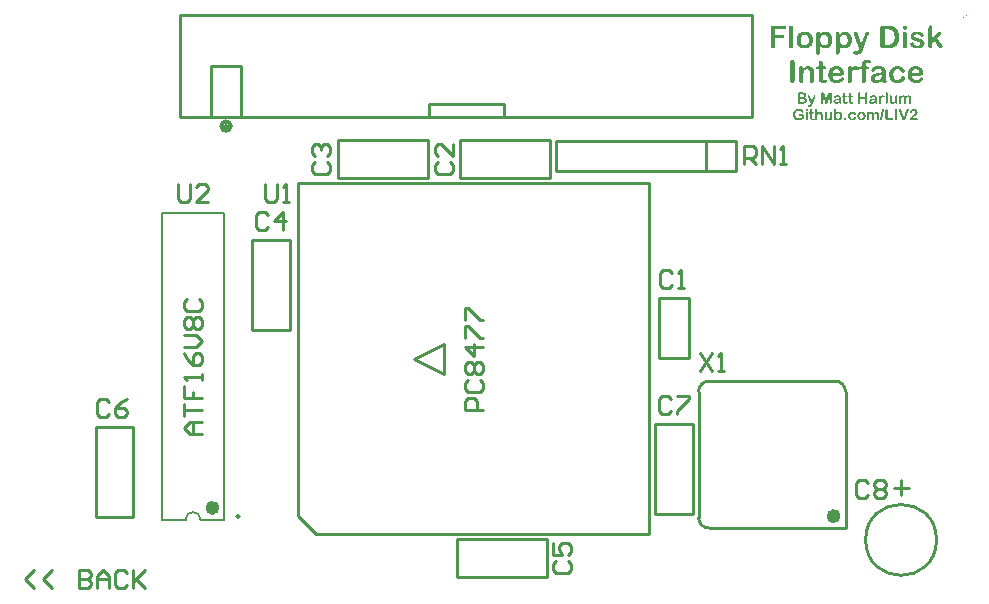
<source format=gto>
G04 Layer_Color=15132400*
%FSLAX25Y25*%
%MOIN*%
G70*
G01*
G75*
%ADD11C,0.01000*%
%ADD20C,0.02362*%
%ADD21C,0.00787*%
%ADD22C,0.00984*%
%ADD23C,0.00100*%
G36*
X434174Y294762D02*
X434204Y294759D01*
X434243Y294751D01*
X434287Y294737D01*
X434334Y294717D01*
X434379Y294690D01*
X434420Y294651D01*
X434426Y294645D01*
X434437Y294629D01*
X434453Y294604D01*
X434473Y294565D01*
X434492Y294518D01*
X434509Y294457D01*
X434520Y294388D01*
X434525Y294307D01*
Y291615D01*
X436074D01*
X436107Y291609D01*
X436146Y291604D01*
X436193Y291593D01*
X436237Y291579D01*
X436284Y291557D01*
X436323Y291526D01*
X436329Y291524D01*
X436340Y291510D01*
X436354Y291490D01*
X436373Y291465D01*
X436390Y291432D01*
X436406Y291396D01*
X436417Y291352D01*
X436420Y291305D01*
Y291302D01*
Y291299D01*
X436417Y291283D01*
X436414Y291258D01*
X436409Y291224D01*
X436395Y291191D01*
X436378Y291152D01*
X436356Y291116D01*
X436323Y291083D01*
X436318Y291080D01*
X436306Y291069D01*
X436284Y291058D01*
X436254Y291042D01*
X436212Y291028D01*
X436165Y291014D01*
X436110Y291003D01*
X436043Y291000D01*
X434212D01*
X434196Y291003D01*
X434174D01*
X434151Y291005D01*
X434099Y291014D01*
X434041Y291028D01*
X433982Y291044D01*
X433930Y291072D01*
X433905Y291089D01*
X433883Y291108D01*
X433877Y291114D01*
X433866Y291127D01*
X433849Y291155D01*
X433841Y291172D01*
X433830Y291191D01*
X433819Y291216D01*
X433811Y291241D01*
X433802Y291269D01*
X433794Y291302D01*
X433789Y291335D01*
X433783Y291374D01*
X433778Y291413D01*
Y291457D01*
Y294307D01*
Y294310D01*
Y294319D01*
Y294330D01*
X433780Y294343D01*
Y294363D01*
X433783Y294385D01*
X433791Y294435D01*
X433802Y294490D01*
X433819Y294548D01*
X433844Y294601D01*
X433877Y294648D01*
X433883Y294654D01*
X433897Y294668D01*
X433919Y294684D01*
X433949Y294706D01*
X433988Y294728D01*
X434035Y294745D01*
X434088Y294759D01*
X434146Y294764D01*
X434163D01*
X434174Y294762D01*
D02*
G37*
G36*
X443306Y294723D02*
X443339D01*
X443378Y294720D01*
X443423Y294715D01*
X443470Y294712D01*
X443522Y294704D01*
X443575Y294695D01*
X443686Y294673D01*
X443797Y294645D01*
X443849Y294626D01*
X443902Y294604D01*
X443905D01*
X443910Y294601D01*
X443918Y294596D01*
X443932Y294590D01*
X443946Y294582D01*
X443965Y294570D01*
X444007Y294546D01*
X444057Y294515D01*
X444107Y294476D01*
X444159Y294429D01*
X444212Y294379D01*
X444215Y294377D01*
X444218Y294374D01*
X444226Y294366D01*
X444234Y294355D01*
X444259Y294324D01*
X444290Y294285D01*
X444323Y294238D01*
X444359Y294183D01*
X444392Y294119D01*
X444423Y294053D01*
Y294050D01*
X444425Y294044D01*
X444431Y294033D01*
X444434Y294019D01*
X444439Y294003D01*
X444448Y293983D01*
X444453Y293961D01*
X444461Y293936D01*
X444472Y293878D01*
X444486Y293811D01*
X444495Y293742D01*
X444497Y293668D01*
Y293665D01*
Y293654D01*
Y293637D01*
X444495Y293615D01*
X444492Y293587D01*
X444489Y293554D01*
X444484Y293518D01*
X444478Y293479D01*
X444470Y293435D01*
X444459Y293390D01*
X444448Y293343D01*
X444431Y293294D01*
X444412Y293247D01*
X444392Y293197D01*
X444367Y293147D01*
X444340Y293097D01*
X444337Y293094D01*
X444334Y293086D01*
X444323Y293072D01*
X444312Y293055D01*
X444298Y293033D01*
X444281Y293008D01*
X444262Y292981D01*
X444242Y292950D01*
X444195Y292886D01*
X444140Y292820D01*
X444085Y292753D01*
X444024Y292695D01*
X444021Y292692D01*
X444015Y292690D01*
X444007Y292679D01*
X443993Y292668D01*
X443974Y292654D01*
X443952Y292634D01*
X443927Y292612D01*
X443896Y292584D01*
X443860Y292554D01*
X443821Y292521D01*
X443777Y292485D01*
X443727Y292443D01*
X443672Y292399D01*
X443614Y292349D01*
X443550Y292296D01*
X443481Y292241D01*
X443475Y292238D01*
X443464Y292227D01*
X443445Y292211D01*
X443420Y292191D01*
X443389Y292163D01*
X443353Y292133D01*
X443315Y292100D01*
X443273Y292064D01*
X443187Y291986D01*
X443101Y291906D01*
X443060Y291867D01*
X443024Y291828D01*
X442990Y291792D01*
X442960Y291759D01*
X442957Y291756D01*
X442949Y291748D01*
X442938Y291731D01*
X442921Y291712D01*
X442905Y291690D01*
X442882Y291662D01*
X442860Y291629D01*
X442838Y291596D01*
X444187D01*
X444204Y291593D01*
X444223Y291590D01*
X444268Y291584D01*
X444314Y291576D01*
X444364Y291560D01*
X444414Y291540D01*
X444456Y291512D01*
X444461Y291510D01*
X444472Y291499D01*
X444489Y291479D01*
X444508Y291454D01*
X444525Y291424D01*
X444542Y291385D01*
X444553Y291343D01*
X444558Y291294D01*
Y291288D01*
Y291274D01*
X444553Y291249D01*
X444547Y291222D01*
X444539Y291188D01*
X444522Y291152D01*
X444503Y291116D01*
X444475Y291083D01*
X444472Y291080D01*
X444461Y291069D01*
X444442Y291058D01*
X444414Y291042D01*
X444381Y291028D01*
X444337Y291014D01*
X444287Y291003D01*
X444229Y291000D01*
X442351D01*
X442340Y291003D01*
X442323D01*
X442304Y291005D01*
X442262Y291014D01*
X442215Y291025D01*
X442165Y291044D01*
X442118Y291069D01*
X442074Y291103D01*
X442068Y291108D01*
X442057Y291122D01*
X442040Y291144D01*
X442021Y291172D01*
X442002Y291208D01*
X441985Y291252D01*
X441974Y291299D01*
X441968Y291349D01*
Y291355D01*
Y291366D01*
X441971Y291385D01*
X441977Y291413D01*
X441985Y291449D01*
X441996Y291490D01*
X442013Y291537D01*
X442035Y291590D01*
Y291593D01*
X442038Y291596D01*
X442043Y291604D01*
X442046Y291615D01*
X442060Y291643D01*
X442079Y291676D01*
X442101Y291715D01*
X442126Y291753D01*
X442154Y291789D01*
X442184Y291826D01*
X442187Y291828D01*
X442198Y291842D01*
X442218Y291859D01*
X442240Y291884D01*
X442270Y291914D01*
X442304Y291950D01*
X442342Y291989D01*
X442387Y292030D01*
X442431Y292077D01*
X442478Y292125D01*
X442581Y292224D01*
X442686Y292327D01*
X442788Y292424D01*
X442791Y292426D01*
X442799Y292435D01*
X442813Y292449D01*
X442833Y292465D01*
X442855Y292485D01*
X442880Y292507D01*
X442938Y292560D01*
X443002Y292612D01*
X443065Y292668D01*
X443098Y292692D01*
X443126Y292715D01*
X443154Y292734D01*
X443176Y292751D01*
X443179Y292753D01*
X443184Y292756D01*
X443195Y292764D01*
X443212Y292776D01*
X443229Y292789D01*
X443248Y292806D01*
X443298Y292842D01*
X443353Y292886D01*
X443409Y292936D01*
X443467Y292989D01*
X443522Y293044D01*
X443525Y293047D01*
X443528Y293050D01*
X443536Y293058D01*
X443544Y293069D01*
X443569Y293100D01*
X443600Y293138D01*
X443636Y293185D01*
X443669Y293235D01*
X443702Y293291D01*
X443733Y293349D01*
Y293352D01*
X443736Y293357D01*
X443738Y293366D01*
X443744Y293377D01*
X443755Y293407D01*
X443769Y293446D01*
X443783Y293490D01*
X443794Y293543D01*
X443802Y293598D01*
X443805Y293654D01*
Y293656D01*
Y293662D01*
Y293670D01*
Y293681D01*
X443802Y293712D01*
X443797Y293751D01*
X443785Y293795D01*
X443772Y293842D01*
X443752Y293892D01*
X443727Y293942D01*
Y293945D01*
X443724Y293947D01*
X443714Y293964D01*
X443697Y293986D01*
X443672Y294014D01*
X443641Y294047D01*
X443605Y294080D01*
X443564Y294111D01*
X443517Y294141D01*
X443514D01*
X443511Y294144D01*
X443503Y294147D01*
X443495Y294152D01*
X443467Y294163D01*
X443431Y294177D01*
X443389Y294191D01*
X443339Y294202D01*
X443287Y294210D01*
X443229Y294213D01*
X443215D01*
X443198Y294210D01*
X443173Y294208D01*
X443146Y294205D01*
X443112Y294197D01*
X443079Y294188D01*
X443040Y294177D01*
X442999Y294161D01*
X442954Y294141D01*
X442913Y294119D01*
X442869Y294091D01*
X442827Y294058D01*
X442786Y294019D01*
X442744Y293975D01*
X442708Y293922D01*
Y293920D01*
X442702Y293914D01*
X442697Y293900D01*
X442689Y293881D01*
X442677Y293856D01*
X442661Y293817D01*
X442653Y293798D01*
X442644Y293773D01*
X442633Y293745D01*
X442622Y293715D01*
Y293712D01*
X442619Y293706D01*
X442617Y293698D01*
X442611Y293687D01*
X442600Y293656D01*
X442583Y293618D01*
X442564Y293576D01*
X442542Y293534D01*
X442517Y293493D01*
X442489Y293454D01*
X442486Y293451D01*
X442475Y293440D01*
X442459Y293426D01*
X442434Y293410D01*
X442403Y293390D01*
X442365Y293377D01*
X442320Y293366D01*
X442270Y293363D01*
X442265D01*
X442251Y293366D01*
X442226Y293368D01*
X442198Y293374D01*
X442165Y293382D01*
X442129Y293399D01*
X442093Y293418D01*
X442060Y293446D01*
X442057Y293449D01*
X442046Y293462D01*
X442035Y293479D01*
X442018Y293507D01*
X442004Y293537D01*
X441991Y293576D01*
X441979Y293623D01*
X441977Y293673D01*
Y293676D01*
Y293681D01*
Y293690D01*
Y293704D01*
X441979Y293720D01*
X441982Y293740D01*
X441988Y293784D01*
X441996Y293839D01*
X442010Y293900D01*
X442029Y293967D01*
X442054Y294036D01*
Y294039D01*
X442057Y294044D01*
X442063Y294055D01*
X442068Y294069D01*
X442076Y294086D01*
X442088Y294105D01*
X442115Y294149D01*
X442148Y294205D01*
X442187Y294260D01*
X442234Y294321D01*
X442290Y294379D01*
X442292Y294382D01*
X442298Y294388D01*
X442306Y294393D01*
X442317Y294404D01*
X442334Y294418D01*
X442351Y294435D01*
X442373Y294451D01*
X442398Y294468D01*
X442425Y294487D01*
X442453Y294510D01*
X442522Y294551D01*
X442597Y294590D01*
X442683Y294629D01*
X442686D01*
X442694Y294634D01*
X442708Y294637D01*
X442725Y294645D01*
X442750Y294651D01*
X442774Y294659D01*
X442808Y294668D01*
X442844Y294679D01*
X442882Y294687D01*
X442924Y294695D01*
X442971Y294704D01*
X443021Y294712D01*
X443071Y294717D01*
X443126Y294723D01*
X443243Y294726D01*
X443281D01*
X443306Y294723D01*
D02*
G37*
G36*
X415670Y293737D02*
X415700Y293734D01*
X415734Y293726D01*
X415775Y293715D01*
X415817Y293695D01*
X415856Y293670D01*
X415894Y293637D01*
X415897Y293632D01*
X415908Y293618D01*
X415925Y293593D01*
X415941Y293560D01*
X415958Y293515D01*
X415975Y293462D01*
X415986Y293399D01*
X415988Y293327D01*
Y291330D01*
Y291327D01*
Y291321D01*
Y291310D01*
Y291296D01*
X415986Y291280D01*
X415983Y291263D01*
X415977Y291219D01*
X415966Y291172D01*
X415950Y291122D01*
X415928Y291078D01*
X415897Y291036D01*
X415894Y291033D01*
X415880Y291022D01*
X415861Y291005D01*
X415836Y290989D01*
X415803Y290969D01*
X415764Y290956D01*
X415717Y290945D01*
X415667Y290939D01*
X415662D01*
X415645Y290942D01*
X415617Y290945D01*
X415584Y290953D01*
X415548Y290964D01*
X415509Y290981D01*
X415468Y291005D01*
X415432Y291039D01*
X415429Y291044D01*
X415418Y291058D01*
X415404Y291080D01*
X415387Y291111D01*
X415368Y291152D01*
X415354Y291202D01*
X415343Y291258D01*
X415340Y291324D01*
Y291410D01*
X415335Y291407D01*
X415329Y291399D01*
X415318Y291388D01*
X415293Y291357D01*
X415260Y291321D01*
X415221Y291280D01*
X415177Y291235D01*
X415130Y291191D01*
X415080Y291150D01*
X415077D01*
X415074Y291144D01*
X415066Y291139D01*
X415055Y291133D01*
X415027Y291114D01*
X414991Y291091D01*
X414947Y291067D01*
X414897Y291039D01*
X414842Y291017D01*
X414781Y290995D01*
X414778D01*
X414773Y290992D01*
X414764Y290989D01*
X414753Y290986D01*
X414737Y290983D01*
X414720Y290978D01*
X414676Y290969D01*
X414620Y290958D01*
X414559Y290950D01*
X414490Y290945D01*
X414415Y290942D01*
X414390D01*
X414374Y290945D01*
X414352D01*
X414324Y290947D01*
X414296Y290950D01*
X414266Y290956D01*
X414194Y290967D01*
X414119Y290986D01*
X414041Y291011D01*
X413964Y291044D01*
X413961D01*
X413955Y291050D01*
X413944Y291055D01*
X413930Y291064D01*
X413914Y291075D01*
X413897Y291086D01*
X413853Y291119D01*
X413803Y291158D01*
X413753Y291208D01*
X413703Y291266D01*
X413659Y291330D01*
Y291332D01*
X413653Y291341D01*
X413648Y291352D01*
X413640Y291371D01*
X413628Y291393D01*
X413617Y291421D01*
X413606Y291454D01*
X413595Y291490D01*
X413584Y291532D01*
X413573Y291579D01*
X413562Y291632D01*
X413551Y291690D01*
X413543Y291751D01*
X413537Y291814D01*
X413534Y291886D01*
X413531Y291961D01*
Y293327D01*
Y293330D01*
Y293335D01*
Y293346D01*
X413534Y293360D01*
Y293379D01*
X413537Y293399D01*
X413543Y293443D01*
X413554Y293493D01*
X413570Y293546D01*
X413592Y293596D01*
X413623Y293637D01*
X413628Y293643D01*
X413640Y293654D01*
X413662Y293670D01*
X413689Y293690D01*
X413725Y293706D01*
X413767Y293723D01*
X413817Y293734D01*
X413872Y293740D01*
X413886D01*
X413897Y293737D01*
X413928Y293734D01*
X413961Y293726D01*
X414002Y293715D01*
X414044Y293695D01*
X414085Y293670D01*
X414124Y293634D01*
X414130Y293629D01*
X414141Y293615D01*
X414155Y293590D01*
X414174Y293557D01*
X414191Y293515D01*
X414207Y293462D01*
X414219Y293399D01*
X414221Y293327D01*
Y292222D01*
Y292219D01*
Y292211D01*
Y292199D01*
Y292183D01*
Y292161D01*
X414224Y292139D01*
Y292111D01*
X414227Y292083D01*
X414230Y292019D01*
X414238Y291953D01*
X414246Y291884D01*
X414260Y291820D01*
Y291817D01*
X414263Y291812D01*
X414266Y291803D01*
X414268Y291792D01*
X414279Y291764D01*
X414293Y291726D01*
X414313Y291687D01*
X414338Y291643D01*
X414368Y291601D01*
X414404Y291565D01*
X414410Y291562D01*
X414424Y291551D01*
X414446Y291537D01*
X414479Y291521D01*
X414520Y291501D01*
X414570Y291488D01*
X414626Y291476D01*
X414689Y291474D01*
X414706D01*
X414720Y291476D01*
X414734D01*
X414753Y291479D01*
X414795Y291488D01*
X414847Y291499D01*
X414900Y291518D01*
X414958Y291543D01*
X415016Y291576D01*
X415019D01*
X415022Y291582D01*
X415030Y291587D01*
X415041Y291596D01*
X415069Y291618D01*
X415102Y291648D01*
X415141Y291687D01*
X415177Y291734D01*
X415213Y291787D01*
X415243Y291845D01*
Y291848D01*
X415246Y291853D01*
X415249Y291862D01*
X415252Y291875D01*
X415257Y291895D01*
X415263Y291917D01*
X415268Y291947D01*
X415274Y291981D01*
X415277Y292019D01*
X415282Y292066D01*
X415288Y292119D01*
X415293Y292177D01*
X415296Y292244D01*
X415299Y292319D01*
X415302Y292399D01*
Y292488D01*
Y293327D01*
Y293330D01*
Y293335D01*
Y293346D01*
X415304Y293360D01*
Y293377D01*
X415307Y293396D01*
X415313Y293443D01*
X415324Y293493D01*
X415340Y293543D01*
X415365Y293593D01*
X415396Y293634D01*
X415401Y293640D01*
X415412Y293651D01*
X415435Y293668D01*
X415462Y293687D01*
X415498Y293706D01*
X415543Y293723D01*
X415590Y293734D01*
X415645Y293740D01*
X415659D01*
X415670Y293737D01*
D02*
G37*
G36*
X428052Y293731D02*
X428085Y293726D01*
X428121Y293715D01*
X428160Y293698D01*
X428201Y293673D01*
X428237Y293643D01*
X428240Y293637D01*
X428251Y293626D01*
X428268Y293604D01*
X428285Y293576D01*
X428301Y293537D01*
X428318Y293493D01*
X428329Y293440D01*
X428332Y293382D01*
Y293316D01*
X428334Y293319D01*
X428340Y293324D01*
X428351Y293335D01*
X428362Y293352D01*
X428379Y293368D01*
X428401Y293390D01*
X428423Y293413D01*
X428448Y293438D01*
X428506Y293488D01*
X428570Y293540D01*
X428642Y293590D01*
X428717Y293632D01*
X428719D01*
X428725Y293637D01*
X428736Y293640D01*
X428753Y293648D01*
X428772Y293656D01*
X428794Y293665D01*
X428822Y293673D01*
X428850Y293684D01*
X428883Y293692D01*
X428919Y293701D01*
X428994Y293717D01*
X429080Y293728D01*
X429171Y293734D01*
X429196D01*
X429215Y293731D01*
X429237D01*
X429262Y293728D01*
X429293Y293726D01*
X429323Y293720D01*
X429395Y293709D01*
X429470Y293690D01*
X429545Y293665D01*
X429617Y293629D01*
X429620D01*
X429625Y293623D01*
X429636Y293618D01*
X429647Y293609D01*
X429664Y293598D01*
X429683Y293584D01*
X429725Y293551D01*
X429775Y293507D01*
X429827Y293454D01*
X429877Y293390D01*
X429924Y293316D01*
X429927Y293319D01*
X429933Y293324D01*
X429941Y293335D01*
X429955Y293352D01*
X429972Y293368D01*
X429991Y293388D01*
X430013Y293410D01*
X430038Y293435D01*
X430093Y293488D01*
X430157Y293540D01*
X430226Y293590D01*
X430298Y293632D01*
X430301D01*
X430307Y293637D01*
X430318Y293640D01*
X430334Y293648D01*
X430354Y293656D01*
X430376Y293665D01*
X430401Y293673D01*
X430429Y293684D01*
X430462Y293692D01*
X430495Y293701D01*
X430570Y293717D01*
X430653Y293728D01*
X430742Y293734D01*
X430769D01*
X430789Y293731D01*
X430814D01*
X430841Y293728D01*
X430874Y293726D01*
X430908Y293720D01*
X430985Y293706D01*
X431066Y293687D01*
X431149Y293659D01*
X431229Y293620D01*
X431232D01*
X431237Y293615D01*
X431249Y293609D01*
X431262Y293601D01*
X431279Y293587D01*
X431298Y293573D01*
X431345Y293540D01*
X431395Y293496D01*
X431445Y293440D01*
X431495Y293377D01*
X431536Y293305D01*
Y293302D01*
X431539Y293296D01*
X431545Y293285D01*
X431550Y293269D01*
X431556Y293249D01*
X431564Y293224D01*
X431572Y293194D01*
X431581Y293161D01*
X431589Y293122D01*
X431598Y293077D01*
X431606Y293030D01*
X431611Y292975D01*
X431617Y292920D01*
X431622Y292856D01*
X431625Y292787D01*
Y292715D01*
Y291368D01*
Y291366D01*
Y291360D01*
Y291349D01*
X431622Y291332D01*
Y291316D01*
X431620Y291294D01*
X431614Y291247D01*
X431600Y291194D01*
X431584Y291141D01*
X431559Y291089D01*
X431526Y291044D01*
X431520Y291039D01*
X431509Y291028D01*
X431487Y291011D01*
X431456Y290992D01*
X431417Y290969D01*
X431373Y290953D01*
X431323Y290942D01*
X431265Y290936D01*
X431251D01*
X431240Y290939D01*
X431210Y290942D01*
X431176Y290950D01*
X431135Y290964D01*
X431093Y290981D01*
X431049Y291008D01*
X431010Y291044D01*
X431005Y291050D01*
X430994Y291064D01*
X430980Y291091D01*
X430960Y291127D01*
X430941Y291172D01*
X430927Y291227D01*
X430916Y291294D01*
X430910Y291368D01*
Y292529D01*
Y292532D01*
Y292540D01*
Y292551D01*
Y292565D01*
Y292584D01*
Y292607D01*
X430908Y292656D01*
X430905Y292712D01*
X430902Y292773D01*
X430897Y292831D01*
X430891Y292884D01*
Y292886D01*
Y292889D01*
X430886Y292906D01*
X430880Y292931D01*
X430872Y292964D01*
X430858Y293000D01*
X430838Y293036D01*
X430816Y293075D01*
X430789Y293111D01*
X430786Y293113D01*
X430772Y293125D01*
X430753Y293138D01*
X430725Y293158D01*
X430689Y293174D01*
X430647Y293188D01*
X430595Y293199D01*
X430534Y293202D01*
X430512D01*
X430484Y293197D01*
X430451Y293191D01*
X430412Y293183D01*
X430368Y293166D01*
X430323Y293147D01*
X430276Y293119D01*
X430271Y293116D01*
X430257Y293105D01*
X430235Y293086D01*
X430207Y293061D01*
X430176Y293030D01*
X430143Y292994D01*
X430113Y292950D01*
X430085Y292903D01*
Y292900D01*
X430082Y292895D01*
X430080Y292884D01*
X430074Y292870D01*
X430068Y292850D01*
X430060Y292825D01*
X430055Y292795D01*
X430049Y292762D01*
X430041Y292720D01*
X430035Y292676D01*
X430027Y292626D01*
X430021Y292568D01*
X430019Y292507D01*
X430013Y292440D01*
X430010Y292366D01*
Y292285D01*
Y291368D01*
Y291366D01*
Y291360D01*
Y291349D01*
X430008Y291332D01*
Y291316D01*
X430005Y291294D01*
X429999Y291247D01*
X429985Y291194D01*
X429969Y291141D01*
X429944Y291089D01*
X429911Y291044D01*
X429905Y291039D01*
X429894Y291028D01*
X429872Y291011D01*
X429841Y290992D01*
X429803Y290969D01*
X429758Y290953D01*
X429708Y290942D01*
X429650Y290936D01*
X429636D01*
X429625Y290939D01*
X429595Y290942D01*
X429562Y290950D01*
X429520Y290964D01*
X429478Y290981D01*
X429437Y291008D01*
X429398Y291044D01*
X429395Y291050D01*
X429384Y291064D01*
X429368Y291089D01*
X429351Y291125D01*
X429332Y291172D01*
X429318Y291227D01*
X429307Y291294D01*
X429301Y291368D01*
Y292468D01*
Y292471D01*
Y292479D01*
Y292493D01*
Y292512D01*
Y292532D01*
Y292560D01*
X429298Y292587D01*
Y292618D01*
X429296Y292681D01*
X429293Y292748D01*
X429287Y292814D01*
X429282Y292873D01*
Y292875D01*
Y292878D01*
X429279Y292886D01*
Y292897D01*
X429273Y292922D01*
X429262Y292956D01*
X429251Y292994D01*
X429235Y293033D01*
X429213Y293072D01*
X429185Y293108D01*
X429182Y293111D01*
X429171Y293122D01*
X429152Y293138D01*
X429124Y293155D01*
X429091Y293172D01*
X429049Y293188D01*
X428997Y293199D01*
X428938Y293202D01*
X428924D01*
X428908Y293199D01*
X428883D01*
X428858Y293194D01*
X428825Y293191D01*
X428792Y293183D01*
X428756Y293174D01*
X428719Y293161D01*
X428681Y293147D01*
X428645Y293127D01*
X428609Y293105D01*
X428573Y293077D01*
X428542Y293047D01*
X428514Y293011D01*
X428492Y292969D01*
Y292967D01*
X428487Y292958D01*
X428484Y292945D01*
X428476Y292925D01*
X428467Y292903D01*
X428459Y292873D01*
X428451Y292839D01*
X428440Y292798D01*
X428429Y292753D01*
X428420Y292704D01*
X428412Y292648D01*
X428404Y292590D01*
X428398Y292526D01*
X428393Y292454D01*
X428387Y292382D01*
Y292302D01*
Y291368D01*
Y291366D01*
Y291360D01*
Y291349D01*
X428384Y291332D01*
Y291316D01*
X428381Y291296D01*
X428376Y291249D01*
X428362Y291197D01*
X428345Y291141D01*
X428321Y291091D01*
X428287Y291044D01*
X428282Y291039D01*
X428271Y291028D01*
X428249Y291011D01*
X428218Y290992D01*
X428182Y290969D01*
X428138Y290953D01*
X428088Y290942D01*
X428032Y290936D01*
X428019D01*
X428008Y290939D01*
X427977Y290942D01*
X427941Y290950D01*
X427900Y290964D01*
X427858Y290981D01*
X427814Y291008D01*
X427775Y291044D01*
X427772Y291050D01*
X427761Y291064D01*
X427744Y291091D01*
X427728Y291127D01*
X427708Y291172D01*
X427695Y291227D01*
X427683Y291294D01*
X427678Y291368D01*
Y293341D01*
Y293343D01*
Y293349D01*
Y293360D01*
X427681Y293374D01*
Y293388D01*
X427683Y293407D01*
X427689Y293451D01*
X427700Y293498D01*
X427717Y293546D01*
X427736Y293593D01*
X427767Y293634D01*
X427772Y293640D01*
X427783Y293651D01*
X427803Y293668D01*
X427830Y293687D01*
X427864Y293704D01*
X427902Y293720D01*
X427949Y293731D01*
X428002Y293737D01*
X428027D01*
X428052Y293731D01*
D02*
G37*
G36*
X433107Y294762D02*
X433135Y294756D01*
X433165Y294751D01*
X433196Y294740D01*
X433226Y294723D01*
X433254Y294704D01*
X433257Y294701D01*
X433265Y294692D01*
X433276Y294679D01*
X433290Y294659D01*
X433301Y294634D01*
X433312Y294606D01*
X433320Y294573D01*
X433323Y294534D01*
Y294532D01*
Y294518D01*
X433320Y294498D01*
X433318Y294471D01*
X433309Y294432D01*
X433301Y294382D01*
X433293Y294352D01*
X433287Y294321D01*
X433279Y294288D01*
X433268Y294249D01*
X432561Y291338D01*
Y291335D01*
X432559Y291332D01*
Y291324D01*
X432556Y291313D01*
X432548Y291288D01*
X432539Y291255D01*
X432531Y291219D01*
X432520Y291183D01*
X432509Y291144D01*
X432498Y291111D01*
Y291108D01*
X432492Y291097D01*
X432487Y291083D01*
X432478Y291064D01*
X432453Y291022D01*
X432437Y291003D01*
X432417Y290983D01*
X432415Y290981D01*
X432406Y290975D01*
X432395Y290969D01*
X432379Y290961D01*
X432357Y290950D01*
X432329Y290945D01*
X432298Y290939D01*
X432262Y290936D01*
X432251D01*
X432237Y290939D01*
X432224D01*
X432201Y290942D01*
X432182Y290947D01*
X432135Y290964D01*
X432110Y290975D01*
X432085Y290992D01*
X432066Y291008D01*
X432046Y291031D01*
X432030Y291055D01*
X432016Y291086D01*
X432007Y291119D01*
X432005Y291158D01*
Y291161D01*
Y291172D01*
X432007Y291188D01*
X432010Y291216D01*
X432013Y291233D01*
X432016Y291255D01*
X432021Y291277D01*
X432027Y291305D01*
X432032Y291335D01*
X432038Y291368D01*
X432046Y291407D01*
X432055Y291449D01*
X432758Y294360D01*
Y294363D01*
X432761Y294371D01*
X432764Y294382D01*
X432766Y294399D01*
X432772Y294415D01*
X432778Y294438D01*
X432791Y294487D01*
X432808Y294540D01*
X432827Y294593D01*
X432844Y294640D01*
X432855Y294662D01*
X432863Y294679D01*
X432866Y294681D01*
X432874Y294692D01*
X432888Y294706D01*
X432908Y294723D01*
X432935Y294737D01*
X432969Y294751D01*
X433013Y294762D01*
X433063Y294764D01*
X433082D01*
X433107Y294762D01*
D02*
G37*
G36*
X437340D02*
X437370Y294759D01*
X437409Y294751D01*
X437453Y294737D01*
X437500Y294717D01*
X437545Y294690D01*
X437586Y294651D01*
X437592Y294645D01*
X437603Y294629D01*
X437619Y294604D01*
X437639Y294565D01*
X437658Y294518D01*
X437675Y294457D01*
X437686Y294388D01*
X437691Y294307D01*
Y291393D01*
Y291391D01*
Y291382D01*
Y291371D01*
X437689Y291355D01*
Y291338D01*
X437686Y291316D01*
X437678Y291263D01*
X437667Y291208D01*
X437647Y291152D01*
X437622Y291097D01*
X437586Y291050D01*
X437581Y291044D01*
X437567Y291033D01*
X437545Y291014D01*
X437511Y290995D01*
X437473Y290972D01*
X437426Y290953D01*
X437373Y290942D01*
X437312Y290936D01*
X437295D01*
X437284Y290939D01*
X437257Y290942D01*
X437218Y290950D01*
X437176Y290964D01*
X437132Y290983D01*
X437088Y291011D01*
X437046Y291050D01*
X437041Y291055D01*
X437029Y291072D01*
X437013Y291097D01*
X436996Y291136D01*
X436977Y291183D01*
X436960Y291244D01*
X436949Y291313D01*
X436944Y291393D01*
Y294307D01*
Y294310D01*
Y294319D01*
Y294330D01*
X436946Y294343D01*
Y294363D01*
X436949Y294385D01*
X436957Y294435D01*
X436969Y294490D01*
X436988Y294548D01*
X437013Y294601D01*
X437046Y294648D01*
X437052Y294654D01*
X437066Y294668D01*
X437088Y294684D01*
X437118Y294706D01*
X437157Y294728D01*
X437201Y294745D01*
X437254Y294759D01*
X437312Y294764D01*
X437329D01*
X437340Y294762D01*
D02*
G37*
G36*
X441207D02*
X441229Y294759D01*
X441257Y294753D01*
X441287Y294742D01*
X441317Y294731D01*
X441348Y294715D01*
X441351Y294712D01*
X441362Y294706D01*
X441376Y294695D01*
X441395Y294681D01*
X441417Y294662D01*
X441439Y294640D01*
X441459Y294615D01*
X441478Y294587D01*
X441481Y294584D01*
X441486Y294573D01*
X441492Y294557D01*
X441503Y294537D01*
X441511Y294512D01*
X441517Y294485D01*
X441522Y294457D01*
X441525Y294426D01*
Y294424D01*
Y294418D01*
Y294404D01*
X441522Y294391D01*
Y294374D01*
X441520Y294352D01*
X441508Y294307D01*
Y294305D01*
X441506Y294296D01*
X441503Y294285D01*
X441498Y294269D01*
X441492Y294249D01*
X441486Y294227D01*
X441470Y294180D01*
Y294177D01*
X441467Y294169D01*
X441461Y294158D01*
X441456Y294141D01*
X441450Y294122D01*
X441442Y294100D01*
X441425Y294053D01*
X440528Y291634D01*
Y291632D01*
X440525Y291629D01*
X440522Y291620D01*
X440520Y291612D01*
X440511Y291584D01*
X440497Y291548D01*
X440484Y291510D01*
X440470Y291465D01*
X440434Y291371D01*
X440431Y291366D01*
X440425Y291349D01*
X440414Y291327D01*
X440403Y291296D01*
X440387Y291263D01*
X440367Y291224D01*
X440323Y291150D01*
X440320Y291147D01*
X440312Y291133D01*
X440298Y291116D01*
X440279Y291094D01*
X440254Y291072D01*
X440226Y291044D01*
X440193Y291019D01*
X440154Y290997D01*
X440148Y290995D01*
X440135Y290989D01*
X440112Y290978D01*
X440082Y290967D01*
X440046Y290956D01*
X440002Y290945D01*
X439952Y290939D01*
X439899Y290936D01*
X439874D01*
X439847Y290939D01*
X439811Y290945D01*
X439769Y290950D01*
X439727Y290961D01*
X439683Y290975D01*
X439642Y290995D01*
X439636Y290997D01*
X439625Y291005D01*
X439606Y291019D01*
X439581Y291036D01*
X439553Y291058D01*
X439525Y291086D01*
X439498Y291116D01*
X439473Y291150D01*
X439470Y291155D01*
X439462Y291166D01*
X439450Y291188D01*
X439434Y291216D01*
X439417Y291247D01*
X439398Y291285D01*
X439378Y291327D01*
X439359Y291371D01*
Y291374D01*
X439356Y291377D01*
X439351Y291393D01*
X439342Y291418D01*
X439328Y291452D01*
X439315Y291490D01*
X439301Y291535D01*
X439282Y291584D01*
X439265Y291634D01*
X438384Y294033D01*
Y294036D01*
X438381Y294044D01*
X438376Y294058D01*
X438370Y294075D01*
X438362Y294094D01*
X438353Y294116D01*
X438337Y294161D01*
Y294163D01*
X438334Y294172D01*
X438329Y294185D01*
X438323Y294202D01*
X438315Y294221D01*
X438309Y294244D01*
X438295Y294296D01*
Y294299D01*
X438293Y294310D01*
X438290Y294324D01*
Y294341D01*
X438284Y294379D01*
X438281Y294421D01*
Y294424D01*
Y294426D01*
X438284Y294443D01*
X438287Y294468D01*
X438295Y294498D01*
X438306Y294534D01*
X438326Y294576D01*
X438351Y294615D01*
X438384Y294656D01*
X438389Y294662D01*
X438403Y294673D01*
X438425Y294690D01*
X438456Y294712D01*
X438492Y294731D01*
X438536Y294748D01*
X438589Y294759D01*
X438644Y294764D01*
X438664D01*
X438675Y294762D01*
X438708Y294759D01*
X438750Y294751D01*
X438794Y294737D01*
X438838Y294715D01*
X438880Y294684D01*
X438896Y294668D01*
X438913Y294645D01*
X438916Y294640D01*
X438921Y294634D01*
X438927Y294623D01*
X438935Y294609D01*
X438943Y294596D01*
X438952Y294576D01*
X438963Y294554D01*
X438977Y294532D01*
X438988Y294504D01*
X439002Y294474D01*
X439015Y294438D01*
X439029Y294402D01*
X439046Y294363D01*
X439060Y294319D01*
X439077Y294271D01*
X439916Y291789D01*
X440755Y294288D01*
Y294291D01*
X440758Y294296D01*
X440761Y294307D01*
X440766Y294321D01*
X440777Y294355D01*
X440794Y294396D01*
X440808Y294440D01*
X440824Y294487D01*
X440841Y294529D01*
X440849Y294546D01*
X440855Y294562D01*
X440858Y294565D01*
X440860Y294576D01*
X440869Y294590D01*
X440880Y294609D01*
X440896Y294632D01*
X440916Y294654D01*
X440938Y294679D01*
X440963Y294701D01*
X440966Y294704D01*
X440977Y294712D01*
X440993Y294720D01*
X441018Y294734D01*
X441049Y294745D01*
X441082Y294753D01*
X441123Y294762D01*
X441171Y294764D01*
X441187D01*
X441207Y294762D01*
D02*
G37*
G36*
X417838Y299242D02*
X417876D01*
X417921Y299239D01*
X417971Y299237D01*
X418023Y299231D01*
X418079Y299226D01*
X418137Y299220D01*
X418256Y299201D01*
X418372Y299173D01*
X418428Y299156D01*
X418477Y299137D01*
X418480D01*
X418489Y299131D01*
X418502Y299126D01*
X418519Y299118D01*
X418541Y299104D01*
X418566Y299090D01*
X418621Y299054D01*
X418652Y299032D01*
X418682Y299007D01*
X418713Y298979D01*
X418741Y298949D01*
X418771Y298915D01*
X418796Y298877D01*
X418821Y298838D01*
X418843Y298796D01*
Y298794D01*
X418849Y298785D01*
X418854Y298771D01*
X418860Y298755D01*
X418868Y298730D01*
X418876Y298702D01*
X418887Y298669D01*
X418898Y298633D01*
X418907Y298589D01*
X418918Y298544D01*
X418926Y298492D01*
X418934Y298439D01*
X418940Y298378D01*
X418946Y298317D01*
X418951Y298248D01*
Y298179D01*
Y298176D01*
Y298167D01*
Y298156D01*
Y298137D01*
Y298118D01*
Y298093D01*
Y298065D01*
Y298037D01*
Y297971D01*
Y297902D01*
X418948Y297832D01*
Y297766D01*
Y297763D01*
Y297758D01*
Y297749D01*
Y297735D01*
Y297722D01*
Y297702D01*
Y297680D01*
Y297655D01*
Y297600D01*
Y297536D01*
Y297467D01*
Y297392D01*
Y297389D01*
Y297384D01*
Y297373D01*
Y297359D01*
X418951Y297339D01*
Y297320D01*
X418954Y297295D01*
X418957Y297267D01*
X418965Y297206D01*
X418976Y297137D01*
X418990Y297062D01*
X419012Y296985D01*
Y296982D01*
X419015Y296976D01*
X419018Y296965D01*
X419023Y296952D01*
X419026Y296935D01*
X419031Y296916D01*
X419045Y296871D01*
X419056Y296827D01*
X419065Y296782D01*
X419073Y296744D01*
X419076Y296730D01*
Y296716D01*
Y296710D01*
X419073Y296697D01*
X419070Y296677D01*
X419065Y296652D01*
X419051Y296622D01*
X419034Y296589D01*
X419009Y296555D01*
X418976Y296522D01*
X418970Y296519D01*
X418959Y296508D01*
X418937Y296495D01*
X418910Y296481D01*
X418876Y296464D01*
X418837Y296450D01*
X418796Y296439D01*
X418749Y296436D01*
X418743D01*
X418732Y296439D01*
X418710Y296442D01*
X418682Y296447D01*
X418652Y296461D01*
X418616Y296478D01*
X418577Y296500D01*
X418538Y296533D01*
X418533Y296539D01*
X418522Y296553D01*
X418500Y296575D01*
X418472Y296608D01*
X418439Y296647D01*
X418403Y296699D01*
X418361Y296758D01*
X418320Y296824D01*
X418317Y296821D01*
X418308Y296816D01*
X418295Y296805D01*
X418278Y296794D01*
X418256Y296777D01*
X418228Y296758D01*
X418198Y296738D01*
X418164Y296716D01*
X418092Y296669D01*
X418009Y296619D01*
X417923Y296575D01*
X417835Y296533D01*
X417832D01*
X417824Y296531D01*
X417813Y296525D01*
X417793Y296519D01*
X417771Y296511D01*
X417746Y296503D01*
X417716Y296495D01*
X417682Y296486D01*
X417646Y296475D01*
X417605Y296467D01*
X417560Y296458D01*
X417516Y296453D01*
X417416Y296442D01*
X417311Y296436D01*
X417286D01*
X417267Y296439D01*
X417245D01*
X417217Y296442D01*
X417187Y296445D01*
X417153Y296450D01*
X417081Y296461D01*
X417004Y296481D01*
X416923Y296505D01*
X416846Y296539D01*
X416843D01*
X416838Y296544D01*
X416826Y296550D01*
X416813Y296558D01*
X416796Y296569D01*
X416777Y296580D01*
X416732Y296614D01*
X416682Y296655D01*
X416633Y296705D01*
X416583Y296760D01*
X416538Y296824D01*
Y296827D01*
X416533Y296832D01*
X416527Y296844D01*
X416522Y296855D01*
X416513Y296871D01*
X416505Y296893D01*
X416494Y296916D01*
X416486Y296940D01*
X416464Y296999D01*
X416447Y297065D01*
X416436Y297134D01*
X416430Y297212D01*
Y297215D01*
Y297226D01*
Y297240D01*
X416433Y297259D01*
X416436Y297284D01*
X416439Y297312D01*
X416444Y297345D01*
X416453Y297378D01*
X416475Y297453D01*
X416489Y297494D01*
X416505Y297533D01*
X416525Y297575D01*
X416549Y297616D01*
X416577Y297655D01*
X416608Y297694D01*
X416610Y297697D01*
X416616Y297702D01*
X416627Y297713D01*
X416641Y297727D01*
X416660Y297741D01*
X416682Y297760D01*
X416707Y297780D01*
X416738Y297802D01*
X416771Y297824D01*
X416807Y297846D01*
X416849Y297868D01*
X416893Y297890D01*
X416940Y297913D01*
X416990Y297932D01*
X417043Y297949D01*
X417101Y297963D01*
X417103D01*
X417115Y297965D01*
X417137Y297971D01*
X417151Y297974D01*
X417167Y297976D01*
X417187Y297979D01*
X417209Y297985D01*
X417237Y297990D01*
X417267Y297996D01*
X417300Y298004D01*
X417336Y298012D01*
X417378Y298021D01*
X417425Y298029D01*
X417428D01*
X417436Y298032D01*
X417450Y298035D01*
X417469Y298037D01*
X417491Y298043D01*
X417516Y298048D01*
X417547Y298057D01*
X417577Y298062D01*
X417649Y298079D01*
X417724Y298095D01*
X417799Y298112D01*
X417871Y298129D01*
X417874D01*
X417879Y298131D01*
X417890Y298134D01*
X417904Y298137D01*
X417921Y298140D01*
X417940Y298145D01*
X417965Y298151D01*
X417990Y298159D01*
X418051Y298176D01*
X418120Y298193D01*
X418195Y298215D01*
X418275Y298237D01*
Y298240D01*
Y298248D01*
X418272Y298262D01*
Y298281D01*
X418270Y298303D01*
X418267Y298328D01*
X418256Y298389D01*
X418242Y298453D01*
X418223Y298519D01*
X418198Y298583D01*
X418181Y298611D01*
X418164Y298636D01*
Y298638D01*
X418159Y298641D01*
X418153Y298647D01*
X418145Y298655D01*
X418134Y298666D01*
X418117Y298677D01*
X418101Y298688D01*
X418079Y298702D01*
X418054Y298713D01*
X418023Y298724D01*
X417990Y298735D01*
X417954Y298746D01*
X417912Y298755D01*
X417868Y298760D01*
X417818Y298766D01*
X417718D01*
X417699Y298763D01*
X417671D01*
X417616Y298758D01*
X417550Y298746D01*
X417486Y298735D01*
X417422Y298716D01*
X417394Y298705D01*
X417367Y298691D01*
X417364D01*
X417361Y298688D01*
X417345Y298677D01*
X417320Y298661D01*
X417289Y298636D01*
X417253Y298605D01*
X417214Y298566D01*
X417175Y298522D01*
X417139Y298469D01*
Y298467D01*
X417137Y298464D01*
X417126Y298445D01*
X417109Y298420D01*
X417087Y298389D01*
X417065Y298359D01*
X417043Y298325D01*
X417023Y298298D01*
X417006Y298276D01*
X417004Y298273D01*
X416998Y298270D01*
X416987Y298262D01*
X416970Y298253D01*
X416948Y298245D01*
X416918Y298240D01*
X416882Y298234D01*
X416838Y298231D01*
X416818D01*
X416796Y298234D01*
X416768Y298240D01*
X416738Y298251D01*
X416705Y298262D01*
X416669Y298281D01*
X416635Y298306D01*
X416633Y298309D01*
X416621Y298320D01*
X416610Y298337D01*
X416594Y298359D01*
X416580Y298384D01*
X416566Y298417D01*
X416555Y298453D01*
X416552Y298494D01*
Y298497D01*
Y298503D01*
Y298514D01*
X416555Y298525D01*
Y298541D01*
X416558Y298561D01*
X416569Y298608D01*
X416583Y298661D01*
X416605Y298722D01*
X416638Y298785D01*
X416657Y298816D01*
X416680Y298849D01*
X416682Y298852D01*
X416685Y298857D01*
X416693Y298866D01*
X416705Y298877D01*
X416718Y298893D01*
X416735Y298910D01*
X416754Y298929D01*
X416779Y298949D01*
X416804Y298971D01*
X416835Y298993D01*
X416868Y299018D01*
X416904Y299040D01*
X416943Y299065D01*
X416987Y299087D01*
X417031Y299109D01*
X417081Y299131D01*
X417084D01*
X417095Y299137D01*
X417109Y299143D01*
X417131Y299148D01*
X417156Y299159D01*
X417189Y299167D01*
X417228Y299179D01*
X417270Y299190D01*
X417317Y299198D01*
X417369Y299209D01*
X417425Y299220D01*
X417486Y299229D01*
X417550Y299234D01*
X417616Y299239D01*
X417688Y299245D01*
X417807D01*
X417838Y299242D01*
D02*
G37*
G36*
X420128Y300173D02*
X420153Y300170D01*
X420184Y300165D01*
X420220Y300151D01*
X420261Y300134D01*
X420300Y300109D01*
X420342Y300076D01*
X420344Y300073D01*
X420353Y300065D01*
X420367Y300051D01*
X420380Y300032D01*
X420397Y300007D01*
X420411Y299979D01*
X420425Y299949D01*
X420433Y299915D01*
Y299910D01*
X420436Y299899D01*
X420439Y299877D01*
X420444Y299846D01*
X420447Y299807D01*
X420450Y299763D01*
X420452Y299708D01*
Y299647D01*
Y299179D01*
X420729D01*
X420754Y299176D01*
X420788Y299170D01*
X420824Y299162D01*
X420860Y299148D01*
X420896Y299131D01*
X420926Y299109D01*
X420929Y299107D01*
X420937Y299098D01*
X420951Y299082D01*
X420965Y299062D01*
X420979Y299035D01*
X420993Y299004D01*
X421001Y298968D01*
X421004Y298929D01*
Y298926D01*
Y298924D01*
X421001Y298907D01*
X420998Y298882D01*
X420990Y298854D01*
X420976Y298821D01*
X420957Y298788D01*
X420929Y298760D01*
X420893Y298735D01*
X420887Y298733D01*
X420873Y298727D01*
X420849Y298719D01*
X420813Y298710D01*
X420768Y298699D01*
X420716Y298691D01*
X420652Y298686D01*
X420580Y298683D01*
X420452D01*
Y297411D01*
Y297409D01*
Y297403D01*
Y297395D01*
Y297384D01*
Y297356D01*
X420455Y297320D01*
Y297281D01*
X420458Y297240D01*
X420461Y297198D01*
X420464Y297162D01*
Y297159D01*
X420466Y297148D01*
X420469Y297132D01*
X420475Y297112D01*
X420483Y297090D01*
X420494Y297065D01*
X420505Y297043D01*
X420522Y297021D01*
X420524Y297018D01*
X420530Y297012D01*
X420544Y297004D01*
X420561Y296996D01*
X420583Y296985D01*
X420610Y296976D01*
X420644Y296971D01*
X420682Y296968D01*
X420707D01*
X420727Y296971D01*
X420749Y296974D01*
X420777Y296976D01*
X420810Y296982D01*
X420846Y296988D01*
X420851D01*
X420862Y296990D01*
X420882Y296996D01*
X420907Y296999D01*
X420959Y297007D01*
X420984Y297010D01*
X421023D01*
X421040Y297007D01*
X421059Y297001D01*
X421081Y296993D01*
X421106Y296982D01*
X421134Y296965D01*
X421159Y296943D01*
X421162Y296940D01*
X421170Y296932D01*
X421181Y296918D01*
X421192Y296899D01*
X421203Y296874D01*
X421214Y296846D01*
X421222Y296813D01*
X421225Y296777D01*
Y296774D01*
Y296769D01*
Y296760D01*
X421222Y296749D01*
X421217Y296719D01*
X421203Y296683D01*
X421181Y296641D01*
X421167Y296622D01*
X421148Y296600D01*
X421128Y296578D01*
X421103Y296558D01*
X421076Y296539D01*
X421042Y296522D01*
X421040D01*
X421034Y296519D01*
X421023Y296514D01*
X421009Y296508D01*
X420990Y296503D01*
X420968Y296495D01*
X420940Y296486D01*
X420910Y296481D01*
X420876Y296472D01*
X420837Y296464D01*
X420793Y296456D01*
X420746Y296450D01*
X420696Y296445D01*
X420641Y296439D01*
X420583Y296436D01*
X420491D01*
X420469Y296439D01*
X420441D01*
X420411Y296442D01*
X420375Y296445D01*
X420339Y296450D01*
X420259Y296464D01*
X420178Y296481D01*
X420101Y296508D01*
X420065Y296525D01*
X420031Y296544D01*
X420029D01*
X420023Y296550D01*
X420015Y296555D01*
X420004Y296564D01*
X419976Y296589D01*
X419943Y296622D01*
X419904Y296666D01*
X419868Y296716D01*
X419838Y296777D01*
X419813Y296844D01*
Y296846D01*
X419810Y296852D01*
X419807Y296863D01*
X419804Y296880D01*
X419802Y296899D01*
X419796Y296921D01*
X419793Y296949D01*
X419788Y296979D01*
X419782Y297015D01*
X419779Y297054D01*
X419774Y297096D01*
X419771Y297143D01*
X419768Y297190D01*
X419766Y297242D01*
X419763Y297298D01*
Y297356D01*
Y298683D01*
X419646D01*
X419619Y298686D01*
X419585Y298691D01*
X419549Y298699D01*
X419511Y298713D01*
X419475Y298730D01*
X419441Y298752D01*
X419439Y298755D01*
X419430Y298766D01*
X419416Y298780D01*
X419403Y298799D01*
X419389Y298827D01*
X419375Y298857D01*
X419367Y298890D01*
X419364Y298929D01*
Y298935D01*
X419367Y298949D01*
X419369Y298968D01*
X419375Y298993D01*
X419383Y299021D01*
X419400Y299051D01*
X419419Y299082D01*
X419447Y299109D01*
X419450Y299112D01*
X419463Y299120D01*
X419480Y299131D01*
X419508Y299145D01*
X419541Y299156D01*
X419583Y299167D01*
X419630Y299176D01*
X419685Y299179D01*
X419763D01*
Y299591D01*
Y299594D01*
Y299600D01*
Y299608D01*
Y299619D01*
Y299650D01*
Y299686D01*
X419766Y299727D01*
Y299771D01*
X419768Y299813D01*
X419771Y299852D01*
Y299857D01*
X419774Y299868D01*
X419777Y299885D01*
X419779Y299907D01*
X419788Y299932D01*
X419793Y299960D01*
X419804Y299987D01*
X419818Y300015D01*
X419821Y300018D01*
X419826Y300026D01*
X419835Y300040D01*
X419849Y300057D01*
X419865Y300076D01*
X419885Y300096D01*
X419907Y300115D01*
X419934Y300132D01*
X419937Y300134D01*
X419948Y300140D01*
X419965Y300145D01*
X419984Y300154D01*
X420009Y300162D01*
X420040Y300170D01*
X420073Y300173D01*
X420106Y300176D01*
X420112D01*
X420128Y300173D01*
D02*
G37*
G36*
X421959D02*
X421984Y300170D01*
X422015Y300165D01*
X422051Y300151D01*
X422092Y300134D01*
X422131Y300109D01*
X422173Y300076D01*
X422175Y300073D01*
X422184Y300065D01*
X422197Y300051D01*
X422211Y300032D01*
X422228Y300007D01*
X422242Y299979D01*
X422256Y299949D01*
X422264Y299915D01*
Y299910D01*
X422267Y299899D01*
X422269Y299877D01*
X422275Y299846D01*
X422278Y299807D01*
X422281Y299763D01*
X422283Y299708D01*
Y299647D01*
Y299179D01*
X422560D01*
X422585Y299176D01*
X422619Y299170D01*
X422655Y299162D01*
X422691Y299148D01*
X422727Y299131D01*
X422757Y299109D01*
X422760Y299107D01*
X422768Y299098D01*
X422782Y299082D01*
X422796Y299062D01*
X422810Y299035D01*
X422823Y299004D01*
X422832Y298968D01*
X422835Y298929D01*
Y298926D01*
Y298924D01*
X422832Y298907D01*
X422829Y298882D01*
X422821Y298854D01*
X422807Y298821D01*
X422788Y298788D01*
X422760Y298760D01*
X422724Y298735D01*
X422718Y298733D01*
X422704Y298727D01*
X422680Y298719D01*
X422644Y298710D01*
X422599Y298699D01*
X422547Y298691D01*
X422483Y298686D01*
X422411Y298683D01*
X422283D01*
Y297411D01*
Y297409D01*
Y297403D01*
Y297395D01*
Y297384D01*
Y297356D01*
X422286Y297320D01*
Y297281D01*
X422289Y297240D01*
X422292Y297198D01*
X422295Y297162D01*
Y297159D01*
X422297Y297148D01*
X422300Y297132D01*
X422306Y297112D01*
X422314Y297090D01*
X422325Y297065D01*
X422336Y297043D01*
X422353Y297021D01*
X422355Y297018D01*
X422361Y297012D01*
X422375Y297004D01*
X422391Y296996D01*
X422414Y296985D01*
X422441Y296976D01*
X422474Y296971D01*
X422513Y296968D01*
X422538D01*
X422558Y296971D01*
X422580Y296974D01*
X422608Y296976D01*
X422641Y296982D01*
X422677Y296988D01*
X422682D01*
X422693Y296990D01*
X422713Y296996D01*
X422738Y296999D01*
X422790Y297007D01*
X422815Y297010D01*
X422854D01*
X422871Y297007D01*
X422890Y297001D01*
X422912Y296993D01*
X422937Y296982D01*
X422965Y296965D01*
X422990Y296943D01*
X422993Y296940D01*
X423001Y296932D01*
X423012Y296918D01*
X423023Y296899D01*
X423034Y296874D01*
X423045Y296846D01*
X423054Y296813D01*
X423056Y296777D01*
Y296774D01*
Y296769D01*
Y296760D01*
X423054Y296749D01*
X423048Y296719D01*
X423034Y296683D01*
X423012Y296641D01*
X422998Y296622D01*
X422979Y296600D01*
X422959Y296578D01*
X422934Y296558D01*
X422907Y296539D01*
X422873Y296522D01*
X422871D01*
X422865Y296519D01*
X422854Y296514D01*
X422840Y296508D01*
X422821Y296503D01*
X422799Y296495D01*
X422771Y296486D01*
X422740Y296481D01*
X422707Y296472D01*
X422668Y296464D01*
X422624Y296456D01*
X422577Y296450D01*
X422527Y296445D01*
X422472Y296439D01*
X422414Y296436D01*
X422322D01*
X422300Y296439D01*
X422272D01*
X422242Y296442D01*
X422206Y296445D01*
X422170Y296450D01*
X422089Y296464D01*
X422009Y296481D01*
X421932Y296508D01*
X421896Y296525D01*
X421862Y296544D01*
X421860D01*
X421854Y296550D01*
X421846Y296555D01*
X421835Y296564D01*
X421807Y296589D01*
X421774Y296622D01*
X421735Y296666D01*
X421699Y296716D01*
X421668Y296777D01*
X421643Y296844D01*
Y296846D01*
X421641Y296852D01*
X421638Y296863D01*
X421635Y296880D01*
X421632Y296899D01*
X421627Y296921D01*
X421624Y296949D01*
X421619Y296979D01*
X421613Y297015D01*
X421610Y297054D01*
X421605Y297096D01*
X421602Y297143D01*
X421599Y297190D01*
X421596Y297242D01*
X421594Y297298D01*
Y297356D01*
Y298683D01*
X421477D01*
X421450Y298686D01*
X421416Y298691D01*
X421380Y298699D01*
X421342Y298713D01*
X421306Y298730D01*
X421272Y298752D01*
X421270Y298755D01*
X421261Y298766D01*
X421247Y298780D01*
X421234Y298799D01*
X421220Y298827D01*
X421206Y298857D01*
X421198Y298890D01*
X421195Y298929D01*
Y298935D01*
X421198Y298949D01*
X421200Y298968D01*
X421206Y298993D01*
X421214Y299021D01*
X421231Y299051D01*
X421250Y299082D01*
X421278Y299109D01*
X421281Y299112D01*
X421294Y299120D01*
X421311Y299131D01*
X421339Y299145D01*
X421372Y299156D01*
X421414Y299167D01*
X421461Y299176D01*
X421516Y299179D01*
X421594D01*
Y299591D01*
Y299594D01*
Y299600D01*
Y299608D01*
Y299619D01*
Y299650D01*
Y299686D01*
X421596Y299727D01*
Y299771D01*
X421599Y299813D01*
X421602Y299852D01*
Y299857D01*
X421605Y299868D01*
X421607Y299885D01*
X421610Y299907D01*
X421619Y299932D01*
X421624Y299960D01*
X421635Y299987D01*
X421649Y300015D01*
X421652Y300018D01*
X421657Y300026D01*
X421666Y300040D01*
X421679Y300057D01*
X421696Y300076D01*
X421715Y300096D01*
X421738Y300115D01*
X421765Y300132D01*
X421768Y300134D01*
X421779Y300140D01*
X421796Y300145D01*
X421815Y300154D01*
X421840Y300162D01*
X421871Y300170D01*
X421904Y300173D01*
X421937Y300176D01*
X421943D01*
X421959Y300173D01*
D02*
G37*
G36*
X422839Y293742D02*
X422866D01*
X422897Y293740D01*
X422933Y293734D01*
X423008Y293726D01*
X423091Y293712D01*
X423174Y293692D01*
X423260Y293665D01*
X423263D01*
X423271Y293662D01*
X423282Y293656D01*
X423299Y293651D01*
X423318Y293643D01*
X423340Y293634D01*
X423393Y293609D01*
X423451Y293582D01*
X423515Y293546D01*
X423578Y293507D01*
X423639Y293462D01*
X423642D01*
X423648Y293457D01*
X423653Y293451D01*
X423664Y293440D01*
X423695Y293415D01*
X423728Y293382D01*
X423767Y293343D01*
X423806Y293299D01*
X423844Y293249D01*
X423877Y293197D01*
Y293194D01*
X423880Y293191D01*
X423886Y293183D01*
X423891Y293174D01*
X423905Y293147D01*
X423919Y293113D01*
X423936Y293072D01*
X423947Y293028D01*
X423958Y292983D01*
X423961Y292936D01*
Y292931D01*
Y292917D01*
X423955Y292892D01*
X423949Y292864D01*
X423938Y292831D01*
X423922Y292798D01*
X423897Y292762D01*
X423866Y292728D01*
X423864Y292726D01*
X423850Y292715D01*
X423830Y292701D01*
X423806Y292687D01*
X423772Y292670D01*
X423733Y292656D01*
X423692Y292645D01*
X423645Y292643D01*
X423631D01*
X423614Y292645D01*
X423595Y292648D01*
X423573Y292654D01*
X423548Y292659D01*
X423523Y292670D01*
X423501Y292684D01*
X423498Y292687D01*
X423492Y292692D01*
X423479Y292704D01*
X423465Y292720D01*
X423445Y292740D01*
X423423Y292764D01*
X423398Y292792D01*
X423373Y292828D01*
Y292831D01*
X423368Y292836D01*
X423362Y292848D01*
X423351Y292859D01*
X423340Y292875D01*
X423326Y292895D01*
X423293Y292936D01*
X423254Y292983D01*
X423210Y293030D01*
X423160Y293077D01*
X423110Y293116D01*
X423107D01*
X423105Y293122D01*
X423096Y293125D01*
X423085Y293133D01*
X423071Y293138D01*
X423055Y293147D01*
X423016Y293166D01*
X422963Y293183D01*
X422905Y293199D01*
X422836Y293211D01*
X422761Y293213D01*
X422747D01*
X422731Y293211D01*
X422711D01*
X422684Y293205D01*
X422653Y293199D01*
X422620Y293194D01*
X422584Y293183D01*
X422545Y293172D01*
X422506Y293155D01*
X422465Y293136D01*
X422423Y293111D01*
X422382Y293083D01*
X422343Y293053D01*
X422304Y293014D01*
X422268Y292972D01*
X422265Y292969D01*
X422260Y292961D01*
X422252Y292947D01*
X422240Y292928D01*
X422224Y292906D01*
X422210Y292875D01*
X422193Y292842D01*
X422177Y292800D01*
X422157Y292756D01*
X422141Y292709D01*
X422127Y292656D01*
X422113Y292598D01*
X422099Y292535D01*
X422091Y292468D01*
X422085Y292396D01*
X422083Y292321D01*
Y292319D01*
Y292313D01*
Y292302D01*
Y292288D01*
X422085Y292271D01*
Y292252D01*
X422088Y292205D01*
X422094Y292149D01*
X422102Y292089D01*
X422113Y292028D01*
X422130Y291964D01*
Y291961D01*
X422132Y291956D01*
X422135Y291947D01*
X422138Y291936D01*
X422149Y291906D01*
X422166Y291867D01*
X422185Y291823D01*
X422207Y291778D01*
X422235Y291728D01*
X422268Y291684D01*
X422274Y291679D01*
X422285Y291665D01*
X422304Y291645D01*
X422329Y291620D01*
X422362Y291593D01*
X422398Y291565D01*
X422440Y291537D01*
X422487Y291512D01*
X422490D01*
X422493Y291510D01*
X422509Y291504D01*
X422537Y291493D01*
X422570Y291485D01*
X422614Y291474D01*
X422661Y291463D01*
X422714Y291457D01*
X422769Y291454D01*
X422789D01*
X422806Y291457D01*
X422822D01*
X422844Y291460D01*
X422891Y291465D01*
X422947Y291476D01*
X423008Y291493D01*
X423066Y291518D01*
X423124Y291548D01*
X423127D01*
X423130Y291554D01*
X423138Y291560D01*
X423149Y291568D01*
X423177Y291590D01*
X423213Y291620D01*
X423254Y291662D01*
X423299Y291715D01*
X423343Y291773D01*
X423387Y291842D01*
X423390Y291848D01*
X423398Y291862D01*
X423412Y291884D01*
X423429Y291909D01*
X423448Y291936D01*
X423470Y291967D01*
X423495Y291997D01*
X423523Y292022D01*
X423526Y292025D01*
X423537Y292033D01*
X423551Y292044D01*
X423573Y292055D01*
X423598Y292066D01*
X423628Y292077D01*
X423664Y292086D01*
X423703Y292089D01*
X423708D01*
X423725Y292086D01*
X423747Y292083D01*
X423775Y292077D01*
X423808Y292064D01*
X423844Y292047D01*
X423877Y292025D01*
X423911Y291992D01*
X423913Y291986D01*
X423925Y291975D01*
X423938Y291956D01*
X423955Y291931D01*
X423969Y291900D01*
X423983Y291867D01*
X423994Y291828D01*
X423997Y291789D01*
Y291787D01*
Y291784D01*
Y291767D01*
X423994Y291740D01*
X423988Y291706D01*
X423977Y291665D01*
X423963Y291618D01*
X423944Y291568D01*
X423919Y291512D01*
Y291510D01*
X423916Y291507D01*
X423911Y291499D01*
X423905Y291488D01*
X423886Y291460D01*
X423861Y291424D01*
X423828Y291382D01*
X423786Y291335D01*
X423739Y291285D01*
X423684Y291235D01*
X423681Y291233D01*
X423675Y291230D01*
X423667Y291222D01*
X423656Y291213D01*
X423639Y291202D01*
X423620Y291188D01*
X423600Y291175D01*
X423576Y291158D01*
X423548Y291141D01*
X423517Y291125D01*
X423448Y291089D01*
X423371Y291055D01*
X423285Y291022D01*
X423282D01*
X423274Y291019D01*
X423260Y291014D01*
X423243Y291011D01*
X423221Y291003D01*
X423193Y290997D01*
X423163Y290989D01*
X423127Y290983D01*
X423091Y290975D01*
X423049Y290967D01*
X423005Y290961D01*
X422955Y290956D01*
X422855Y290945D01*
X422745Y290942D01*
X422717D01*
X422700Y290945D01*
X422684D01*
X422639Y290947D01*
X422587Y290953D01*
X422523Y290961D01*
X422457Y290972D01*
X422382Y290989D01*
X422301Y291008D01*
X422221Y291033D01*
X422138Y291064D01*
X422055Y291100D01*
X421975Y291141D01*
X421894Y291191D01*
X421817Y291247D01*
X421747Y291313D01*
X421745Y291319D01*
X421731Y291330D01*
X421714Y291352D01*
X421692Y291382D01*
X421664Y291418D01*
X421634Y291463D01*
X421603Y291518D01*
X421570Y291576D01*
X421537Y291645D01*
X421504Y291720D01*
X421473Y291803D01*
X421445Y291892D01*
X421423Y291986D01*
X421407Y292089D01*
X421393Y292199D01*
X421390Y292313D01*
Y292319D01*
Y292332D01*
Y292354D01*
X421393Y292385D01*
X421396Y292421D01*
X421398Y292465D01*
X421404Y292512D01*
X421409Y292565D01*
X421420Y292623D01*
X421429Y292681D01*
X421443Y292745D01*
X421459Y292806D01*
X421479Y292873D01*
X421501Y292936D01*
X421526Y293000D01*
X421554Y293061D01*
X421556Y293064D01*
X421562Y293075D01*
X421570Y293091D01*
X421584Y293113D01*
X421601Y293141D01*
X421623Y293174D01*
X421645Y293208D01*
X421675Y293247D01*
X421706Y293285D01*
X421742Y293327D01*
X421781Y293368D01*
X421822Y293413D01*
X421869Y293451D01*
X421919Y293493D01*
X421972Y293529D01*
X422027Y293565D01*
X422030Y293568D01*
X422041Y293573D01*
X422058Y293582D01*
X422083Y293593D01*
X422113Y293607D01*
X422149Y293623D01*
X422191Y293637D01*
X422238Y293656D01*
X422290Y293673D01*
X422346Y293687D01*
X422407Y293704D01*
X422473Y293717D01*
X422542Y293728D01*
X422614Y293737D01*
X422689Y293742D01*
X422769Y293745D01*
X422814D01*
X422839Y293742D01*
D02*
G37*
G36*
X404992Y294762D02*
X405025D01*
X405061Y294759D01*
X405105Y294756D01*
X405152Y294753D01*
X405202Y294748D01*
X405255Y294740D01*
X405366Y294723D01*
X405479Y294698D01*
X405590Y294665D01*
X405593D01*
X405604Y294659D01*
X405618Y294654D01*
X405637Y294648D01*
X405662Y294637D01*
X405690Y294626D01*
X405723Y294612D01*
X405756Y294596D01*
X405831Y294560D01*
X405908Y294515D01*
X405986Y294468D01*
X406058Y294413D01*
X406061Y294410D01*
X406066Y294407D01*
X406075Y294399D01*
X406088Y294385D01*
X406102Y294371D01*
X406119Y294355D01*
X406161Y294316D01*
X406202Y294269D01*
X406246Y294213D01*
X406291Y294155D01*
X406327Y294091D01*
Y294089D01*
X406329Y294083D01*
X406335Y294075D01*
X406341Y294064D01*
X406355Y294030D01*
X406374Y293992D01*
X406390Y293945D01*
X406404Y293895D01*
X406415Y293842D01*
X406418Y293792D01*
Y293789D01*
Y293787D01*
Y293778D01*
X406415Y293770D01*
X406413Y293742D01*
X406404Y293709D01*
X406393Y293670D01*
X406374Y293632D01*
X406349Y293590D01*
X406313Y293551D01*
X406307Y293546D01*
X406293Y293534D01*
X406274Y293521D01*
X406244Y293501D01*
X406208Y293482D01*
X406163Y293468D01*
X406116Y293457D01*
X406064Y293451D01*
X406050D01*
X406033Y293454D01*
X406014Y293457D01*
X405992Y293460D01*
X405964Y293468D01*
X405936Y293476D01*
X405908Y293488D01*
X405906Y293490D01*
X405897Y293496D01*
X405884Y293504D01*
X405864Y293515D01*
X405845Y293529D01*
X405825Y293548D01*
X405803Y293571D01*
X405784Y293593D01*
X405781Y293596D01*
X405778Y293604D01*
X405770Y293615D01*
X405762Y293629D01*
X405748Y293648D01*
X405734Y293668D01*
X405701Y293717D01*
X405665Y293770D01*
X405623Y293825D01*
X405584Y293875D01*
X405546Y293922D01*
X405540Y293928D01*
X405529Y293942D01*
X405507Y293961D01*
X405479Y293986D01*
X405440Y294017D01*
X405396Y294047D01*
X405346Y294077D01*
X405288Y294108D01*
X405285D01*
X405280Y294111D01*
X405271Y294116D01*
X405258Y294119D01*
X405244Y294127D01*
X405224Y294133D01*
X405199Y294138D01*
X405174Y294147D01*
X405147Y294155D01*
X405114Y294161D01*
X405044Y294174D01*
X404964Y294183D01*
X404873Y294185D01*
X404828D01*
X404806Y294183D01*
X404778Y294180D01*
X404751Y294177D01*
X404717Y294174D01*
X404645Y294163D01*
X404568Y294147D01*
X404485Y294125D01*
X404407Y294094D01*
X404404D01*
X404399Y294091D01*
X404388Y294086D01*
X404374Y294077D01*
X404354Y294069D01*
X404335Y294058D01*
X404285Y294028D01*
X404233Y293992D01*
X404172Y293947D01*
X404113Y293895D01*
X404055Y293834D01*
X404053Y293831D01*
X404050Y293825D01*
X404041Y293817D01*
X404030Y293803D01*
X404019Y293787D01*
X404005Y293767D01*
X403992Y293745D01*
X403975Y293717D01*
X403956Y293690D01*
X403939Y293656D01*
X403900Y293587D01*
X403867Y293504D01*
X403834Y293415D01*
Y293413D01*
X403831Y293404D01*
X403828Y293390D01*
X403823Y293371D01*
X403817Y293349D01*
X403809Y293321D01*
X403803Y293291D01*
X403798Y293255D01*
X403789Y293216D01*
X403784Y293174D01*
X403776Y293130D01*
X403770Y293080D01*
X403762Y292981D01*
X403759Y292870D01*
Y292867D01*
Y292861D01*
Y292853D01*
Y292842D01*
Y292825D01*
X403762Y292809D01*
Y292787D01*
X403764Y292762D01*
X403767Y292709D01*
X403776Y292645D01*
X403784Y292576D01*
X403798Y292501D01*
X403812Y292421D01*
X403831Y292338D01*
X403856Y292255D01*
X403886Y292172D01*
X403920Y292091D01*
X403958Y292011D01*
X404005Y291936D01*
X404058Y291867D01*
X404061Y291864D01*
X404072Y291853D01*
X404089Y291834D01*
X404113Y291812D01*
X404144Y291787D01*
X404180Y291756D01*
X404224Y291726D01*
X404274Y291692D01*
X404330Y291659D01*
X404393Y291629D01*
X404463Y291598D01*
X404537Y291573D01*
X404618Y291551D01*
X404704Y291532D01*
X404795Y291521D01*
X404892Y291518D01*
X404936D01*
X404958Y291521D01*
X404986D01*
X405017Y291524D01*
X405050Y291526D01*
X405127Y291535D01*
X405208Y291546D01*
X405296Y291562D01*
X405382Y291584D01*
X405385D01*
X405393Y291587D01*
X405404Y291593D01*
X405421Y291598D01*
X405443Y291604D01*
X405468Y291612D01*
X405496Y291623D01*
X405526Y291634D01*
X405598Y291662D01*
X405676Y291695D01*
X405759Y291734D01*
X405848Y291778D01*
Y292382D01*
X405233D01*
X405213Y292385D01*
X405194D01*
X405147Y292390D01*
X405097Y292396D01*
X405042Y292407D01*
X404992Y292424D01*
X404947Y292443D01*
X404942Y292446D01*
X404931Y292454D01*
X404914Y292471D01*
X404895Y292493D01*
X404873Y292524D01*
X404856Y292562D01*
X404845Y292607D01*
X404839Y292659D01*
Y292662D01*
Y292665D01*
X404842Y292679D01*
X404845Y292701D01*
X404850Y292731D01*
X404861Y292762D01*
X404878Y292795D01*
X404897Y292831D01*
X404928Y292861D01*
X404934Y292864D01*
X404945Y292875D01*
X404964Y292889D01*
X404994Y292903D01*
X405028Y292920D01*
X405072Y292931D01*
X405119Y292942D01*
X405174Y292945D01*
X406052D01*
X406080Y292942D01*
X406116D01*
X406161Y292936D01*
X406205Y292931D01*
X406249Y292925D01*
X406291Y292914D01*
X406296D01*
X406310Y292909D01*
X406329Y292900D01*
X406355Y292889D01*
X406382Y292873D01*
X406410Y292850D01*
X406438Y292823D01*
X406465Y292789D01*
X406468Y292784D01*
X406476Y292773D01*
X406487Y292751D01*
X406501Y292717D01*
X406512Y292679D01*
X406523Y292629D01*
X406532Y292571D01*
X406534Y292504D01*
Y291795D01*
Y291792D01*
Y291789D01*
Y291773D01*
X406532Y291745D01*
Y291715D01*
X406526Y291679D01*
X406521Y291640D01*
X406515Y291601D01*
X406504Y291568D01*
Y291565D01*
X406498Y291554D01*
X406490Y291537D01*
X406482Y291518D01*
X406468Y291493D01*
X406449Y291468D01*
X406426Y291443D01*
X406402Y291416D01*
X406399Y291413D01*
X406388Y291404D01*
X406374Y291391D01*
X406352Y291374D01*
X406324Y291355D01*
X406291Y291332D01*
X406255Y291307D01*
X406213Y291285D01*
X406210Y291283D01*
X406199Y291277D01*
X406180Y291269D01*
X406155Y291255D01*
X406125Y291241D01*
X406091Y291224D01*
X406050Y291205D01*
X406005Y291183D01*
X405958Y291163D01*
X405906Y291141D01*
X405798Y291097D01*
X405681Y291055D01*
X405565Y291019D01*
X405562D01*
X405551Y291017D01*
X405535Y291011D01*
X405510Y291005D01*
X405482Y291000D01*
X405449Y290995D01*
X405407Y290986D01*
X405366Y290978D01*
X405316Y290969D01*
X405263Y290964D01*
X405208Y290956D01*
X405150Y290950D01*
X405089Y290945D01*
X405022Y290939D01*
X404889Y290936D01*
X404848D01*
X404817Y290939D01*
X404778D01*
X404737Y290945D01*
X404687Y290947D01*
X404632Y290953D01*
X404573Y290958D01*
X404512Y290969D01*
X404382Y290992D01*
X404247Y291025D01*
X404177Y291044D01*
X404111Y291067D01*
X404108Y291069D01*
X404094Y291072D01*
X404077Y291080D01*
X404053Y291091D01*
X404022Y291105D01*
X403986Y291122D01*
X403947Y291141D01*
X403903Y291163D01*
X403859Y291188D01*
X403809Y291216D01*
X403759Y291247D01*
X403709Y291283D01*
X403656Y291319D01*
X403607Y291357D01*
X403557Y291402D01*
X403510Y291446D01*
X403507Y291449D01*
X403499Y291457D01*
X403487Y291471D01*
X403468Y291490D01*
X403449Y291515D01*
X403424Y291546D01*
X403399Y291579D01*
X403371Y291618D01*
X403341Y291659D01*
X403307Y291704D01*
X403277Y291756D01*
X403246Y291809D01*
X403213Y291864D01*
X403186Y291925D01*
X403155Y291986D01*
X403130Y292053D01*
Y292058D01*
X403125Y292069D01*
X403119Y292089D01*
X403111Y292116D01*
X403100Y292149D01*
X403089Y292188D01*
X403078Y292235D01*
X403066Y292285D01*
X403053Y292343D01*
X403042Y292404D01*
X403030Y292471D01*
X403019Y292540D01*
X403011Y292612D01*
X403006Y292690D01*
X403003Y292770D01*
X403000Y292850D01*
Y292856D01*
Y292870D01*
Y292892D01*
X403003Y292922D01*
Y292961D01*
X403006Y293005D01*
X403011Y293055D01*
X403017Y293111D01*
X403022Y293169D01*
X403030Y293230D01*
X403053Y293363D01*
X403086Y293501D01*
X403105Y293571D01*
X403127Y293637D01*
X403130Y293643D01*
X403133Y293654D01*
X403141Y293673D01*
X403152Y293698D01*
X403166Y293728D01*
X403183Y293764D01*
X403202Y293803D01*
X403224Y293848D01*
X403249Y293895D01*
X403277Y293945D01*
X403307Y293994D01*
X403343Y294047D01*
X403379Y294097D01*
X403418Y294149D01*
X403463Y294199D01*
X403507Y294246D01*
X403510Y294249D01*
X403518Y294257D01*
X403532Y294271D01*
X403551Y294288D01*
X403576Y294310D01*
X403604Y294332D01*
X403637Y294360D01*
X403676Y294391D01*
X403717Y294421D01*
X403764Y294451D01*
X403814Y294485D01*
X403867Y294515D01*
X403925Y294546D01*
X403986Y294576D01*
X404047Y294606D01*
X404113Y294632D01*
X404119Y294634D01*
X404130Y294637D01*
X404149Y294642D01*
X404177Y294654D01*
X404211Y294662D01*
X404252Y294673D01*
X404299Y294687D01*
X404352Y294698D01*
X404407Y294712D01*
X404471Y294723D01*
X404537Y294734D01*
X404609Y294745D01*
X404684Y294753D01*
X404762Y294759D01*
X404845Y294762D01*
X404928Y294764D01*
X404964D01*
X404992Y294762D01*
D02*
G37*
G36*
X407590Y294728D02*
X407623Y294723D01*
X407662Y294712D01*
X407701Y294698D01*
X407742Y294676D01*
X407781Y294648D01*
X407787Y294645D01*
X407798Y294632D01*
X407814Y294612D01*
X407834Y294584D01*
X407853Y294548D01*
X407870Y294507D01*
X407881Y294454D01*
X407886Y294396D01*
Y294393D01*
Y294391D01*
Y294382D01*
X407884Y294371D01*
X407881Y294341D01*
X407872Y294307D01*
X407861Y294266D01*
X407842Y294224D01*
X407817Y294185D01*
X407784Y294149D01*
X407778Y294147D01*
X407767Y294136D01*
X407745Y294122D01*
X407717Y294105D01*
X407681Y294089D01*
X407640Y294075D01*
X407593Y294064D01*
X407543Y294061D01*
X407529D01*
X407518Y294064D01*
X407493Y294066D01*
X407457Y294072D01*
X407418Y294083D01*
X407379Y294097D01*
X407335Y294119D01*
X407296Y294147D01*
X407291Y294152D01*
X407280Y294163D01*
X407266Y294183D01*
X407246Y294210D01*
X407227Y294246D01*
X407213Y294291D01*
X407202Y294341D01*
X407197Y294396D01*
Y294399D01*
Y294402D01*
Y294410D01*
X407199Y294421D01*
X407202Y294449D01*
X407210Y294482D01*
X407222Y294521D01*
X407241Y294560D01*
X407266Y294601D01*
X407299Y294637D01*
X407305Y294642D01*
X407318Y294654D01*
X407341Y294668D01*
X407368Y294687D01*
X407404Y294704D01*
X407446Y294720D01*
X407493Y294731D01*
X407543Y294734D01*
X407565D01*
X407590Y294728D01*
D02*
G37*
G36*
X425852Y293737D02*
X425880D01*
X425913Y293734D01*
X425949Y293731D01*
X425988Y293726D01*
X426030Y293720D01*
X426077Y293715D01*
X426171Y293695D01*
X426271Y293670D01*
X426368Y293637D01*
X426370D01*
X426379Y293632D01*
X426393Y293626D01*
X426409Y293618D01*
X426431Y293609D01*
X426459Y293596D01*
X426487Y293582D01*
X426517Y293565D01*
X426586Y293524D01*
X426659Y293474D01*
X426733Y293415D01*
X426803Y293349D01*
X426805Y293346D01*
X426811Y293341D01*
X426819Y293330D01*
X426833Y293316D01*
X426847Y293299D01*
X426866Y293277D01*
X426886Y293252D01*
X426905Y293224D01*
X426927Y293194D01*
X426949Y293161D01*
X426997Y293083D01*
X427041Y293000D01*
X427080Y292906D01*
Y292903D01*
X427085Y292895D01*
X427088Y292881D01*
X427096Y292861D01*
X427102Y292836D01*
X427110Y292809D01*
X427118Y292776D01*
X427130Y292740D01*
X427138Y292698D01*
X427146Y292654D01*
X427154Y292607D01*
X427163Y292557D01*
X427174Y292452D01*
X427177Y292338D01*
Y292335D01*
Y292324D01*
Y292307D01*
X427174Y292285D01*
Y292258D01*
X427171Y292227D01*
X427168Y292191D01*
X427166Y292149D01*
X427160Y292108D01*
X427152Y292064D01*
X427135Y291967D01*
X427113Y291867D01*
X427080Y291767D01*
Y291764D01*
X427074Y291756D01*
X427069Y291742D01*
X427063Y291723D01*
X427052Y291701D01*
X427038Y291676D01*
X427024Y291645D01*
X427008Y291615D01*
X426969Y291543D01*
X426922Y291468D01*
X426864Y291393D01*
X426800Y291321D01*
X426797Y291319D01*
X426791Y291313D01*
X426781Y291305D01*
X426767Y291291D01*
X426750Y291274D01*
X426731Y291258D01*
X426706Y291238D01*
X426678Y291216D01*
X426648Y291194D01*
X426614Y291169D01*
X426542Y291122D01*
X426459Y291078D01*
X426368Y291036D01*
X426365D01*
X426357Y291031D01*
X426343Y291028D01*
X426323Y291019D01*
X426299Y291014D01*
X426271Y291005D01*
X426237Y290995D01*
X426201Y290986D01*
X426163Y290978D01*
X426118Y290967D01*
X426071Y290958D01*
X426021Y290953D01*
X425916Y290942D01*
X425800Y290936D01*
X425769D01*
X425747Y290939D01*
X425719D01*
X425686Y290942D01*
X425650Y290945D01*
X425611Y290950D01*
X425570Y290953D01*
X425526Y290961D01*
X425429Y290978D01*
X425332Y291003D01*
X425235Y291036D01*
X425232D01*
X425224Y291042D01*
X425210Y291047D01*
X425193Y291055D01*
X425171Y291064D01*
X425146Y291078D01*
X425118Y291091D01*
X425088Y291111D01*
X425019Y291150D01*
X424947Y291199D01*
X424875Y291258D01*
X424803Y291324D01*
X424800Y291327D01*
X424794Y291332D01*
X424786Y291343D01*
X424772Y291357D01*
X424758Y291377D01*
X424739Y291396D01*
X424720Y291421D01*
X424700Y291452D01*
X424678Y291482D01*
X424656Y291515D01*
X424609Y291590D01*
X424565Y291676D01*
X424526Y291767D01*
Y291770D01*
X424523Y291778D01*
X424517Y291792D01*
X424512Y291812D01*
X424504Y291837D01*
X424495Y291864D01*
X424487Y291898D01*
X424479Y291936D01*
X424470Y291975D01*
X424462Y292019D01*
X424454Y292066D01*
X424445Y292116D01*
X424434Y292224D01*
X424432Y292338D01*
Y292341D01*
Y292352D01*
Y292368D01*
X424434Y292390D01*
Y292418D01*
X424437Y292452D01*
X424440Y292488D01*
X424443Y292526D01*
X424448Y292571D01*
X424454Y292615D01*
X424470Y292712D01*
X424495Y292809D01*
X424526Y292909D01*
Y292911D01*
X424531Y292920D01*
X424537Y292934D01*
X424545Y292953D01*
X424553Y292975D01*
X424565Y293000D01*
X424581Y293030D01*
X424598Y293061D01*
X424637Y293130D01*
X424684Y293205D01*
X424736Y293280D01*
X424800Y293352D01*
X424803Y293355D01*
X424808Y293360D01*
X424819Y293368D01*
X424833Y293382D01*
X424850Y293399D01*
X424869Y293415D01*
X424894Y293435D01*
X424922Y293457D01*
X424952Y293479D01*
X424986Y293504D01*
X425060Y293551D01*
X425143Y293596D01*
X425235Y293637D01*
X425238D01*
X425246Y293643D01*
X425260Y293645D01*
X425279Y293654D01*
X425304Y293662D01*
X425332Y293670D01*
X425365Y293679D01*
X425401Y293690D01*
X425443Y293698D01*
X425484Y293706D01*
X425531Y293715D01*
X425581Y293723D01*
X425686Y293734D01*
X425800Y293740D01*
X425830D01*
X425852Y293737D01*
D02*
G37*
G36*
X431676Y308995D02*
X431753D01*
X431842Y308989D01*
X431942Y308983D01*
X432048Y308972D01*
X432159Y308961D01*
X432275Y308950D01*
X432514Y308911D01*
X432747Y308856D01*
X432858Y308822D01*
X432958Y308784D01*
X432964D01*
X432980Y308772D01*
X433008Y308761D01*
X433041Y308745D01*
X433085Y308717D01*
X433136Y308689D01*
X433247Y308617D01*
X433308Y308573D01*
X433369Y308523D01*
X433430Y308467D01*
X433485Y308406D01*
X433546Y308340D01*
X433596Y308262D01*
X433646Y308184D01*
X433691Y308101D01*
Y308095D01*
X433702Y308079D01*
X433713Y308051D01*
X433724Y308018D01*
X433740Y307968D01*
X433757Y307912D01*
X433779Y307846D01*
X433802Y307773D01*
X433818Y307685D01*
X433840Y307596D01*
X433857Y307490D01*
X433874Y307385D01*
X433885Y307263D01*
X433896Y307141D01*
X433907Y307002D01*
Y306863D01*
Y306858D01*
Y306841D01*
Y306819D01*
Y306780D01*
Y306741D01*
Y306691D01*
Y306636D01*
Y306580D01*
Y306447D01*
Y306308D01*
X433901Y306170D01*
Y306036D01*
Y306031D01*
Y306020D01*
Y306003D01*
Y305975D01*
Y305948D01*
Y305909D01*
Y305864D01*
Y305814D01*
Y305703D01*
Y305576D01*
Y305437D01*
Y305287D01*
Y305282D01*
Y305270D01*
Y305248D01*
Y305221D01*
X433907Y305182D01*
Y305143D01*
X433913Y305093D01*
X433918Y305037D01*
X433935Y304915D01*
X433957Y304777D01*
X433985Y304627D01*
X434029Y304471D01*
Y304466D01*
X434035Y304455D01*
X434040Y304432D01*
X434051Y304405D01*
X434057Y304371D01*
X434068Y304332D01*
X434096Y304244D01*
X434118Y304155D01*
X434134Y304066D01*
X434151Y303988D01*
X434157Y303961D01*
Y303933D01*
Y303922D01*
X434151Y303894D01*
X434146Y303855D01*
X434134Y303805D01*
X434107Y303744D01*
X434073Y303678D01*
X434024Y303611D01*
X433957Y303544D01*
X433946Y303539D01*
X433924Y303517D01*
X433879Y303489D01*
X433824Y303461D01*
X433757Y303428D01*
X433679Y303400D01*
X433596Y303378D01*
X433502Y303372D01*
X433491D01*
X433468Y303378D01*
X433424Y303383D01*
X433369Y303395D01*
X433308Y303422D01*
X433235Y303456D01*
X433158Y303500D01*
X433080Y303567D01*
X433069Y303578D01*
X433047Y303606D01*
X433002Y303650D01*
X432947Y303716D01*
X432880Y303794D01*
X432808Y303900D01*
X432725Y304016D01*
X432642Y304149D01*
X432636Y304144D01*
X432619Y304133D01*
X432592Y304111D01*
X432558Y304088D01*
X432514Y304055D01*
X432458Y304016D01*
X432397Y303977D01*
X432331Y303933D01*
X432186Y303838D01*
X432020Y303739D01*
X431848Y303650D01*
X431670Y303567D01*
X431665D01*
X431648Y303561D01*
X431626Y303550D01*
X431587Y303539D01*
X431543Y303522D01*
X431493Y303505D01*
X431432Y303489D01*
X431365Y303472D01*
X431293Y303450D01*
X431210Y303433D01*
X431121Y303417D01*
X431032Y303406D01*
X430832Y303383D01*
X430621Y303372D01*
X430571D01*
X430533Y303378D01*
X430488D01*
X430433Y303383D01*
X430372Y303389D01*
X430305Y303400D01*
X430161Y303422D01*
X430005Y303461D01*
X429844Y303511D01*
X429689Y303578D01*
X429683D01*
X429672Y303589D01*
X429650Y303600D01*
X429622Y303617D01*
X429589Y303639D01*
X429550Y303661D01*
X429461Y303728D01*
X429361Y303811D01*
X429262Y303911D01*
X429162Y304022D01*
X429073Y304149D01*
Y304155D01*
X429062Y304166D01*
X429051Y304188D01*
X429040Y304210D01*
X429023Y304244D01*
X429006Y304288D01*
X428984Y304332D01*
X428968Y304382D01*
X428923Y304499D01*
X428890Y304632D01*
X428868Y304771D01*
X428857Y304926D01*
Y304932D01*
Y304954D01*
Y304982D01*
X428862Y305021D01*
X428868Y305071D01*
X428873Y305126D01*
X428884Y305193D01*
X428901Y305259D01*
X428945Y305409D01*
X428973Y305492D01*
X429006Y305570D01*
X429045Y305653D01*
X429095Y305737D01*
X429151Y305814D01*
X429212Y305892D01*
X429217Y305898D01*
X429228Y305909D01*
X429250Y305931D01*
X429278Y305959D01*
X429317Y305986D01*
X429361Y306025D01*
X429411Y306064D01*
X429472Y306108D01*
X429539Y306153D01*
X429611Y306197D01*
X429695Y306242D01*
X429783Y306286D01*
X429878Y306330D01*
X429978Y306369D01*
X430083Y306403D01*
X430199Y306430D01*
X430205D01*
X430227Y306436D01*
X430272Y306447D01*
X430299Y306453D01*
X430333Y306458D01*
X430372Y306464D01*
X430416Y306475D01*
X430472Y306486D01*
X430533Y306497D01*
X430599Y306514D01*
X430671Y306530D01*
X430755Y306547D01*
X430849Y306564D01*
X430854D01*
X430871Y306569D01*
X430899Y306575D01*
X430938Y306580D01*
X430982Y306591D01*
X431032Y306602D01*
X431093Y306619D01*
X431154Y306630D01*
X431298Y306663D01*
X431448Y306697D01*
X431598Y306730D01*
X431742Y306763D01*
X431748D01*
X431759Y306769D01*
X431781Y306774D01*
X431809Y306780D01*
X431842Y306786D01*
X431881Y306797D01*
X431931Y306808D01*
X431981Y306824D01*
X432103Y306858D01*
X432242Y306891D01*
X432392Y306935D01*
X432553Y306980D01*
Y306985D01*
Y307002D01*
X432547Y307030D01*
Y307069D01*
X432542Y307113D01*
X432536Y307163D01*
X432514Y307285D01*
X432486Y307413D01*
X432447Y307546D01*
X432397Y307674D01*
X432364Y307729D01*
X432331Y307779D01*
Y307785D01*
X432320Y307790D01*
X432309Y307801D01*
X432292Y307818D01*
X432270Y307840D01*
X432236Y307862D01*
X432203Y307885D01*
X432159Y307912D01*
X432109Y307934D01*
X432048Y307957D01*
X431981Y307979D01*
X431909Y308001D01*
X431826Y308018D01*
X431737Y308029D01*
X431637Y308040D01*
X431437D01*
X431398Y308034D01*
X431343D01*
X431232Y308023D01*
X431099Y308001D01*
X430971Y307979D01*
X430843Y307940D01*
X430788Y307918D01*
X430732Y307890D01*
X430727D01*
X430721Y307885D01*
X430688Y307862D01*
X430638Y307829D01*
X430577Y307779D01*
X430505Y307718D01*
X430427Y307640D01*
X430349Y307552D01*
X430277Y307446D01*
Y307440D01*
X430272Y307435D01*
X430250Y307396D01*
X430216Y307346D01*
X430172Y307285D01*
X430127Y307224D01*
X430083Y307157D01*
X430044Y307102D01*
X430011Y307057D01*
X430005Y307052D01*
X429994Y307047D01*
X429972Y307030D01*
X429939Y307013D01*
X429894Y306996D01*
X429833Y306985D01*
X429761Y306974D01*
X429672Y306969D01*
X429633D01*
X429589Y306974D01*
X429534Y306985D01*
X429472Y307008D01*
X429406Y307030D01*
X429334Y307069D01*
X429267Y307119D01*
X429262Y307124D01*
X429239Y307146D01*
X429217Y307180D01*
X429184Y307224D01*
X429156Y307274D01*
X429128Y307341D01*
X429106Y307413D01*
X429101Y307496D01*
Y307502D01*
Y307513D01*
Y307535D01*
X429106Y307557D01*
Y307590D01*
X429112Y307629D01*
X429134Y307723D01*
X429162Y307829D01*
X429206Y307951D01*
X429273Y308079D01*
X429312Y308140D01*
X429356Y308206D01*
X429361Y308212D01*
X429367Y308223D01*
X429384Y308240D01*
X429406Y308262D01*
X429434Y308295D01*
X429467Y308329D01*
X429506Y308367D01*
X429556Y308406D01*
X429606Y308451D01*
X429667Y308495D01*
X429733Y308545D01*
X429806Y308589D01*
X429883Y308639D01*
X429972Y308684D01*
X430061Y308728D01*
X430161Y308772D01*
X430166D01*
X430189Y308784D01*
X430216Y308795D01*
X430261Y308806D01*
X430310Y308828D01*
X430377Y308845D01*
X430455Y308867D01*
X430538Y308889D01*
X430632Y308906D01*
X430738Y308928D01*
X430849Y308950D01*
X430971Y308967D01*
X431099Y308978D01*
X431232Y308989D01*
X431376Y309000D01*
X431615D01*
X431676Y308995D01*
D02*
G37*
G36*
X444047D02*
X444119Y308989D01*
X444202Y308983D01*
X444291Y308972D01*
X444391Y308956D01*
X444496Y308939D01*
X444607Y308917D01*
X444724Y308889D01*
X444840Y308856D01*
X444957Y308817D01*
X445074Y308767D01*
X445190Y308717D01*
X445301Y308656D01*
X445307Y308650D01*
X445329Y308639D01*
X445357Y308623D01*
X445395Y308595D01*
X445445Y308562D01*
X445501Y308517D01*
X445562Y308473D01*
X445628Y308417D01*
X445695Y308356D01*
X445767Y308290D01*
X445840Y308218D01*
X445912Y308134D01*
X446050Y307962D01*
X446111Y307868D01*
X446167Y307768D01*
X446173Y307762D01*
X446178Y307746D01*
X446195Y307712D01*
X446211Y307674D01*
X446234Y307624D01*
X446256Y307568D01*
X446283Y307502D01*
X446311Y307429D01*
X446339Y307352D01*
X446367Y307263D01*
X446411Y307080D01*
X446444Y306880D01*
X446450Y306774D01*
X446455Y306669D01*
Y306663D01*
Y306647D01*
Y306619D01*
X446450Y306586D01*
X446444Y306541D01*
X446439Y306497D01*
X446417Y306392D01*
X446383Y306275D01*
X446328Y306164D01*
X446294Y306114D01*
X446256Y306064D01*
X446211Y306025D01*
X446156Y305992D01*
X446150D01*
X446145Y305986D01*
X446123Y305981D01*
X446100Y305970D01*
X446072Y305959D01*
X446034Y305942D01*
X445989Y305931D01*
X445939Y305920D01*
X445884Y305903D01*
X445823Y305892D01*
X445751Y305875D01*
X445679Y305864D01*
X445595Y305859D01*
X445512Y305848D01*
X445418Y305842D01*
X442620D01*
Y305837D01*
Y305820D01*
Y305798D01*
X442626Y305764D01*
Y305720D01*
X442631Y305676D01*
X442637Y305620D01*
X442643Y305559D01*
X442665Y305431D01*
X442698Y305293D01*
X442743Y305148D01*
X442804Y305010D01*
Y305004D01*
X442815Y304993D01*
X442826Y304976D01*
X442837Y304948D01*
X442881Y304888D01*
X442937Y304804D01*
X443009Y304721D01*
X443092Y304627D01*
X443187Y304543D01*
X443297Y304466D01*
X443303D01*
X443314Y304460D01*
X443331Y304449D01*
X443353Y304438D01*
X443381Y304427D01*
X443414Y304410D01*
X443497Y304377D01*
X443597Y304344D01*
X443714Y304316D01*
X443841Y304294D01*
X443975Y304288D01*
X444014D01*
X444064Y304294D01*
X444125D01*
X444191Y304299D01*
X444269Y304310D01*
X444424Y304344D01*
X444435Y304349D01*
X444457Y304355D01*
X444502Y304366D01*
X444552Y304388D01*
X444613Y304410D01*
X444679Y304444D01*
X444752Y304477D01*
X444824Y304521D01*
X444835Y304527D01*
X444857Y304543D01*
X444896Y304571D01*
X444940Y304604D01*
X444996Y304643D01*
X445057Y304688D01*
X445179Y304788D01*
X445185Y304793D01*
X445207Y304815D01*
X445246Y304849D01*
X445290Y304893D01*
X445351Y304948D01*
X445423Y305015D01*
X445506Y305087D01*
X445595Y305176D01*
X445601Y305182D01*
X445617Y305193D01*
X445640Y305204D01*
X445673Y305221D01*
X445717Y305237D01*
X445773Y305254D01*
X445834Y305259D01*
X445900Y305265D01*
X445934D01*
X445973Y305259D01*
X446023Y305248D01*
X446078Y305237D01*
X446134Y305215D01*
X446189Y305187D01*
X446245Y305148D01*
X446250Y305143D01*
X446267Y305126D01*
X446289Y305104D01*
X446311Y305065D01*
X446333Y305021D01*
X446356Y304965D01*
X446372Y304899D01*
X446378Y304821D01*
Y304810D01*
Y304788D01*
X446372Y304749D01*
X446361Y304693D01*
X446339Y304632D01*
X446317Y304555D01*
X446278Y304471D01*
X446228Y304382D01*
X446222Y304371D01*
X446200Y304338D01*
X446167Y304294D01*
X446117Y304227D01*
X446056Y304155D01*
X445978Y304072D01*
X445889Y303988D01*
X445784Y303900D01*
X445778D01*
X445773Y303889D01*
X445756Y303877D01*
X445728Y303861D01*
X445701Y303844D01*
X445667Y303822D01*
X445628Y303794D01*
X445579Y303766D01*
X445473Y303705D01*
X445345Y303644D01*
X445201Y303583D01*
X445040Y303522D01*
X445035D01*
X445018Y303517D01*
X444996Y303511D01*
X444963Y303500D01*
X444918Y303489D01*
X444868Y303472D01*
X444813Y303461D01*
X444746Y303450D01*
X444674Y303433D01*
X444596Y303422D01*
X444507Y303406D01*
X444419Y303395D01*
X444224Y303378D01*
X444014Y303372D01*
X443953D01*
X443925Y303378D01*
X443841D01*
X443791Y303383D01*
X443680Y303395D01*
X443553Y303411D01*
X443409Y303433D01*
X443253Y303467D01*
X443092Y303505D01*
X442920Y303555D01*
X442748Y303617D01*
X442576Y303689D01*
X442410Y303778D01*
X442243Y303877D01*
X442088Y303994D01*
X441943Y304127D01*
X441938Y304138D01*
X441910Y304160D01*
X441877Y304205D01*
X441827Y304266D01*
X441771Y304344D01*
X441710Y304438D01*
X441644Y304543D01*
X441577Y304671D01*
X441505Y304810D01*
X441438Y304965D01*
X441377Y305132D01*
X441322Y305315D01*
X441272Y305515D01*
X441238Y305726D01*
X441216Y305948D01*
X441205Y306186D01*
Y306192D01*
Y306214D01*
Y306247D01*
X441211Y306292D01*
Y306347D01*
X441216Y306408D01*
X441222Y306480D01*
X441227Y306558D01*
X441238Y306647D01*
X441250Y306736D01*
X441283Y306924D01*
X441322Y307124D01*
X441383Y307324D01*
Y307330D01*
X441394Y307346D01*
X441399Y307374D01*
X441416Y307413D01*
X441438Y307457D01*
X441461Y307513D01*
X441488Y307568D01*
X441516Y307635D01*
X441594Y307773D01*
X441682Y307923D01*
X441793Y308079D01*
X441916Y308223D01*
X441921Y308229D01*
X441932Y308240D01*
X441949Y308256D01*
X441977Y308284D01*
X442010Y308317D01*
X442054Y308351D01*
X442099Y308390D01*
X442154Y308434D01*
X442215Y308478D01*
X442282Y308528D01*
X442426Y308623D01*
X442593Y308712D01*
X442776Y308795D01*
X442781D01*
X442798Y308806D01*
X442826Y308811D01*
X442865Y308828D01*
X442915Y308845D01*
X442970Y308861D01*
X443037Y308878D01*
X443114Y308900D01*
X443192Y308917D01*
X443281Y308933D01*
X443375Y308950D01*
X443475Y308967D01*
X443686Y308989D01*
X443914Y309000D01*
X443991D01*
X444047Y308995D01*
D02*
G37*
G36*
X437942D02*
X437997D01*
X438058Y308989D01*
X438131Y308978D01*
X438280Y308961D01*
X438447Y308933D01*
X438613Y308895D01*
X438785Y308839D01*
X438791D01*
X438808Y308834D01*
X438830Y308822D01*
X438863Y308811D01*
X438902Y308795D01*
X438946Y308778D01*
X439052Y308728D01*
X439168Y308673D01*
X439296Y308600D01*
X439424Y308523D01*
X439546Y308434D01*
X439551D01*
X439562Y308423D01*
X439573Y308412D01*
X439596Y308390D01*
X439657Y308340D01*
X439723Y308273D01*
X439801Y308195D01*
X439879Y308106D01*
X439957Y308007D01*
X440023Y307901D01*
Y307896D01*
X440029Y307890D01*
X440040Y307873D01*
X440051Y307857D01*
X440078Y307801D01*
X440106Y307735D01*
X440140Y307651D01*
X440162Y307563D01*
X440184Y307474D01*
X440190Y307379D01*
Y307368D01*
Y307341D01*
X440178Y307291D01*
X440167Y307235D01*
X440145Y307169D01*
X440112Y307102D01*
X440062Y307030D01*
X440001Y306963D01*
X439995Y306958D01*
X439968Y306935D01*
X439929Y306908D01*
X439879Y306880D01*
X439812Y306847D01*
X439735Y306819D01*
X439651Y306797D01*
X439557Y306791D01*
X439529D01*
X439496Y306797D01*
X439457Y306802D01*
X439413Y306813D01*
X439363Y306824D01*
X439313Y306847D01*
X439268Y306874D01*
X439263Y306880D01*
X439252Y306891D01*
X439224Y306913D01*
X439196Y306946D01*
X439157Y306985D01*
X439113Y307035D01*
X439063Y307091D01*
X439013Y307163D01*
Y307169D01*
X439002Y307180D01*
X438991Y307202D01*
X438969Y307224D01*
X438946Y307257D01*
X438919Y307296D01*
X438852Y307379D01*
X438774Y307474D01*
X438686Y307568D01*
X438586Y307663D01*
X438486Y307740D01*
X438480D01*
X438475Y307751D01*
X438458Y307757D01*
X438436Y307773D01*
X438408Y307785D01*
X438375Y307801D01*
X438297Y307840D01*
X438192Y307873D01*
X438075Y307907D01*
X437936Y307929D01*
X437786Y307934D01*
X437759D01*
X437725Y307929D01*
X437686D01*
X437631Y307918D01*
X437570Y307907D01*
X437503Y307896D01*
X437431Y307873D01*
X437354Y307851D01*
X437276Y307818D01*
X437193Y307779D01*
X437109Y307729D01*
X437026Y307674D01*
X436948Y307613D01*
X436871Y307535D01*
X436798Y307452D01*
X436793Y307446D01*
X436782Y307429D01*
X436765Y307402D01*
X436743Y307363D01*
X436710Y307318D01*
X436682Y307257D01*
X436649Y307191D01*
X436615Y307107D01*
X436577Y307019D01*
X436543Y306924D01*
X436515Y306819D01*
X436488Y306702D01*
X436460Y306575D01*
X436443Y306441D01*
X436432Y306297D01*
X436427Y306147D01*
Y306142D01*
Y306131D01*
Y306108D01*
Y306081D01*
X436432Y306047D01*
Y306009D01*
X436438Y305914D01*
X436449Y305803D01*
X436466Y305681D01*
X436488Y305559D01*
X436521Y305431D01*
Y305426D01*
X436527Y305415D01*
X436532Y305398D01*
X436538Y305376D01*
X436560Y305315D01*
X436593Y305237D01*
X436632Y305148D01*
X436676Y305060D01*
X436732Y304960D01*
X436798Y304871D01*
X436810Y304860D01*
X436832Y304832D01*
X436871Y304793D01*
X436921Y304743D01*
X436987Y304688D01*
X437059Y304632D01*
X437143Y304577D01*
X437237Y304527D01*
X437243D01*
X437248Y304521D01*
X437281Y304510D01*
X437337Y304488D01*
X437403Y304471D01*
X437492Y304449D01*
X437587Y304427D01*
X437692Y304416D01*
X437803Y304410D01*
X437842D01*
X437875Y304416D01*
X437909D01*
X437953Y304421D01*
X438047Y304432D01*
X438158Y304455D01*
X438280Y304488D01*
X438397Y304538D01*
X438514Y304599D01*
X438519D01*
X438524Y304610D01*
X438541Y304621D01*
X438563Y304638D01*
X438619Y304682D01*
X438691Y304743D01*
X438774Y304826D01*
X438863Y304932D01*
X438952Y305048D01*
X439041Y305187D01*
X439046Y305198D01*
X439063Y305226D01*
X439091Y305270D01*
X439124Y305320D01*
X439163Y305376D01*
X439207Y305437D01*
X439257Y305498D01*
X439313Y305548D01*
X439318Y305554D01*
X439340Y305570D01*
X439368Y305592D01*
X439413Y305615D01*
X439463Y305637D01*
X439524Y305659D01*
X439596Y305676D01*
X439673Y305681D01*
X439684D01*
X439718Y305676D01*
X439762Y305670D01*
X439818Y305659D01*
X439884Y305631D01*
X439957Y305598D01*
X440023Y305554D01*
X440090Y305487D01*
X440095Y305476D01*
X440117Y305454D01*
X440145Y305415D01*
X440178Y305365D01*
X440206Y305304D01*
X440234Y305237D01*
X440256Y305159D01*
X440262Y305082D01*
Y305076D01*
Y305071D01*
Y305037D01*
X440256Y304982D01*
X440245Y304915D01*
X440223Y304832D01*
X440195Y304738D01*
X440156Y304638D01*
X440106Y304527D01*
Y304521D01*
X440101Y304516D01*
X440090Y304499D01*
X440078Y304477D01*
X440040Y304421D01*
X439990Y304349D01*
X439923Y304266D01*
X439840Y304171D01*
X439746Y304072D01*
X439635Y303972D01*
X439629Y303966D01*
X439618Y303961D01*
X439601Y303944D01*
X439579Y303927D01*
X439546Y303905D01*
X439507Y303877D01*
X439468Y303850D01*
X439418Y303816D01*
X439363Y303783D01*
X439302Y303750D01*
X439163Y303678D01*
X439007Y303611D01*
X438835Y303544D01*
X438830D01*
X438813Y303539D01*
X438785Y303528D01*
X438752Y303522D01*
X438708Y303505D01*
X438652Y303495D01*
X438591Y303478D01*
X438519Y303467D01*
X438447Y303450D01*
X438364Y303433D01*
X438275Y303422D01*
X438175Y303411D01*
X437975Y303389D01*
X437753Y303383D01*
X437698D01*
X437664Y303389D01*
X437631D01*
X437542Y303395D01*
X437437Y303406D01*
X437309Y303422D01*
X437176Y303445D01*
X437026Y303478D01*
X436865Y303517D01*
X436704Y303567D01*
X436538Y303628D01*
X436371Y303700D01*
X436210Y303783D01*
X436049Y303883D01*
X435894Y303994D01*
X435755Y304127D01*
X435749Y304138D01*
X435722Y304160D01*
X435688Y304205D01*
X435644Y304266D01*
X435589Y304338D01*
X435528Y304427D01*
X435466Y304538D01*
X435400Y304654D01*
X435333Y304793D01*
X435267Y304943D01*
X435206Y305110D01*
X435150Y305287D01*
X435106Y305476D01*
X435073Y305681D01*
X435045Y305903D01*
X435039Y306131D01*
Y306142D01*
Y306170D01*
Y306214D01*
X435045Y306275D01*
X435050Y306347D01*
X435056Y306436D01*
X435067Y306530D01*
X435078Y306636D01*
X435100Y306752D01*
X435117Y306869D01*
X435145Y306996D01*
X435178Y307119D01*
X435217Y307252D01*
X435261Y307379D01*
X435311Y307507D01*
X435367Y307629D01*
X435372Y307635D01*
X435383Y307657D01*
X435400Y307690D01*
X435428Y307735D01*
X435461Y307790D01*
X435505Y307857D01*
X435550Y307923D01*
X435611Y308001D01*
X435672Y308079D01*
X435744Y308162D01*
X435822Y308245D01*
X435905Y308334D01*
X435999Y308412D01*
X436099Y308495D01*
X436205Y308567D01*
X436316Y308639D01*
X436321Y308645D01*
X436343Y308656D01*
X436377Y308673D01*
X436427Y308695D01*
X436488Y308723D01*
X436560Y308756D01*
X436643Y308784D01*
X436737Y308822D01*
X436843Y308856D01*
X436954Y308884D01*
X437076Y308917D01*
X437209Y308945D01*
X437348Y308967D01*
X437492Y308983D01*
X437642Y308995D01*
X437803Y309000D01*
X437892D01*
X437942Y308995D01*
D02*
G37*
G36*
X402794Y311037D02*
X402855Y311031D01*
X402932Y311015D01*
X403021Y310987D01*
X403116Y310948D01*
X403204Y310893D01*
X403288Y310815D01*
X403299Y310804D01*
X403321Y310771D01*
X403354Y310721D01*
X403393Y310643D01*
X403432Y310548D01*
X403465Y310426D01*
X403487Y310288D01*
X403499Y310127D01*
Y304288D01*
Y304282D01*
Y304266D01*
Y304244D01*
X403493Y304210D01*
Y304177D01*
X403487Y304133D01*
X403471Y304027D01*
X403448Y303916D01*
X403410Y303805D01*
X403360Y303694D01*
X403288Y303600D01*
X403276Y303589D01*
X403249Y303567D01*
X403204Y303528D01*
X403138Y303489D01*
X403060Y303445D01*
X402966Y303406D01*
X402860Y303383D01*
X402738Y303372D01*
X402705D01*
X402683Y303378D01*
X402627Y303383D01*
X402549Y303400D01*
X402466Y303428D01*
X402377Y303467D01*
X402289Y303522D01*
X402205Y303600D01*
X402194Y303611D01*
X402172Y303644D01*
X402139Y303694D01*
X402106Y303772D01*
X402067Y303866D01*
X402033Y303988D01*
X402011Y304127D01*
X402000Y304288D01*
Y310127D01*
Y310132D01*
Y310149D01*
Y310171D01*
X402005Y310199D01*
Y310238D01*
X402011Y310282D01*
X402028Y310382D01*
X402050Y310493D01*
X402089Y310610D01*
X402139Y310715D01*
X402205Y310809D01*
X402216Y310820D01*
X402244Y310848D01*
X402289Y310881D01*
X402350Y310926D01*
X402427Y310970D01*
X402516Y311004D01*
X402622Y311031D01*
X402738Y311042D01*
X402772D01*
X402794Y311037D01*
D02*
G37*
G36*
X412295Y310859D02*
X412345Y310854D01*
X412406Y310843D01*
X412478Y310815D01*
X412562Y310782D01*
X412639Y310732D01*
X412723Y310665D01*
X412728Y310660D01*
X412745Y310643D01*
X412773Y310615D01*
X412800Y310576D01*
X412834Y310526D01*
X412861Y310471D01*
X412889Y310410D01*
X412906Y310343D01*
Y310332D01*
X412911Y310310D01*
X412917Y310265D01*
X412928Y310204D01*
X412933Y310127D01*
X412939Y310038D01*
X412945Y309927D01*
Y309805D01*
Y308867D01*
X413500D01*
X413550Y308861D01*
X413616Y308850D01*
X413688Y308834D01*
X413761Y308806D01*
X413833Y308772D01*
X413894Y308728D01*
X413899Y308723D01*
X413916Y308706D01*
X413944Y308673D01*
X413971Y308634D01*
X413999Y308578D01*
X414027Y308517D01*
X414044Y308445D01*
X414049Y308367D01*
Y308362D01*
Y308356D01*
X414044Y308323D01*
X414038Y308273D01*
X414021Y308218D01*
X413994Y308151D01*
X413955Y308084D01*
X413899Y308029D01*
X413827Y307979D01*
X413816Y307973D01*
X413788Y307962D01*
X413738Y307946D01*
X413666Y307929D01*
X413577Y307907D01*
X413472Y307890D01*
X413344Y307879D01*
X413200Y307873D01*
X412945D01*
Y305326D01*
Y305320D01*
Y305309D01*
Y305293D01*
Y305270D01*
Y305215D01*
X412950Y305143D01*
Y305065D01*
X412956Y304982D01*
X412961Y304899D01*
X412967Y304826D01*
Y304821D01*
X412972Y304799D01*
X412978Y304765D01*
X412989Y304727D01*
X413006Y304682D01*
X413028Y304632D01*
X413050Y304588D01*
X413083Y304543D01*
X413089Y304538D01*
X413100Y304527D01*
X413128Y304510D01*
X413161Y304493D01*
X413205Y304471D01*
X413261Y304455D01*
X413328Y304444D01*
X413405Y304438D01*
X413455D01*
X413494Y304444D01*
X413539Y304449D01*
X413594Y304455D01*
X413660Y304466D01*
X413733Y304477D01*
X413744D01*
X413766Y304482D01*
X413805Y304493D01*
X413855Y304499D01*
X413960Y304516D01*
X414010Y304521D01*
X414088D01*
X414121Y304516D01*
X414160Y304505D01*
X414204Y304488D01*
X414254Y304466D01*
X414310Y304432D01*
X414360Y304388D01*
X414365Y304382D01*
X414382Y304366D01*
X414404Y304338D01*
X414427Y304299D01*
X414449Y304249D01*
X414471Y304194D01*
X414488Y304127D01*
X414493Y304055D01*
Y304049D01*
Y304038D01*
Y304022D01*
X414488Y303999D01*
X414476Y303939D01*
X414449Y303866D01*
X414404Y303783D01*
X414376Y303744D01*
X414338Y303700D01*
X414299Y303655D01*
X414249Y303617D01*
X414193Y303578D01*
X414127Y303544D01*
X414121D01*
X414110Y303539D01*
X414088Y303528D01*
X414060Y303517D01*
X414021Y303505D01*
X413977Y303489D01*
X413921Y303472D01*
X413860Y303461D01*
X413794Y303445D01*
X413716Y303428D01*
X413627Y303411D01*
X413533Y303400D01*
X413433Y303389D01*
X413322Y303378D01*
X413205Y303372D01*
X413022D01*
X412978Y303378D01*
X412922D01*
X412861Y303383D01*
X412789Y303389D01*
X412717Y303400D01*
X412556Y303428D01*
X412395Y303461D01*
X412240Y303517D01*
X412168Y303550D01*
X412101Y303589D01*
X412095D01*
X412084Y303600D01*
X412068Y303611D01*
X412045Y303628D01*
X411990Y303678D01*
X411923Y303744D01*
X411846Y303833D01*
X411773Y303933D01*
X411713Y304055D01*
X411663Y304188D01*
Y304194D01*
X411657Y304205D01*
X411652Y304227D01*
X411646Y304260D01*
X411640Y304299D01*
X411629Y304344D01*
X411624Y304399D01*
X411613Y304460D01*
X411601Y304532D01*
X411596Y304610D01*
X411585Y304693D01*
X411579Y304788D01*
X411574Y304882D01*
X411568Y304987D01*
X411563Y305098D01*
Y305215D01*
Y307873D01*
X411330D01*
X411274Y307879D01*
X411207Y307890D01*
X411135Y307907D01*
X411058Y307934D01*
X410986Y307968D01*
X410919Y308012D01*
X410913Y308018D01*
X410897Y308040D01*
X410869Y308068D01*
X410841Y308106D01*
X410813Y308162D01*
X410786Y308223D01*
X410769Y308290D01*
X410764Y308367D01*
Y308379D01*
X410769Y308406D01*
X410775Y308445D01*
X410786Y308495D01*
X410802Y308551D01*
X410836Y308611D01*
X410874Y308673D01*
X410930Y308728D01*
X410935Y308734D01*
X410963Y308750D01*
X410997Y308772D01*
X411052Y308800D01*
X411119Y308822D01*
X411202Y308845D01*
X411296Y308861D01*
X411407Y308867D01*
X411563D01*
Y309694D01*
Y309699D01*
Y309710D01*
Y309727D01*
Y309749D01*
Y309810D01*
Y309882D01*
X411568Y309966D01*
Y310055D01*
X411574Y310138D01*
X411579Y310215D01*
Y310227D01*
X411585Y310249D01*
X411590Y310282D01*
X411596Y310327D01*
X411613Y310377D01*
X411624Y310432D01*
X411646Y310487D01*
X411674Y310543D01*
X411679Y310548D01*
X411690Y310565D01*
X411707Y310593D01*
X411735Y310626D01*
X411768Y310665D01*
X411807Y310704D01*
X411851Y310743D01*
X411907Y310776D01*
X411912Y310782D01*
X411935Y310793D01*
X411968Y310804D01*
X412007Y310820D01*
X412057Y310837D01*
X412118Y310854D01*
X412184Y310859D01*
X412251Y310865D01*
X412262D01*
X412295Y310859D01*
D02*
G37*
G36*
X417590Y308995D02*
X417662Y308989D01*
X417745Y308983D01*
X417834Y308972D01*
X417934Y308956D01*
X418040Y308939D01*
X418151Y308917D01*
X418267Y308889D01*
X418384Y308856D01*
X418500Y308817D01*
X418617Y308767D01*
X418733Y308717D01*
X418844Y308656D01*
X418850Y308650D01*
X418872Y308639D01*
X418900Y308623D01*
X418939Y308595D01*
X418989Y308562D01*
X419044Y308517D01*
X419105Y308473D01*
X419172Y308417D01*
X419238Y308356D01*
X419311Y308290D01*
X419383Y308218D01*
X419455Y308134D01*
X419593Y307962D01*
X419655Y307868D01*
X419710Y307768D01*
X419716Y307762D01*
X419721Y307746D01*
X419738Y307712D01*
X419754Y307674D01*
X419777Y307624D01*
X419799Y307568D01*
X419827Y307502D01*
X419854Y307429D01*
X419882Y307352D01*
X419910Y307263D01*
X419954Y307080D01*
X419988Y306880D01*
X419993Y306774D01*
X419999Y306669D01*
Y306663D01*
Y306647D01*
Y306619D01*
X419993Y306586D01*
X419988Y306541D01*
X419982Y306497D01*
X419960Y306392D01*
X419927Y306275D01*
X419871Y306164D01*
X419838Y306114D01*
X419799Y306064D01*
X419754Y306025D01*
X419699Y305992D01*
X419693D01*
X419688Y305986D01*
X419666Y305981D01*
X419643Y305970D01*
X419616Y305959D01*
X419577Y305942D01*
X419532Y305931D01*
X419483Y305920D01*
X419427Y305903D01*
X419366Y305892D01*
X419294Y305875D01*
X419222Y305864D01*
X419138Y305859D01*
X419055Y305848D01*
X418961Y305842D01*
X416164D01*
Y305837D01*
Y305820D01*
Y305798D01*
X416169Y305764D01*
Y305720D01*
X416175Y305676D01*
X416180Y305620D01*
X416186Y305559D01*
X416208Y305431D01*
X416241Y305293D01*
X416286Y305148D01*
X416347Y305010D01*
Y305004D01*
X416358Y304993D01*
X416369Y304976D01*
X416380Y304948D01*
X416424Y304888D01*
X416480Y304804D01*
X416552Y304721D01*
X416635Y304627D01*
X416730Y304543D01*
X416841Y304466D01*
X416846D01*
X416857Y304460D01*
X416874Y304449D01*
X416896Y304438D01*
X416924Y304427D01*
X416957Y304410D01*
X417040Y304377D01*
X417140Y304344D01*
X417257Y304316D01*
X417385Y304294D01*
X417518Y304288D01*
X417557D01*
X417607Y304294D01*
X417668D01*
X417734Y304299D01*
X417812Y304310D01*
X417967Y304344D01*
X417978Y304349D01*
X418001Y304355D01*
X418045Y304366D01*
X418095Y304388D01*
X418156Y304410D01*
X418223Y304444D01*
X418295Y304477D01*
X418367Y304521D01*
X418378Y304527D01*
X418400Y304543D01*
X418439Y304571D01*
X418483Y304604D01*
X418539Y304643D01*
X418600Y304688D01*
X418722Y304788D01*
X418728Y304793D01*
X418750Y304815D01*
X418789Y304849D01*
X418833Y304893D01*
X418894Y304948D01*
X418966Y305015D01*
X419050Y305087D01*
X419138Y305176D01*
X419144Y305182D01*
X419161Y305193D01*
X419183Y305204D01*
X419216Y305221D01*
X419261Y305237D01*
X419316Y305254D01*
X419377Y305259D01*
X419444Y305265D01*
X419477D01*
X419516Y305259D01*
X419566Y305248D01*
X419621Y305237D01*
X419677Y305215D01*
X419732Y305187D01*
X419788Y305148D01*
X419793Y305143D01*
X419810Y305126D01*
X419832Y305104D01*
X419854Y305065D01*
X419877Y305021D01*
X419899Y304965D01*
X419915Y304899D01*
X419921Y304821D01*
Y304810D01*
Y304788D01*
X419915Y304749D01*
X419904Y304693D01*
X419882Y304632D01*
X419860Y304555D01*
X419821Y304471D01*
X419771Y304382D01*
X419766Y304371D01*
X419743Y304338D01*
X419710Y304294D01*
X419660Y304227D01*
X419599Y304155D01*
X419521Y304072D01*
X419432Y303988D01*
X419327Y303900D01*
X419322D01*
X419316Y303889D01*
X419299Y303877D01*
X419272Y303861D01*
X419244Y303844D01*
X419210Y303822D01*
X419172Y303794D01*
X419122Y303766D01*
X419016Y303705D01*
X418889Y303644D01*
X418744Y303583D01*
X418583Y303522D01*
X418578D01*
X418561Y303517D01*
X418539Y303511D01*
X418506Y303500D01*
X418461Y303489D01*
X418411Y303472D01*
X418356Y303461D01*
X418289Y303450D01*
X418217Y303433D01*
X418139Y303422D01*
X418051Y303406D01*
X417962Y303395D01*
X417768Y303378D01*
X417557Y303372D01*
X417496D01*
X417468Y303378D01*
X417385D01*
X417335Y303383D01*
X417224Y303395D01*
X417096Y303411D01*
X416952Y303433D01*
X416796Y303467D01*
X416635Y303505D01*
X416463Y303555D01*
X416291Y303617D01*
X416119Y303689D01*
X415953Y303778D01*
X415786Y303877D01*
X415631Y303994D01*
X415486Y304127D01*
X415481Y304138D01*
X415453Y304160D01*
X415420Y304205D01*
X415370Y304266D01*
X415314Y304344D01*
X415253Y304438D01*
X415187Y304543D01*
X415120Y304671D01*
X415048Y304810D01*
X414982Y304965D01*
X414920Y305132D01*
X414865Y305315D01*
X414815Y305515D01*
X414782Y305726D01*
X414759Y305948D01*
X414748Y306186D01*
Y306192D01*
Y306214D01*
Y306247D01*
X414754Y306292D01*
Y306347D01*
X414759Y306408D01*
X414765Y306480D01*
X414771Y306558D01*
X414782Y306647D01*
X414793Y306736D01*
X414826Y306924D01*
X414865Y307124D01*
X414926Y307324D01*
Y307330D01*
X414937Y307346D01*
X414943Y307374D01*
X414959Y307413D01*
X414982Y307457D01*
X415004Y307513D01*
X415031Y307568D01*
X415059Y307635D01*
X415137Y307773D01*
X415226Y307923D01*
X415337Y308079D01*
X415459Y308223D01*
X415464Y308229D01*
X415475Y308240D01*
X415492Y308256D01*
X415520Y308284D01*
X415553Y308317D01*
X415597Y308351D01*
X415642Y308390D01*
X415697Y308434D01*
X415758Y308478D01*
X415825Y308528D01*
X415969Y308623D01*
X416136Y308712D01*
X416319Y308795D01*
X416325D01*
X416341Y308806D01*
X416369Y308811D01*
X416408Y308828D01*
X416458Y308845D01*
X416513Y308861D01*
X416580Y308878D01*
X416657Y308900D01*
X416735Y308917D01*
X416824Y308933D01*
X416918Y308950D01*
X417018Y308967D01*
X417229Y308989D01*
X417457Y309000D01*
X417534D01*
X417590Y308995D01*
D02*
G37*
G36*
X408221Y308983D02*
X408266D01*
X408322Y308978D01*
X408383Y308967D01*
X408455Y308961D01*
X408604Y308933D01*
X408766Y308889D01*
X408932Y308828D01*
X409015Y308795D01*
X409098Y308750D01*
X409104D01*
X409115Y308739D01*
X409137Y308728D01*
X409171Y308706D01*
X409204Y308684D01*
X409248Y308650D01*
X409343Y308578D01*
X409448Y308484D01*
X409553Y308367D01*
X409653Y308234D01*
X409742Y308079D01*
X409748Y308068D01*
X409764Y308034D01*
X409787Y307984D01*
X409814Y307912D01*
X409848Y307835D01*
X409875Y307740D01*
X409903Y307640D01*
X409920Y307529D01*
Y307524D01*
Y307518D01*
X409925Y307502D01*
Y307474D01*
X409931Y307446D01*
X409937Y307413D01*
Y307374D01*
X409942Y307324D01*
X409953Y307219D01*
X409959Y307091D01*
X409964Y306941D01*
Y306780D01*
Y304210D01*
Y304205D01*
Y304194D01*
Y304171D01*
X409959Y304144D01*
Y304105D01*
X409953Y304066D01*
X409942Y303977D01*
X409914Y303872D01*
X409881Y303772D01*
X409837Y303672D01*
X409770Y303583D01*
X409759Y303572D01*
X409737Y303550D01*
X409692Y303517D01*
X409637Y303478D01*
X409565Y303439D01*
X409481Y303406D01*
X409387Y303383D01*
X409276Y303372D01*
X409248D01*
X409226Y303378D01*
X409171Y303383D01*
X409098Y303400D01*
X409021Y303428D01*
X408938Y303461D01*
X408854Y303517D01*
X408777Y303589D01*
X408771Y303600D01*
X408749Y303628D01*
X408715Y303678D01*
X408682Y303750D01*
X408649Y303838D01*
X408616Y303944D01*
X408593Y304066D01*
X408588Y304210D01*
Y306514D01*
Y306519D01*
Y306541D01*
Y306580D01*
X408582Y306625D01*
Y306686D01*
X408577Y306747D01*
X408571Y306824D01*
X408566Y306902D01*
X408538Y307069D01*
X408505Y307241D01*
X408460Y307407D01*
X408427Y307485D01*
X408394Y307557D01*
Y307563D01*
X408383Y307574D01*
X408371Y307590D01*
X408355Y307613D01*
X408332Y307640D01*
X408305Y307674D01*
X408272Y307707D01*
X408227Y307740D01*
X408183Y307773D01*
X408127Y307807D01*
X408066Y307840D01*
X407994Y307868D01*
X407916Y307890D01*
X407833Y307907D01*
X407739Y307918D01*
X407639Y307923D01*
X407606D01*
X407578Y307918D01*
X407545D01*
X407506Y307912D01*
X407417Y307896D01*
X407311Y307868D01*
X407200Y307829D01*
X407084Y307773D01*
X406967Y307701D01*
X406962D01*
X406956Y307690D01*
X406940Y307679D01*
X406917Y307663D01*
X406862Y307613D01*
X406795Y307540D01*
X406723Y307457D01*
X406651Y307352D01*
X406584Y307235D01*
X406523Y307096D01*
Y307091D01*
X406518Y307080D01*
X406512Y307063D01*
X406507Y307035D01*
X406501Y306996D01*
X406490Y306952D01*
X406484Y306902D01*
X406473Y306836D01*
X406462Y306763D01*
X406457Y306680D01*
X406446Y306586D01*
X406440Y306480D01*
X406434Y306364D01*
X406429Y306236D01*
X406423Y306092D01*
Y305942D01*
Y304210D01*
Y304205D01*
Y304194D01*
Y304171D01*
X406418Y304144D01*
Y304105D01*
X406412Y304066D01*
X406401Y303972D01*
X406373Y303872D01*
X406340Y303766D01*
X406290Y303666D01*
X406223Y303578D01*
X406212Y303567D01*
X406190Y303544D01*
X406146Y303511D01*
X406090Y303478D01*
X406018Y303439D01*
X405929Y303406D01*
X405835Y303383D01*
X405724Y303372D01*
X405696D01*
X405674Y303378D01*
X405619Y303383D01*
X405552Y303400D01*
X405474Y303428D01*
X405391Y303461D01*
X405308Y303517D01*
X405230Y303589D01*
X405225Y303600D01*
X405202Y303628D01*
X405169Y303678D01*
X405136Y303750D01*
X405102Y303838D01*
X405069Y303944D01*
X405047Y304066D01*
X405041Y304210D01*
Y308201D01*
Y308206D01*
Y308218D01*
Y308240D01*
X405047Y308267D01*
Y308301D01*
X405053Y308334D01*
X405064Y308423D01*
X405086Y308517D01*
X405114Y308617D01*
X405158Y308706D01*
X405213Y308789D01*
X405219Y308800D01*
X405247Y308822D01*
X405286Y308850D01*
X405336Y308889D01*
X405402Y308928D01*
X405485Y308956D01*
X405574Y308978D01*
X405680Y308989D01*
X405713D01*
X405746Y308983D01*
X405791Y308978D01*
X405841Y308967D01*
X405896Y308950D01*
X405952Y308928D01*
X406007Y308900D01*
X406013Y308895D01*
X406035Y308884D01*
X406057Y308867D01*
X406096Y308839D01*
X406129Y308800D01*
X406174Y308756D01*
X406212Y308706D01*
X406246Y308645D01*
X406251Y308639D01*
X406262Y308611D01*
X406274Y308578D01*
X406290Y308528D01*
X406307Y308467D01*
X406323Y308395D01*
X406329Y308312D01*
X406334Y308223D01*
Y308057D01*
X406340Y308062D01*
X406351Y308079D01*
X406373Y308101D01*
X406401Y308134D01*
X406434Y308173D01*
X406473Y308223D01*
X406518Y308273D01*
X406573Y308329D01*
X406690Y308439D01*
X406823Y308556D01*
X406973Y308667D01*
X407051Y308717D01*
X407128Y308761D01*
X407134D01*
X407150Y308772D01*
X407173Y308784D01*
X407206Y308795D01*
X407245Y308817D01*
X407295Y308834D01*
X407350Y308856D01*
X407417Y308878D01*
X407483Y308895D01*
X407561Y308917D01*
X407644Y308939D01*
X407733Y308956D01*
X407922Y308978D01*
X408127Y308989D01*
X408183D01*
X408221Y308983D01*
D02*
G37*
G36*
X410784Y294762D02*
X410811Y294759D01*
X410850Y294751D01*
X410889Y294740D01*
X410933Y294720D01*
X410975Y294692D01*
X411011Y294656D01*
X411014Y294651D01*
X411025Y294637D01*
X411041Y294612D01*
X411058Y294579D01*
X411074Y294534D01*
X411091Y294479D01*
X411102Y294415D01*
X411105Y294343D01*
Y293321D01*
X411108Y293324D01*
X411111Y293327D01*
X411119Y293335D01*
X411127Y293346D01*
X411152Y293374D01*
X411185Y293410D01*
X411224Y293446D01*
X411269Y293488D01*
X411313Y293526D01*
X411360Y293562D01*
X411363D01*
X411365Y293565D01*
X411382Y293576D01*
X411407Y293593D01*
X411440Y293612D01*
X411482Y293634D01*
X411529Y293656D01*
X411582Y293676D01*
X411637Y293695D01*
X411640D01*
X411645Y293698D01*
X411654Y293701D01*
X411665Y293704D01*
X411678Y293706D01*
X411695Y293709D01*
X411734Y293717D01*
X411784Y293726D01*
X411839Y293734D01*
X411897Y293737D01*
X411961Y293740D01*
X411986D01*
X412005Y293737D01*
X412027D01*
X412055Y293734D01*
X412086Y293731D01*
X412119Y293726D01*
X412191Y293712D01*
X412268Y293692D01*
X412349Y293665D01*
X412426Y293626D01*
X412429D01*
X412435Y293620D01*
X412446Y293615D01*
X412460Y293607D01*
X412476Y293593D01*
X412498Y293579D01*
X412543Y293546D01*
X412595Y293498D01*
X412648Y293443D01*
X412701Y293379D01*
X412748Y293305D01*
X412750Y293299D01*
X412759Y293283D01*
X412773Y293257D01*
X412786Y293224D01*
X412803Y293183D01*
X412820Y293136D01*
X412833Y293083D01*
X412845Y293028D01*
Y293025D01*
Y293022D01*
X412847Y293011D01*
X412850Y293000D01*
Y292986D01*
X412853Y292969D01*
X412858Y292928D01*
X412864Y292875D01*
X412867Y292814D01*
X412872Y292748D01*
Y292676D01*
Y291355D01*
Y291352D01*
Y291346D01*
Y291335D01*
X412870Y291321D01*
Y291302D01*
X412867Y291283D01*
X412861Y291238D01*
X412847Y291186D01*
X412831Y291136D01*
X412809Y291086D01*
X412775Y291042D01*
X412770Y291036D01*
X412759Y291025D01*
X412737Y291008D01*
X412709Y290989D01*
X412673Y290969D01*
X412631Y290953D01*
X412581Y290942D01*
X412526Y290936D01*
X412512D01*
X412496Y290939D01*
X412473Y290942D01*
X412449Y290950D01*
X412418Y290958D01*
X412388Y290972D01*
X412357Y290989D01*
X412324Y291011D01*
X412293Y291039D01*
X412266Y291072D01*
X412238Y291114D01*
X412216Y291161D01*
X412199Y291216D01*
X412188Y291280D01*
X412185Y291355D01*
Y292518D01*
Y292521D01*
Y292532D01*
Y292551D01*
X412183Y292573D01*
Y292601D01*
X412180Y292632D01*
X412177Y292668D01*
X412174Y292706D01*
X412160Y292789D01*
X412144Y292873D01*
X412119Y292956D01*
X412102Y292992D01*
X412086Y293028D01*
Y293030D01*
X412080Y293036D01*
X412075Y293044D01*
X412066Y293055D01*
X412055Y293069D01*
X412039Y293086D01*
X412022Y293100D01*
X412003Y293119D01*
X411978Y293136D01*
X411950Y293149D01*
X411919Y293166D01*
X411886Y293180D01*
X411847Y293191D01*
X411806Y293199D01*
X411762Y293205D01*
X411712Y293208D01*
X411695D01*
X411681Y293205D01*
X411665D01*
X411645Y293202D01*
X411601Y293194D01*
X411551Y293183D01*
X411496Y293163D01*
X411437Y293138D01*
X411379Y293102D01*
X411376D01*
X411374Y293097D01*
X411365Y293091D01*
X411354Y293083D01*
X411329Y293061D01*
X411296Y293028D01*
X411260Y292986D01*
X411224Y292936D01*
X411191Y292878D01*
X411160Y292814D01*
Y292812D01*
X411158Y292806D01*
X411155Y292798D01*
X411152Y292784D01*
X411147Y292767D01*
X411144Y292745D01*
X411138Y292717D01*
X411133Y292687D01*
X411127Y292654D01*
X411122Y292612D01*
X411119Y292568D01*
X411113Y292518D01*
X411111Y292463D01*
X411108Y292402D01*
X411105Y292338D01*
Y292266D01*
Y291355D01*
Y291352D01*
Y291346D01*
Y291335D01*
Y291321D01*
X411102Y291305D01*
X411099Y291285D01*
X411094Y291238D01*
X411083Y291188D01*
X411066Y291136D01*
X411041Y291086D01*
X411011Y291042D01*
X411005Y291036D01*
X410994Y291025D01*
X410972Y291008D01*
X410944Y290989D01*
X410908Y290969D01*
X410864Y290953D01*
X410814Y290942D01*
X410756Y290936D01*
X410742D01*
X410725Y290939D01*
X410703Y290942D01*
X410678Y290950D01*
X410648Y290958D01*
X410617Y290972D01*
X410587Y290989D01*
X410554Y291011D01*
X410523Y291039D01*
X410496Y291072D01*
X410468Y291114D01*
X410446Y291161D01*
X410429Y291216D01*
X410418Y291280D01*
X410415Y291355D01*
Y294343D01*
Y294346D01*
Y294352D01*
Y294363D01*
X410418Y294379D01*
Y294396D01*
X410421Y294415D01*
X410426Y294462D01*
X410437Y294512D01*
X410454Y294565D01*
X410473Y294615D01*
X410504Y294659D01*
X410509Y294665D01*
X410521Y294676D01*
X410540Y294692D01*
X410568Y294712D01*
X410604Y294731D01*
X410648Y294748D01*
X410698Y294759D01*
X410756Y294764D01*
X410773D01*
X410784Y294762D01*
D02*
G37*
G36*
X417005D02*
X417033Y294759D01*
X417069Y294751D01*
X417108Y294740D01*
X417149Y294720D01*
X417188Y294695D01*
X417224Y294662D01*
X417227Y294656D01*
X417238Y294642D01*
X417252Y294620D01*
X417268Y294587D01*
X417282Y294546D01*
X417296Y294496D01*
X417307Y294435D01*
X417310Y294368D01*
Y293316D01*
X417313Y293319D01*
X417318Y293324D01*
X417329Y293335D01*
X417343Y293349D01*
X417360Y293366D01*
X417382Y293385D01*
X417407Y293407D01*
X417432Y293429D01*
X417493Y293479D01*
X417559Y293532D01*
X417631Y293582D01*
X417706Y293626D01*
X417709D01*
X417714Y293632D01*
X417725Y293637D01*
X417742Y293643D01*
X417761Y293651D01*
X417786Y293659D01*
X417814Y293670D01*
X417844Y293681D01*
X417878Y293690D01*
X417916Y293701D01*
X417958Y293709D01*
X418002Y293717D01*
X418049Y293723D01*
X418099Y293728D01*
X418204Y293734D01*
X418238D01*
X418263Y293731D01*
X418293Y293728D01*
X418326Y293726D01*
X418365Y293720D01*
X418409Y293715D01*
X418454Y293706D01*
X418504Y293695D01*
X418551Y293681D01*
X418603Y293665D01*
X418653Y293645D01*
X418706Y293626D01*
X418756Y293598D01*
X418806Y293571D01*
X418808Y293568D01*
X418817Y293562D01*
X418831Y293554D01*
X418850Y293540D01*
X418869Y293524D01*
X418897Y293501D01*
X418925Y293479D01*
X418955Y293451D01*
X418986Y293418D01*
X419019Y293382D01*
X419052Y293343D01*
X419085Y293302D01*
X419119Y293255D01*
X419152Y293208D01*
X419182Y293152D01*
X419210Y293097D01*
X419213Y293094D01*
X419216Y293083D01*
X419224Y293066D01*
X419232Y293041D01*
X419243Y293014D01*
X419254Y292978D01*
X419268Y292936D01*
X419282Y292889D01*
X419296Y292839D01*
X419310Y292784D01*
X419321Y292723D01*
X419332Y292656D01*
X419340Y292590D01*
X419348Y292518D01*
X419351Y292440D01*
X419354Y292363D01*
Y292360D01*
Y292349D01*
Y292332D01*
Y292310D01*
X419351Y292283D01*
Y292249D01*
X419348Y292213D01*
X419343Y292175D01*
X419340Y292130D01*
X419335Y292086D01*
X419321Y291989D01*
X419302Y291889D01*
X419274Y291789D01*
Y291787D01*
X419271Y291778D01*
X419265Y291764D01*
X419260Y291745D01*
X419252Y291723D01*
X419241Y291698D01*
X419229Y291668D01*
X419216Y291634D01*
X419182Y291565D01*
X419141Y291488D01*
X419094Y291410D01*
X419041Y291335D01*
X419038Y291332D01*
X419035Y291327D01*
X419027Y291316D01*
X419013Y291305D01*
X418999Y291288D01*
X418983Y291269D01*
X418963Y291249D01*
X418939Y291227D01*
X418886Y291180D01*
X418825Y291130D01*
X418753Y291083D01*
X418675Y291039D01*
X418673D01*
X418664Y291033D01*
X418653Y291031D01*
X418637Y291022D01*
X418617Y291014D01*
X418592Y291005D01*
X418565Y290997D01*
X418534Y290989D01*
X418501Y290978D01*
X418465Y290969D01*
X418385Y290953D01*
X418293Y290942D01*
X418199Y290936D01*
X418171D01*
X418141Y290939D01*
X418102Y290942D01*
X418055Y290945D01*
X418005Y290953D01*
X417950Y290961D01*
X417897Y290975D01*
X417894D01*
X417892Y290978D01*
X417875Y290981D01*
X417847Y290989D01*
X417817Y291000D01*
X417778Y291014D01*
X417739Y291031D01*
X417698Y291050D01*
X417659Y291072D01*
X417653Y291075D01*
X417642Y291083D01*
X417626Y291094D01*
X417601Y291111D01*
X417576Y291130D01*
X417548Y291152D01*
X417493Y291199D01*
X417490Y291202D01*
X417479Y291213D01*
X417465Y291227D01*
X417443Y291249D01*
X417418Y291277D01*
X417387Y291310D01*
X417351Y291349D01*
X417310Y291396D01*
Y291327D01*
Y291324D01*
Y291319D01*
Y291307D01*
Y291296D01*
X417307Y291280D01*
X417304Y291260D01*
X417299Y291219D01*
X417288Y291169D01*
X417271Y291122D01*
X417246Y291075D01*
X417216Y291033D01*
X417210Y291031D01*
X417199Y291019D01*
X417180Y291003D01*
X417152Y290986D01*
X417116Y290967D01*
X417074Y290953D01*
X417030Y290942D01*
X416977Y290936D01*
X416964D01*
X416953Y290939D01*
X416928Y290942D01*
X416894Y290950D01*
X416855Y290961D01*
X416817Y290978D01*
X416781Y291003D01*
X416745Y291036D01*
X416742Y291042D01*
X416731Y291055D01*
X416717Y291078D01*
X416703Y291111D01*
X416687Y291152D01*
X416673Y291202D01*
X416662Y291260D01*
X416659Y291330D01*
Y294338D01*
Y294341D01*
Y294346D01*
Y294357D01*
X416662Y294374D01*
Y294391D01*
X416664Y294410D01*
X416670Y294457D01*
X416678Y294510D01*
X416695Y294562D01*
X416714Y294612D01*
X416742Y294656D01*
X416745Y294662D01*
X416759Y294673D01*
X416778Y294690D01*
X416803Y294712D01*
X416836Y294731D01*
X416878Y294748D01*
X416925Y294759D01*
X416977Y294764D01*
X416994D01*
X417005Y294762D01*
D02*
G37*
G36*
X420382Y291692D02*
X420409Y291690D01*
X420448Y291681D01*
X420490Y291668D01*
X420534Y291648D01*
X420581Y291620D01*
X420625Y291584D01*
X420631Y291579D01*
X420642Y291565D01*
X420661Y291540D01*
X420684Y291510D01*
X420703Y291471D01*
X420722Y291427D01*
X420733Y291374D01*
X420739Y291319D01*
Y291316D01*
Y291310D01*
Y291302D01*
X420736Y291288D01*
X420733Y291258D01*
X420725Y291216D01*
X420711Y291172D01*
X420692Y291125D01*
X420664Y291078D01*
X420625Y291036D01*
X420620Y291031D01*
X420606Y291019D01*
X420581Y291005D01*
X420551Y290986D01*
X420512Y290967D01*
X420468Y290953D01*
X420418Y290942D01*
X420362Y290936D01*
X420349D01*
X420335Y290939D01*
X420307Y290942D01*
X420268Y290950D01*
X420227Y290961D01*
X420182Y290978D01*
X420135Y291003D01*
X420091Y291036D01*
X420085Y291042D01*
X420074Y291055D01*
X420055Y291078D01*
X420036Y291108D01*
X420016Y291150D01*
X419997Y291197D01*
X419986Y291255D01*
X419980Y291319D01*
Y291321D01*
Y291324D01*
Y291332D01*
X419983Y291343D01*
X419986Y291374D01*
X419994Y291410D01*
X420008Y291449D01*
X420024Y291493D01*
X420052Y291537D01*
X420088Y291582D01*
X420094Y291587D01*
X420108Y291598D01*
X420130Y291618D01*
X420163Y291640D01*
X420202Y291659D01*
X420246Y291679D01*
X420299Y291690D01*
X420354Y291695D01*
X420371D01*
X420382Y291692D01*
D02*
G37*
G36*
X427824Y311037D02*
X427902Y311031D01*
X427996Y311026D01*
X428096Y311009D01*
X428207Y310993D01*
X428318Y310970D01*
X428429Y310937D01*
X428540Y310898D01*
X428640Y310848D01*
X428734Y310793D01*
X428812Y310726D01*
X428873Y310643D01*
X428895Y310598D01*
X428912Y310554D01*
X428918Y310504D01*
X428923Y310449D01*
Y310443D01*
Y310415D01*
X428918Y310382D01*
X428906Y310338D01*
X428890Y310288D01*
X428868Y310232D01*
X428840Y310177D01*
X428795Y310121D01*
X428790Y310116D01*
X428773Y310099D01*
X428745Y310077D01*
X428712Y310055D01*
X428668Y310032D01*
X428618Y310010D01*
X428562Y309994D01*
X428501Y309988D01*
X428462D01*
X428435Y309994D01*
X428396D01*
X428346Y309999D01*
X428290Y310005D01*
X428218Y310016D01*
X428207D01*
X428185Y310021D01*
X428152Y310027D01*
X428102Y310032D01*
X428052Y310038D01*
X427996Y310043D01*
X427885Y310049D01*
X427852D01*
X427824Y310043D01*
X427763Y310038D01*
X427685Y310021D01*
X427608Y309994D01*
X427524Y309955D01*
X427458Y309899D01*
X427430Y309866D01*
X427408Y309827D01*
X427402Y309816D01*
X427391Y309788D01*
X427375Y309733D01*
X427358Y309666D01*
X427336Y309577D01*
X427319Y309466D01*
X427308Y309339D01*
X427303Y309194D01*
Y308867D01*
X427674D01*
X427713Y308861D01*
X427763D01*
X427824Y308850D01*
X427891Y308839D01*
X427963Y308828D01*
X428035Y308806D01*
X428107Y308784D01*
X428179Y308750D01*
X428246Y308712D01*
X428307Y308667D01*
X428357Y308611D01*
X428396Y308545D01*
X428418Y308473D01*
X428429Y308390D01*
Y308384D01*
Y308373D01*
Y308356D01*
X428424Y308334D01*
X428418Y308278D01*
X428401Y308212D01*
X428379Y308134D01*
X428340Y308068D01*
X428290Y308007D01*
X428257Y307984D01*
X428218Y307962D01*
X428207Y307957D01*
X428179Y307951D01*
X428135Y307934D01*
X428068Y307918D01*
X427985Y307901D01*
X427885Y307890D01*
X427769Y307879D01*
X427641Y307873D01*
X427303D01*
Y304210D01*
Y304205D01*
Y304194D01*
Y304171D01*
X427297Y304144D01*
Y304111D01*
X427291Y304072D01*
X427280Y303977D01*
X427252Y303877D01*
X427219Y303772D01*
X427169Y303672D01*
X427103Y303583D01*
X427092Y303572D01*
X427069Y303550D01*
X427025Y303517D01*
X426969Y303478D01*
X426897Y303439D01*
X426809Y303406D01*
X426714Y303383D01*
X426603Y303372D01*
X426575D01*
X426553Y303378D01*
X426498Y303383D01*
X426431Y303400D01*
X426353Y303422D01*
X426276Y303461D01*
X426193Y303511D01*
X426115Y303583D01*
X426109Y303594D01*
X426087Y303622D01*
X426054Y303672D01*
X426020Y303744D01*
X425982Y303833D01*
X425954Y303939D01*
X425932Y304066D01*
X425920Y304210D01*
Y307873D01*
X425488D01*
X425432Y307879D01*
X425365Y307890D01*
X425288Y307907D01*
X425210Y307929D01*
X425132Y307962D01*
X425066Y308007D01*
X425060Y308012D01*
X425038Y308034D01*
X425016Y308062D01*
X424983Y308106D01*
X424955Y308156D01*
X424944Y308181D01*
Y308151D01*
X424933Y308106D01*
X424922Y308045D01*
X424899Y307979D01*
X424872Y307912D01*
X424827Y307840D01*
X424766Y307773D01*
X424760Y307768D01*
X424738Y307751D01*
X424699Y307723D01*
X424655Y307696D01*
X424600Y307663D01*
X424539Y307640D01*
X424466Y307618D01*
X424394Y307613D01*
X424378D01*
X424355Y307618D01*
X424317Y307624D01*
X424272Y307635D01*
X424206Y307651D01*
X424122Y307674D01*
X424022Y307707D01*
X424017D01*
X424011Y307712D01*
X423995Y307718D01*
X423973Y307723D01*
X423917Y307735D01*
X423850Y307757D01*
X423773Y307773D01*
X423684Y307785D01*
X423595Y307796D01*
X423512Y307801D01*
X423462D01*
X423406Y307796D01*
X423340Y307779D01*
X423262Y307762D01*
X423179Y307735D01*
X423096Y307696D01*
X423018Y307640D01*
X423007Y307635D01*
X422985Y307613D01*
X422951Y307574D01*
X422907Y307518D01*
X422857Y307452D01*
X422807Y307374D01*
X422763Y307274D01*
X422718Y307163D01*
Y307157D01*
X422713Y307146D01*
X422707Y307130D01*
X422702Y307107D01*
X422690Y307080D01*
X422685Y307041D01*
X422674Y307002D01*
X422663Y306952D01*
X422635Y306847D01*
X422613Y306719D01*
X422590Y306575D01*
X422574Y306419D01*
Y306414D01*
Y306397D01*
X422568Y306375D01*
Y306342D01*
X422563Y306303D01*
Y306247D01*
X422557Y306192D01*
Y306125D01*
X422552Y306053D01*
X422546Y305970D01*
Y305887D01*
X422541Y305792D01*
Y305692D01*
X422535Y305587D01*
Y305365D01*
Y304210D01*
Y304205D01*
Y304194D01*
Y304171D01*
X422529Y304144D01*
Y304105D01*
X422524Y304066D01*
X422513Y303972D01*
X422485Y303872D01*
X422452Y303766D01*
X422402Y303666D01*
X422335Y303578D01*
X422324Y303567D01*
X422302Y303544D01*
X422258Y303511D01*
X422196Y303478D01*
X422124Y303439D01*
X422041Y303406D01*
X421941Y303383D01*
X421836Y303372D01*
X421808D01*
X421786Y303378D01*
X421730Y303383D01*
X421664Y303400D01*
X421586Y303422D01*
X421503Y303461D01*
X421419Y303511D01*
X421342Y303583D01*
X421336Y303594D01*
X421314Y303622D01*
X421281Y303672D01*
X421247Y303739D01*
X421214Y303827D01*
X421181Y303939D01*
X421159Y304066D01*
X421153Y304210D01*
Y308057D01*
Y308068D01*
Y308095D01*
X421159Y308145D01*
X421164Y308201D01*
X421175Y308273D01*
X421186Y308351D01*
X421209Y308434D01*
X421236Y308523D01*
X421275Y308611D01*
X421319Y308695D01*
X421370Y308772D01*
X421436Y308845D01*
X421514Y308906D01*
X421603Y308950D01*
X421708Y308978D01*
X421825Y308989D01*
X421858D01*
X421880Y308983D01*
X421941Y308978D01*
X422013Y308961D01*
X422097Y308933D01*
X422180Y308895D01*
X422252Y308839D01*
X422319Y308767D01*
X422324Y308756D01*
X422341Y308728D01*
X422368Y308678D01*
X422396Y308606D01*
X422430Y308517D01*
X422457Y308406D01*
X422474Y308278D01*
X422485Y308129D01*
X422491Y308134D01*
X422496Y308145D01*
X422507Y308168D01*
X422529Y308201D01*
X422552Y308234D01*
X422579Y308273D01*
X422640Y308367D01*
X422718Y308473D01*
X422807Y308578D01*
X422901Y308678D01*
X422996Y308767D01*
X423001D01*
X423007Y308778D01*
X423023Y308789D01*
X423046Y308800D01*
X423068Y308817D01*
X423101Y308839D01*
X423179Y308878D01*
X423279Y308917D01*
X423401Y308956D01*
X423534Y308978D01*
X423689Y308989D01*
X423734D01*
X423767Y308983D01*
X423806D01*
X423850Y308978D01*
X423900Y308972D01*
X423961Y308961D01*
X424089Y308933D01*
X424228Y308895D01*
X424383Y308839D01*
X424533Y308767D01*
X424539D01*
X424550Y308756D01*
X424572Y308745D01*
X424600Y308728D01*
X424661Y308678D01*
X424738Y308617D01*
X424816Y308534D01*
X424877Y308434D01*
X424899Y308390D01*
X424905Y308412D01*
X424910Y308445D01*
X424922Y308484D01*
X424938Y308528D01*
X424955Y308573D01*
X424988Y308617D01*
X425021Y308662D01*
X425066Y308712D01*
X425121Y308750D01*
X425188Y308789D01*
X425271Y308822D01*
X425360Y308845D01*
X425465Y308861D01*
X425588Y308867D01*
X425920D01*
Y309278D01*
Y309283D01*
Y309305D01*
Y309339D01*
Y309383D01*
X425926Y309438D01*
X425932Y309505D01*
Y309572D01*
X425943Y309649D01*
X425959Y309816D01*
X425987Y309988D01*
X426026Y310154D01*
X426054Y310238D01*
X426082Y310310D01*
Y310315D01*
X426087Y310327D01*
X426098Y310349D01*
X426115Y310371D01*
X426154Y310437D01*
X426215Y310521D01*
X426292Y310615D01*
X426387Y310704D01*
X426503Y310793D01*
X426636Y310865D01*
X426642D01*
X426653Y310870D01*
X426675Y310881D01*
X426709Y310893D01*
X426748Y310904D01*
X426797Y310920D01*
X426853Y310937D01*
X426920Y310954D01*
X426992Y310970D01*
X427075Y310987D01*
X427164Y311004D01*
X427258Y311015D01*
X427358Y311026D01*
X427469Y311037D01*
X427591Y311042D01*
X427763D01*
X427824Y311037D01*
D02*
G37*
G36*
X407562Y293737D02*
X407590Y293734D01*
X407626Y293726D01*
X407665Y293715D01*
X407706Y293695D01*
X407748Y293670D01*
X407787Y293634D01*
X407792Y293629D01*
X407803Y293615D01*
X407817Y293593D01*
X407836Y293560D01*
X407856Y293518D01*
X407870Y293471D01*
X407881Y293413D01*
X407886Y293346D01*
Y291355D01*
Y291352D01*
Y291346D01*
Y291335D01*
X407884Y291321D01*
Y291302D01*
X407881Y291283D01*
X407875Y291238D01*
X407861Y291186D01*
X407845Y291136D01*
X407820Y291086D01*
X407787Y291042D01*
X407781Y291036D01*
X407770Y291025D01*
X407748Y291008D01*
X407717Y290989D01*
X407681Y290969D01*
X407640Y290953D01*
X407590Y290942D01*
X407537Y290936D01*
X407523D01*
X407512Y290939D01*
X407485Y290942D01*
X407449Y290950D01*
X407410Y290964D01*
X407368Y290981D01*
X407330Y291008D01*
X407291Y291044D01*
X407288Y291050D01*
X407277Y291064D01*
X407260Y291089D01*
X407244Y291125D01*
X407227Y291169D01*
X407210Y291222D01*
X407199Y291283D01*
X407197Y291355D01*
Y293327D01*
Y293330D01*
Y293335D01*
Y293346D01*
X407199Y293360D01*
Y293377D01*
X407202Y293396D01*
X407208Y293443D01*
X407219Y293493D01*
X407235Y293543D01*
X407260Y293593D01*
X407291Y293634D01*
X407296Y293640D01*
X407307Y293651D01*
X407330Y293668D01*
X407357Y293687D01*
X407393Y293706D01*
X407435Y293723D01*
X407482Y293734D01*
X407537Y293740D01*
X407551D01*
X407562Y293737D01*
D02*
G37*
G36*
X409077Y294673D02*
X409102Y294670D01*
X409133Y294665D01*
X409169Y294651D01*
X409210Y294634D01*
X409249Y294609D01*
X409291Y294576D01*
X409293Y294573D01*
X409302Y294565D01*
X409316Y294551D01*
X409329Y294532D01*
X409346Y294507D01*
X409360Y294479D01*
X409374Y294449D01*
X409382Y294415D01*
Y294410D01*
X409385Y294399D01*
X409388Y294377D01*
X409393Y294346D01*
X409396Y294307D01*
X409399Y294263D01*
X409402Y294208D01*
Y294147D01*
Y293679D01*
X409679D01*
X409703Y293676D01*
X409737Y293670D01*
X409773Y293662D01*
X409809Y293648D01*
X409845Y293632D01*
X409875Y293609D01*
X409878Y293607D01*
X409886Y293598D01*
X409900Y293582D01*
X409914Y293562D01*
X409928Y293534D01*
X409942Y293504D01*
X409950Y293468D01*
X409953Y293429D01*
Y293426D01*
Y293424D01*
X409950Y293407D01*
X409947Y293382D01*
X409939Y293355D01*
X409925Y293321D01*
X409906Y293288D01*
X409878Y293260D01*
X409842Y293235D01*
X409836Y293233D01*
X409823Y293227D01*
X409798Y293219D01*
X409762Y293211D01*
X409717Y293199D01*
X409665Y293191D01*
X409601Y293185D01*
X409529Y293183D01*
X409402D01*
Y291911D01*
Y291909D01*
Y291903D01*
Y291895D01*
Y291884D01*
Y291856D01*
X409404Y291820D01*
Y291781D01*
X409407Y291740D01*
X409410Y291698D01*
X409413Y291662D01*
Y291659D01*
X409415Y291648D01*
X409418Y291632D01*
X409424Y291612D01*
X409432Y291590D01*
X409443Y291565D01*
X409454Y291543D01*
X409471Y291521D01*
X409474Y291518D01*
X409479Y291512D01*
X409493Y291504D01*
X409510Y291496D01*
X409532Y291485D01*
X409559Y291476D01*
X409593Y291471D01*
X409631Y291468D01*
X409656D01*
X409676Y291471D01*
X409698Y291474D01*
X409726Y291476D01*
X409759Y291482D01*
X409795Y291488D01*
X409800D01*
X409811Y291490D01*
X409831Y291496D01*
X409856Y291499D01*
X409908Y291507D01*
X409933Y291510D01*
X409972D01*
X409989Y291507D01*
X410008Y291501D01*
X410030Y291493D01*
X410055Y291482D01*
X410083Y291465D01*
X410108Y291443D01*
X410111Y291440D01*
X410119Y291432D01*
X410130Y291418D01*
X410141Y291399D01*
X410152Y291374D01*
X410163Y291346D01*
X410172Y291313D01*
X410174Y291277D01*
Y291274D01*
Y291269D01*
Y291260D01*
X410172Y291249D01*
X410166Y291219D01*
X410152Y291183D01*
X410130Y291141D01*
X410116Y291122D01*
X410097Y291100D01*
X410077Y291078D01*
X410052Y291058D01*
X410025Y291039D01*
X409992Y291022D01*
X409989D01*
X409983Y291019D01*
X409972Y291014D01*
X409958Y291008D01*
X409939Y291003D01*
X409917Y290995D01*
X409889Y290986D01*
X409859Y290981D01*
X409825Y290972D01*
X409787Y290964D01*
X409742Y290956D01*
X409695Y290950D01*
X409645Y290945D01*
X409590Y290939D01*
X409532Y290936D01*
X409440D01*
X409418Y290939D01*
X409390D01*
X409360Y290942D01*
X409324Y290945D01*
X409288Y290950D01*
X409208Y290964D01*
X409127Y290981D01*
X409050Y291008D01*
X409014Y291025D01*
X408980Y291044D01*
X408978D01*
X408972Y291050D01*
X408964Y291055D01*
X408953Y291064D01*
X408925Y291089D01*
X408892Y291122D01*
X408853Y291166D01*
X408817Y291216D01*
X408786Y291277D01*
X408762Y291343D01*
Y291346D01*
X408759Y291352D01*
X408756Y291363D01*
X408753Y291379D01*
X408750Y291399D01*
X408745Y291421D01*
X408742Y291449D01*
X408737Y291479D01*
X408731Y291515D01*
X408728Y291554D01*
X408723Y291596D01*
X408720Y291643D01*
X408717Y291690D01*
X408714Y291742D01*
X408712Y291798D01*
Y291856D01*
Y293183D01*
X408595D01*
X408568Y293185D01*
X408534Y293191D01*
X408498Y293199D01*
X408460Y293213D01*
X408424Y293230D01*
X408390Y293252D01*
X408388Y293255D01*
X408379Y293266D01*
X408365Y293280D01*
X408352Y293299D01*
X408338Y293327D01*
X408324Y293357D01*
X408316Y293390D01*
X408313Y293429D01*
Y293435D01*
X408316Y293449D01*
X408318Y293468D01*
X408324Y293493D01*
X408332Y293521D01*
X408349Y293551D01*
X408368Y293582D01*
X408396Y293609D01*
X408399Y293612D01*
X408413Y293620D01*
X408429Y293632D01*
X408457Y293645D01*
X408490Y293656D01*
X408532Y293668D01*
X408579Y293676D01*
X408634Y293679D01*
X408712D01*
Y294091D01*
Y294094D01*
Y294100D01*
Y294108D01*
Y294119D01*
Y294149D01*
Y294185D01*
X408714Y294227D01*
Y294271D01*
X408717Y294313D01*
X408720Y294352D01*
Y294357D01*
X408723Y294368D01*
X408726Y294385D01*
X408728Y294407D01*
X408737Y294432D01*
X408742Y294460D01*
X408753Y294487D01*
X408767Y294515D01*
X408770Y294518D01*
X408776Y294526D01*
X408784Y294540D01*
X408798Y294557D01*
X408814Y294576D01*
X408834Y294596D01*
X408856Y294615D01*
X408883Y294632D01*
X408886Y294634D01*
X408897Y294640D01*
X408914Y294645D01*
X408933Y294654D01*
X408958Y294662D01*
X408989Y294670D01*
X409022Y294673D01*
X409055Y294676D01*
X409061D01*
X409077Y294673D01*
D02*
G37*
G36*
X429793Y299242D02*
X429832D01*
X429876Y299239D01*
X429926Y299237D01*
X429979Y299231D01*
X430034Y299226D01*
X430092Y299220D01*
X430211Y299201D01*
X430328Y299173D01*
X430383Y299156D01*
X430433Y299137D01*
X430436D01*
X430444Y299131D01*
X430458Y299126D01*
X430474Y299118D01*
X430497Y299104D01*
X430521Y299090D01*
X430577Y299054D01*
X430607Y299032D01*
X430638Y299007D01*
X430668Y298979D01*
X430696Y298949D01*
X430726Y298915D01*
X430751Y298877D01*
X430776Y298838D01*
X430798Y298796D01*
Y298794D01*
X430804Y298785D01*
X430809Y298771D01*
X430815Y298755D01*
X430823Y298730D01*
X430832Y298702D01*
X430843Y298669D01*
X430854Y298633D01*
X430862Y298589D01*
X430873Y298544D01*
X430882Y298492D01*
X430890Y298439D01*
X430895Y298378D01*
X430901Y298317D01*
X430906Y298248D01*
Y298179D01*
Y298176D01*
Y298167D01*
Y298156D01*
Y298137D01*
Y298118D01*
Y298093D01*
Y298065D01*
Y298037D01*
Y297971D01*
Y297902D01*
X430904Y297832D01*
Y297766D01*
Y297763D01*
Y297758D01*
Y297749D01*
Y297735D01*
Y297722D01*
Y297702D01*
Y297680D01*
Y297655D01*
Y297600D01*
Y297536D01*
Y297467D01*
Y297392D01*
Y297389D01*
Y297384D01*
Y297373D01*
Y297359D01*
X430906Y297339D01*
Y297320D01*
X430909Y297295D01*
X430912Y297267D01*
X430920Y297206D01*
X430931Y297137D01*
X430945Y297062D01*
X430967Y296985D01*
Y296982D01*
X430970Y296976D01*
X430973Y296965D01*
X430978Y296952D01*
X430981Y296935D01*
X430987Y296916D01*
X431001Y296871D01*
X431012Y296827D01*
X431020Y296782D01*
X431028Y296744D01*
X431031Y296730D01*
Y296716D01*
Y296710D01*
X431028Y296697D01*
X431026Y296677D01*
X431020Y296652D01*
X431006Y296622D01*
X430990Y296589D01*
X430965Y296555D01*
X430931Y296522D01*
X430926Y296519D01*
X430915Y296508D01*
X430893Y296495D01*
X430865Y296481D01*
X430832Y296464D01*
X430793Y296450D01*
X430751Y296439D01*
X430704Y296436D01*
X430699D01*
X430688Y296439D01*
X430665Y296442D01*
X430638Y296447D01*
X430607Y296461D01*
X430571Y296478D01*
X430533Y296500D01*
X430494Y296533D01*
X430488Y296539D01*
X430477Y296553D01*
X430455Y296575D01*
X430427Y296608D01*
X430394Y296647D01*
X430358Y296699D01*
X430316Y296758D01*
X430275Y296824D01*
X430272Y296821D01*
X430264Y296816D01*
X430250Y296805D01*
X430233Y296794D01*
X430211Y296777D01*
X430183Y296758D01*
X430153Y296738D01*
X430120Y296716D01*
X430048Y296669D01*
X429965Y296619D01*
X429879Y296575D01*
X429790Y296533D01*
X429787D01*
X429779Y296531D01*
X429768Y296525D01*
X429748Y296519D01*
X429726Y296511D01*
X429702Y296503D01*
X429671Y296495D01*
X429638Y296486D01*
X429602Y296475D01*
X429560Y296467D01*
X429516Y296458D01*
X429472Y296453D01*
X429372Y296442D01*
X429267Y296436D01*
X429242D01*
X429222Y296439D01*
X429200D01*
X429172Y296442D01*
X429142Y296445D01*
X429109Y296450D01*
X429037Y296461D01*
X428959Y296481D01*
X428879Y296505D01*
X428801Y296539D01*
X428798D01*
X428793Y296544D01*
X428782Y296550D01*
X428768Y296558D01*
X428751Y296569D01*
X428732Y296580D01*
X428688Y296614D01*
X428638Y296655D01*
X428588Y296705D01*
X428538Y296760D01*
X428494Y296824D01*
Y296827D01*
X428488Y296832D01*
X428483Y296844D01*
X428477Y296855D01*
X428469Y296871D01*
X428461Y296893D01*
X428449Y296916D01*
X428441Y296940D01*
X428419Y296999D01*
X428402Y297065D01*
X428391Y297134D01*
X428386Y297212D01*
Y297215D01*
Y297226D01*
Y297240D01*
X428389Y297259D01*
X428391Y297284D01*
X428394Y297312D01*
X428400Y297345D01*
X428408Y297378D01*
X428430Y297453D01*
X428444Y297494D01*
X428461Y297533D01*
X428480Y297575D01*
X428505Y297616D01*
X428533Y297655D01*
X428563Y297694D01*
X428566Y297697D01*
X428571Y297702D01*
X428582Y297713D01*
X428596Y297727D01*
X428616Y297741D01*
X428638Y297760D01*
X428663Y297780D01*
X428693Y297802D01*
X428726Y297824D01*
X428762Y297846D01*
X428804Y297868D01*
X428848Y297890D01*
X428895Y297913D01*
X428945Y297932D01*
X428998Y297949D01*
X429056Y297963D01*
X429059D01*
X429070Y297965D01*
X429092Y297971D01*
X429106Y297974D01*
X429122Y297976D01*
X429142Y297979D01*
X429164Y297985D01*
X429192Y297990D01*
X429222Y297996D01*
X429255Y298004D01*
X429291Y298012D01*
X429333Y298021D01*
X429380Y298029D01*
X429383D01*
X429391Y298032D01*
X429405Y298035D01*
X429424Y298037D01*
X429447Y298043D01*
X429472Y298048D01*
X429502Y298057D01*
X429532Y298062D01*
X429604Y298079D01*
X429679Y298095D01*
X429754Y298112D01*
X429826Y298129D01*
X429829D01*
X429834Y298131D01*
X429846Y298134D01*
X429859Y298137D01*
X429876Y298140D01*
X429895Y298145D01*
X429920Y298151D01*
X429945Y298159D01*
X430006Y298176D01*
X430075Y298193D01*
X430150Y298215D01*
X430231Y298237D01*
Y298240D01*
Y298248D01*
X430228Y298262D01*
Y298281D01*
X430225Y298303D01*
X430222Y298328D01*
X430211Y298389D01*
X430197Y298453D01*
X430178Y298519D01*
X430153Y298583D01*
X430136Y298611D01*
X430120Y298636D01*
Y298638D01*
X430114Y298641D01*
X430109Y298647D01*
X430100Y298655D01*
X430089Y298666D01*
X430073Y298677D01*
X430056Y298688D01*
X430034Y298702D01*
X430009Y298713D01*
X429979Y298724D01*
X429945Y298735D01*
X429909Y298746D01*
X429868Y298755D01*
X429823Y298760D01*
X429774Y298766D01*
X429674D01*
X429654Y298763D01*
X429627D01*
X429571Y298758D01*
X429505Y298746D01*
X429441Y298735D01*
X429377Y298716D01*
X429350Y298705D01*
X429322Y298691D01*
X429319D01*
X429316Y298688D01*
X429300Y298677D01*
X429275Y298661D01*
X429244Y298636D01*
X429208Y298605D01*
X429170Y298566D01*
X429131Y298522D01*
X429095Y298469D01*
Y298467D01*
X429092Y298464D01*
X429081Y298445D01*
X429064Y298420D01*
X429042Y298389D01*
X429020Y298359D01*
X428998Y298325D01*
X428978Y298298D01*
X428962Y298276D01*
X428959Y298273D01*
X428954Y298270D01*
X428942Y298262D01*
X428926Y298253D01*
X428904Y298245D01*
X428873Y298240D01*
X428837Y298234D01*
X428793Y298231D01*
X428773D01*
X428751Y298234D01*
X428724Y298240D01*
X428693Y298251D01*
X428660Y298262D01*
X428624Y298281D01*
X428591Y298306D01*
X428588Y298309D01*
X428577Y298320D01*
X428566Y298337D01*
X428549Y298359D01*
X428535Y298384D01*
X428521Y298417D01*
X428510Y298453D01*
X428508Y298494D01*
Y298497D01*
Y298503D01*
Y298514D01*
X428510Y298525D01*
Y298541D01*
X428513Y298561D01*
X428524Y298608D01*
X428538Y298661D01*
X428560Y298722D01*
X428593Y298785D01*
X428613Y298816D01*
X428635Y298849D01*
X428638Y298852D01*
X428641Y298857D01*
X428649Y298866D01*
X428660Y298877D01*
X428674Y298893D01*
X428690Y298910D01*
X428710Y298929D01*
X428735Y298949D01*
X428760Y298971D01*
X428790Y298993D01*
X428823Y299018D01*
X428859Y299040D01*
X428898Y299065D01*
X428942Y299087D01*
X428987Y299109D01*
X429037Y299131D01*
X429039D01*
X429050Y299137D01*
X429064Y299143D01*
X429086Y299148D01*
X429111Y299159D01*
X429145Y299167D01*
X429183Y299179D01*
X429225Y299190D01*
X429272Y299198D01*
X429325Y299209D01*
X429380Y299220D01*
X429441Y299229D01*
X429505Y299234D01*
X429571Y299239D01*
X429643Y299245D01*
X429762D01*
X429793Y299242D01*
D02*
G37*
G36*
X407011Y320483D02*
X407066D01*
X407133Y320478D01*
X407205Y320472D01*
X407283Y320461D01*
X407366Y320450D01*
X407460Y320439D01*
X407649Y320400D01*
X407849Y320350D01*
X408043Y320284D01*
X408048D01*
X408065Y320272D01*
X408093Y320261D01*
X408126Y320245D01*
X408171Y320228D01*
X408226Y320200D01*
X408282Y320173D01*
X408343Y320139D01*
X408481Y320056D01*
X408626Y319956D01*
X408776Y319840D01*
X408914Y319706D01*
X408920Y319701D01*
X408931Y319690D01*
X408948Y319668D01*
X408975Y319640D01*
X409003Y319606D01*
X409042Y319562D01*
X409081Y319512D01*
X409120Y319457D01*
X409164Y319396D01*
X409208Y319329D01*
X409303Y319174D01*
X409392Y319007D01*
X409469Y318818D01*
Y318813D01*
X409480Y318796D01*
X409486Y318768D01*
X409503Y318730D01*
X409514Y318680D01*
X409530Y318624D01*
X409547Y318558D01*
X409569Y318485D01*
X409586Y318402D01*
X409602Y318313D01*
X409619Y318219D01*
X409636Y318119D01*
X409658Y317908D01*
X409664Y317681D01*
Y317675D01*
Y317653D01*
Y317620D01*
X409658Y317575D01*
Y317520D01*
X409653Y317459D01*
X409647Y317387D01*
X409641Y317303D01*
X409630Y317220D01*
X409614Y317131D01*
X409580Y316937D01*
X409536Y316737D01*
X409469Y316537D01*
Y316532D01*
X409458Y316515D01*
X409447Y316487D01*
X409436Y316448D01*
X409414Y316404D01*
X409386Y316354D01*
X409358Y316293D01*
X409325Y316232D01*
X409247Y316088D01*
X409153Y315938D01*
X409036Y315788D01*
X408909Y315644D01*
X408903Y315638D01*
X408892Y315627D01*
X408870Y315611D01*
X408842Y315583D01*
X408809Y315549D01*
X408770Y315516D01*
X408720Y315477D01*
X408665Y315433D01*
X408603Y315388D01*
X408537Y315338D01*
X408393Y315244D01*
X408226Y315155D01*
X408043Y315072D01*
X408037D01*
X408021Y315061D01*
X407993Y315055D01*
X407954Y315039D01*
X407904Y315028D01*
X407849Y315011D01*
X407782Y314989D01*
X407710Y314972D01*
X407632Y314956D01*
X407544Y314933D01*
X407449Y314917D01*
X407349Y314906D01*
X407138Y314883D01*
X406905Y314872D01*
X406844D01*
X406800Y314878D01*
X406744D01*
X406678Y314883D01*
X406605Y314889D01*
X406528Y314900D01*
X406445Y314906D01*
X406356Y314922D01*
X406161Y314956D01*
X405967Y315005D01*
X405773Y315072D01*
X405767D01*
X405751Y315083D01*
X405723Y315094D01*
X405690Y315111D01*
X405645Y315128D01*
X405595Y315155D01*
X405540Y315183D01*
X405479Y315222D01*
X405340Y315300D01*
X405196Y315400D01*
X405052Y315516D01*
X404907Y315649D01*
X404902Y315655D01*
X404891Y315666D01*
X404874Y315688D01*
X404846Y315716D01*
X404818Y315755D01*
X404780Y315794D01*
X404741Y315844D01*
X404702Y315905D01*
X404658Y315966D01*
X404613Y316032D01*
X404519Y316182D01*
X404430Y316354D01*
X404352Y316537D01*
Y316543D01*
X404347Y316560D01*
X404336Y316587D01*
X404324Y316626D01*
X404308Y316676D01*
X404291Y316732D01*
X404275Y316798D01*
X404258Y316876D01*
X404241Y316954D01*
X404225Y317042D01*
X404208Y317137D01*
X404191Y317237D01*
X404169Y317453D01*
X404164Y317681D01*
Y317686D01*
Y317708D01*
Y317742D01*
X404169Y317786D01*
Y317842D01*
X404175Y317908D01*
X404180Y317980D01*
X404186Y318058D01*
X404197Y318147D01*
X404208Y318236D01*
X404241Y318430D01*
X404291Y318624D01*
X404352Y318824D01*
Y318829D01*
X404363Y318846D01*
X404374Y318874D01*
X404391Y318913D01*
X404408Y318957D01*
X404430Y319007D01*
X404463Y319068D01*
X404496Y319129D01*
X404574Y319268D01*
X404669Y319418D01*
X404774Y319568D01*
X404902Y319712D01*
X404907Y319718D01*
X404918Y319729D01*
X404941Y319745D01*
X404968Y319773D01*
X405002Y319806D01*
X405041Y319840D01*
X405090Y319879D01*
X405146Y319923D01*
X405207Y319967D01*
X405273Y320017D01*
X405423Y320111D01*
X405590Y320200D01*
X405773Y320284D01*
X405779D01*
X405795Y320295D01*
X405823Y320300D01*
X405862Y320317D01*
X405912Y320334D01*
X405967Y320350D01*
X406034Y320367D01*
X406106Y320389D01*
X406189Y320406D01*
X406273Y320422D01*
X406367Y320439D01*
X406467Y320456D01*
X406678Y320478D01*
X406905Y320489D01*
X406966D01*
X407011Y320483D01*
D02*
G37*
G36*
X411406Y320478D02*
X411462Y320472D01*
X411528Y320461D01*
X411601Y320433D01*
X411684Y320400D01*
X411762Y320350D01*
X411834Y320284D01*
X411839Y320272D01*
X411861Y320245D01*
X411895Y320200D01*
X411928Y320139D01*
X411961Y320056D01*
X411995Y319956D01*
X412017Y319845D01*
X412022Y319712D01*
Y319545D01*
X412028Y319551D01*
X412039Y319568D01*
X412061Y319590D01*
X412089Y319623D01*
X412128Y319662D01*
X412167Y319706D01*
X412217Y319756D01*
X412267Y319812D01*
X412389Y319928D01*
X412527Y320045D01*
X412672Y320156D01*
X412749Y320206D01*
X412827Y320250D01*
X412833D01*
X412844Y320261D01*
X412872Y320272D01*
X412899Y320284D01*
X412944Y320306D01*
X412988Y320322D01*
X413043Y320345D01*
X413105Y320367D01*
X413171Y320384D01*
X413243Y320406D01*
X413410Y320444D01*
X413587Y320467D01*
X413782Y320478D01*
X413843D01*
X413893Y320472D01*
X413948Y320467D01*
X414009Y320461D01*
X414087Y320450D01*
X414170Y320439D01*
X414253Y320417D01*
X414348Y320395D01*
X414448Y320372D01*
X414548Y320339D01*
X414647Y320300D01*
X414747Y320256D01*
X414853Y320206D01*
X414953Y320145D01*
X414958Y320139D01*
X414975Y320128D01*
X415003Y320111D01*
X415042Y320084D01*
X415086Y320051D01*
X415141Y320006D01*
X415197Y319956D01*
X415264Y319901D01*
X415330Y319840D01*
X415397Y319767D01*
X415469Y319690D01*
X415541Y319601D01*
X415608Y319507D01*
X415674Y319407D01*
X415741Y319301D01*
X415802Y319185D01*
X415807Y319179D01*
X415813Y319157D01*
X415830Y319118D01*
X415852Y319074D01*
X415874Y319013D01*
X415902Y318940D01*
X415930Y318857D01*
X415963Y318763D01*
X415991Y318657D01*
X416018Y318541D01*
X416046Y318419D01*
X416068Y318286D01*
X416090Y318147D01*
X416107Y317997D01*
X416113Y317847D01*
X416118Y317686D01*
Y317681D01*
Y317658D01*
Y317625D01*
Y317581D01*
X416113Y317520D01*
X416107Y317459D01*
X416102Y317381D01*
X416096Y317303D01*
X416085Y317214D01*
X416074Y317120D01*
X416041Y316926D01*
X415996Y316721D01*
X415935Y316515D01*
Y316510D01*
X415930Y316493D01*
X415918Y316465D01*
X415902Y316426D01*
X415885Y316382D01*
X415863Y316326D01*
X415835Y316271D01*
X415807Y316204D01*
X415735Y316066D01*
X415652Y315916D01*
X415552Y315766D01*
X415441Y315622D01*
X415436Y315616D01*
X415424Y315605D01*
X415408Y315588D01*
X415386Y315561D01*
X415358Y315533D01*
X415319Y315499D01*
X415280Y315461D01*
X415230Y315416D01*
X415125Y315327D01*
X414997Y315233D01*
X414853Y315144D01*
X414698Y315067D01*
X414692D01*
X414681Y315061D01*
X414653Y315050D01*
X414625Y315039D01*
X414581Y315022D01*
X414537Y315005D01*
X414481Y314989D01*
X414426Y314972D01*
X414359Y314950D01*
X414287Y314933D01*
X414131Y314906D01*
X413959Y314883D01*
X413782Y314872D01*
X413726D01*
X413682Y314878D01*
X413632D01*
X413571Y314883D01*
X413504Y314895D01*
X413432Y314900D01*
X413277Y314928D01*
X413110Y314972D01*
X412944Y315028D01*
X412783Y315106D01*
X412777Y315111D01*
X412766Y315117D01*
X412744Y315133D01*
X412716Y315150D01*
X412677Y315178D01*
X412638Y315205D01*
X412538Y315283D01*
X412422Y315383D01*
X412294Y315499D01*
X412161Y315644D01*
X412022Y315805D01*
Y313735D01*
Y313723D01*
Y313696D01*
X412017Y313651D01*
X412011Y313590D01*
X412000Y313524D01*
X411989Y313446D01*
X411967Y313363D01*
X411939Y313280D01*
X411906Y313196D01*
X411861Y313113D01*
X411806Y313035D01*
X411739Y312969D01*
X411667Y312908D01*
X411578Y312863D01*
X411473Y312836D01*
X411356Y312824D01*
X411317D01*
X411295Y312830D01*
X411229Y312836D01*
X411145Y312852D01*
X411062Y312885D01*
X410973Y312924D01*
X410901Y312985D01*
X410868Y313019D01*
X410840Y313063D01*
X410835Y313074D01*
X410823Y313107D01*
X410801Y313163D01*
X410779Y313235D01*
X410757Y313335D01*
X410735Y313452D01*
X410724Y313585D01*
X410718Y313746D01*
Y319701D01*
Y319706D01*
Y319718D01*
Y319740D01*
X410724Y319767D01*
Y319801D01*
X410729Y319834D01*
X410740Y319923D01*
X410757Y320017D01*
X410790Y320117D01*
X410829Y320206D01*
X410885Y320289D01*
X410890Y320300D01*
X410918Y320322D01*
X410957Y320350D01*
X411007Y320389D01*
X411073Y320422D01*
X411157Y320456D01*
X411251Y320478D01*
X411356Y320483D01*
X411384D01*
X411406Y320478D01*
D02*
G37*
G36*
X417883D02*
X417939Y320472D01*
X418005Y320461D01*
X418077Y320433D01*
X418161Y320400D01*
X418238Y320350D01*
X418310Y320284D01*
X418316Y320272D01*
X418338Y320245D01*
X418372Y320200D01*
X418405Y320139D01*
X418438Y320056D01*
X418471Y319956D01*
X418494Y319845D01*
X418499Y319712D01*
Y319545D01*
X418505Y319551D01*
X418516Y319568D01*
X418538Y319590D01*
X418566Y319623D01*
X418605Y319662D01*
X418644Y319706D01*
X418693Y319756D01*
X418743Y319812D01*
X418865Y319928D01*
X419004Y320045D01*
X419148Y320156D01*
X419226Y320206D01*
X419304Y320250D01*
X419310D01*
X419321Y320261D01*
X419348Y320272D01*
X419376Y320284D01*
X419420Y320306D01*
X419465Y320322D01*
X419520Y320345D01*
X419582Y320367D01*
X419648Y320384D01*
X419720Y320406D01*
X419887Y320444D01*
X420064Y320467D01*
X420259Y320478D01*
X420320D01*
X420369Y320472D01*
X420425Y320467D01*
X420486Y320461D01*
X420564Y320450D01*
X420647Y320439D01*
X420730Y320417D01*
X420825Y320395D01*
X420925Y320372D01*
X421024Y320339D01*
X421124Y320300D01*
X421224Y320256D01*
X421330Y320206D01*
X421430Y320145D01*
X421435Y320139D01*
X421452Y320128D01*
X421480Y320111D01*
X421518Y320084D01*
X421563Y320051D01*
X421618Y320006D01*
X421674Y319956D01*
X421740Y319901D01*
X421807Y319840D01*
X421874Y319767D01*
X421946Y319690D01*
X422018Y319601D01*
X422085Y319507D01*
X422151Y319407D01*
X422218Y319301D01*
X422279Y319185D01*
X422284Y319179D01*
X422290Y319157D01*
X422306Y319118D01*
X422329Y319074D01*
X422351Y319013D01*
X422379Y318940D01*
X422406Y318857D01*
X422440Y318763D01*
X422468Y318657D01*
X422495Y318541D01*
X422523Y318419D01*
X422545Y318286D01*
X422567Y318147D01*
X422584Y317997D01*
X422589Y317847D01*
X422595Y317686D01*
Y317681D01*
Y317658D01*
Y317625D01*
Y317581D01*
X422589Y317520D01*
X422584Y317459D01*
X422578Y317381D01*
X422573Y317303D01*
X422562Y317214D01*
X422551Y317120D01*
X422517Y316926D01*
X422473Y316721D01*
X422412Y316515D01*
Y316510D01*
X422406Y316493D01*
X422395Y316465D01*
X422379Y316426D01*
X422362Y316382D01*
X422340Y316326D01*
X422312Y316271D01*
X422284Y316204D01*
X422212Y316066D01*
X422129Y315916D01*
X422029Y315766D01*
X421918Y315622D01*
X421912Y315616D01*
X421901Y315605D01*
X421885Y315588D01*
X421863Y315561D01*
X421835Y315533D01*
X421796Y315499D01*
X421757Y315461D01*
X421707Y315416D01*
X421602Y315327D01*
X421474Y315233D01*
X421330Y315144D01*
X421174Y315067D01*
X421169D01*
X421158Y315061D01*
X421130Y315050D01*
X421102Y315039D01*
X421058Y315022D01*
X421013Y315005D01*
X420958Y314989D01*
X420902Y314972D01*
X420836Y314950D01*
X420764Y314933D01*
X420608Y314906D01*
X420436Y314883D01*
X420259Y314872D01*
X420203D01*
X420159Y314878D01*
X420109D01*
X420048Y314883D01*
X419981Y314895D01*
X419909Y314900D01*
X419754Y314928D01*
X419587Y314972D01*
X419420Y315028D01*
X419260Y315106D01*
X419254Y315111D01*
X419243Y315117D01*
X419221Y315133D01*
X419193Y315150D01*
X419154Y315178D01*
X419115Y315205D01*
X419015Y315283D01*
X418899Y315383D01*
X418771Y315499D01*
X418638Y315644D01*
X418499Y315805D01*
Y313735D01*
Y313723D01*
Y313696D01*
X418494Y313651D01*
X418488Y313590D01*
X418477Y313524D01*
X418466Y313446D01*
X418444Y313363D01*
X418416Y313280D01*
X418383Y313196D01*
X418338Y313113D01*
X418283Y313035D01*
X418216Y312969D01*
X418144Y312908D01*
X418055Y312863D01*
X417950Y312836D01*
X417833Y312824D01*
X417794D01*
X417772Y312830D01*
X417706Y312836D01*
X417622Y312852D01*
X417539Y312885D01*
X417450Y312924D01*
X417378Y312985D01*
X417345Y313019D01*
X417317Y313063D01*
X417311Y313074D01*
X417300Y313107D01*
X417278Y313163D01*
X417256Y313235D01*
X417234Y313335D01*
X417212Y313452D01*
X417201Y313585D01*
X417195Y313746D01*
Y319701D01*
Y319706D01*
Y319718D01*
Y319740D01*
X417201Y319767D01*
Y319801D01*
X417206Y319834D01*
X417217Y319923D01*
X417234Y320017D01*
X417267Y320117D01*
X417306Y320206D01*
X417361Y320289D01*
X417367Y320300D01*
X417395Y320322D01*
X417434Y320350D01*
X417484Y320389D01*
X417550Y320422D01*
X417633Y320456D01*
X417728Y320478D01*
X417833Y320483D01*
X417861D01*
X417883Y320478D01*
D02*
G37*
G36*
X432906Y299237D02*
X432926D01*
X432948Y299234D01*
X432973Y299231D01*
X433003Y299226D01*
X433067Y299212D01*
X433136Y299192D01*
X433214Y299165D01*
X433289Y299129D01*
X433291D01*
X433297Y299123D01*
X433308Y299118D01*
X433322Y299109D01*
X433352Y299084D01*
X433391Y299054D01*
X433430Y299012D01*
X433460Y298962D01*
X433474Y298935D01*
X433485Y298907D01*
X433491Y298877D01*
X433494Y298843D01*
Y298838D01*
Y298821D01*
X433488Y298799D01*
X433483Y298769D01*
X433471Y298735D01*
X433458Y298702D01*
X433435Y298666D01*
X433405Y298633D01*
X433402Y298630D01*
X433391Y298622D01*
X433372Y298608D01*
X433350Y298594D01*
X433322Y298577D01*
X433291Y298566D01*
X433255Y298555D01*
X433219Y298553D01*
X433211D01*
X433200Y298555D01*
X433181Y298558D01*
X433158Y298564D01*
X433125Y298572D01*
X433084Y298583D01*
X433034Y298600D01*
X433031D01*
X433028Y298602D01*
X433020Y298605D01*
X433009Y298608D01*
X432981Y298614D01*
X432948Y298625D01*
X432909Y298633D01*
X432865Y298638D01*
X432821Y298644D01*
X432779Y298647D01*
X432754D01*
X432726Y298644D01*
X432693Y298636D01*
X432654Y298627D01*
X432613Y298614D01*
X432571Y298594D01*
X432532Y298566D01*
X432527Y298564D01*
X432516Y298553D01*
X432499Y298533D01*
X432477Y298505D01*
X432452Y298472D01*
X432427Y298433D01*
X432405Y298384D01*
X432383Y298328D01*
Y298325D01*
X432380Y298320D01*
X432377Y298312D01*
X432374Y298301D01*
X432369Y298287D01*
X432366Y298267D01*
X432361Y298248D01*
X432355Y298223D01*
X432341Y298170D01*
X432330Y298107D01*
X432319Y298035D01*
X432311Y297957D01*
Y297954D01*
Y297946D01*
X432308Y297935D01*
Y297918D01*
X432305Y297899D01*
Y297871D01*
X432303Y297843D01*
Y297810D01*
X432300Y297774D01*
X432297Y297733D01*
Y297691D01*
X432294Y297644D01*
Y297594D01*
X432291Y297541D01*
Y297431D01*
Y296855D01*
Y296852D01*
Y296846D01*
Y296835D01*
X432289Y296821D01*
Y296802D01*
X432286Y296782D01*
X432280Y296735D01*
X432267Y296686D01*
X432250Y296633D01*
X432225Y296583D01*
X432192Y296539D01*
X432186Y296533D01*
X432175Y296522D01*
X432153Y296505D01*
X432122Y296489D01*
X432086Y296469D01*
X432045Y296453D01*
X431995Y296442D01*
X431942Y296436D01*
X431928D01*
X431917Y296439D01*
X431890Y296442D01*
X431856Y296450D01*
X431818Y296461D01*
X431776Y296481D01*
X431735Y296505D01*
X431696Y296542D01*
X431693Y296547D01*
X431682Y296561D01*
X431665Y296586D01*
X431649Y296619D01*
X431632Y296663D01*
X431615Y296719D01*
X431604Y296782D01*
X431602Y296855D01*
Y298774D01*
Y298780D01*
Y298794D01*
X431604Y298818D01*
X431607Y298846D01*
X431613Y298882D01*
X431618Y298921D01*
X431629Y298962D01*
X431643Y299007D01*
X431663Y299051D01*
X431685Y299093D01*
X431710Y299131D01*
X431743Y299167D01*
X431782Y299198D01*
X431826Y299220D01*
X431879Y299234D01*
X431937Y299239D01*
X431953D01*
X431964Y299237D01*
X431995Y299234D01*
X432031Y299226D01*
X432073Y299212D01*
X432114Y299192D01*
X432150Y299165D01*
X432183Y299129D01*
X432186Y299123D01*
X432195Y299109D01*
X432208Y299084D01*
X432222Y299048D01*
X432239Y299004D01*
X432253Y298949D01*
X432261Y298885D01*
X432267Y298810D01*
X432269Y298813D01*
X432272Y298818D01*
X432278Y298830D01*
X432289Y298846D01*
X432300Y298863D01*
X432314Y298882D01*
X432344Y298929D01*
X432383Y298982D01*
X432427Y299035D01*
X432474Y299084D01*
X432521Y299129D01*
X432524D01*
X432527Y299134D01*
X432535Y299140D01*
X432546Y299145D01*
X432557Y299154D01*
X432574Y299165D01*
X432613Y299184D01*
X432663Y299203D01*
X432724Y299223D01*
X432790Y299234D01*
X432868Y299239D01*
X432890D01*
X432906Y299237D01*
D02*
G37*
G36*
X400079Y322409D02*
X400156Y322393D01*
X400245Y322376D01*
X400334Y322348D01*
X400417Y322309D01*
X400489Y322254D01*
X400495Y322248D01*
X400517Y322226D01*
X400545Y322187D01*
X400578Y322143D01*
X400606Y322082D01*
X400634Y322010D01*
X400656Y321926D01*
X400662Y321832D01*
Y321827D01*
Y321821D01*
Y321788D01*
X400650Y321743D01*
X400639Y321682D01*
X400617Y321616D01*
X400589Y321543D01*
X400545Y321477D01*
X400489Y321410D01*
X400484Y321405D01*
X400456Y321388D01*
X400417Y321360D01*
X400356Y321333D01*
X400284Y321305D01*
X400190Y321277D01*
X400084Y321260D01*
X399957Y321255D01*
X396999D01*
Y319362D01*
X399524D01*
X399585Y319357D01*
X399662Y319346D01*
X399746Y319323D01*
X399829Y319296D01*
X399907Y319257D01*
X399979Y319207D01*
X399984Y319201D01*
X400007Y319179D01*
X400034Y319146D01*
X400068Y319096D01*
X400095Y319040D01*
X400123Y318968D01*
X400145Y318885D01*
X400151Y318796D01*
Y318791D01*
Y318785D01*
Y318752D01*
X400140Y318707D01*
X400129Y318646D01*
X400106Y318580D01*
X400079Y318513D01*
X400034Y318446D01*
X399979Y318386D01*
X399973Y318380D01*
X399946Y318363D01*
X399907Y318336D01*
X399851Y318313D01*
X399779Y318286D01*
X399690Y318258D01*
X399585Y318241D01*
X399468Y318236D01*
X396999D01*
Y315788D01*
Y315782D01*
Y315766D01*
Y315744D01*
X396993Y315710D01*
Y315671D01*
X396987Y315627D01*
X396971Y315527D01*
X396949Y315416D01*
X396910Y315300D01*
X396860Y315189D01*
X396827Y315139D01*
X396788Y315094D01*
X396777Y315083D01*
X396749Y315061D01*
X396704Y315022D01*
X396643Y314983D01*
X396566Y314945D01*
X396471Y314906D01*
X396366Y314883D01*
X396249Y314872D01*
X396216D01*
X396194Y314878D01*
X396133Y314883D01*
X396055Y314900D01*
X395972Y314928D01*
X395877Y314967D01*
X395789Y315022D01*
X395705Y315100D01*
X395694Y315111D01*
X395672Y315144D01*
X395639Y315194D01*
X395605Y315272D01*
X395567Y315366D01*
X395533Y315483D01*
X395511Y315622D01*
X395500Y315782D01*
Y321494D01*
Y321499D01*
Y321510D01*
Y321527D01*
Y321549D01*
X395505Y321604D01*
X395511Y321682D01*
X395522Y321765D01*
X395539Y321854D01*
X395561Y321937D01*
X395594Y322021D01*
X395600Y322032D01*
X395611Y322054D01*
X395633Y322093D01*
X395667Y322137D01*
X395711Y322182D01*
X395761Y322232D01*
X395822Y322282D01*
X395894Y322320D01*
X395905Y322326D01*
X395933Y322337D01*
X395977Y322348D01*
X396038Y322370D01*
X396111Y322387D01*
X396199Y322398D01*
X396305Y322409D01*
X396416Y322415D01*
X400018D01*
X400079Y322409D01*
D02*
G37*
G36*
X402415Y322537D02*
X402476Y322531D01*
X402543Y322515D01*
X402626Y322493D01*
X402709Y322454D01*
X402793Y322404D01*
X402870Y322332D01*
X402881Y322320D01*
X402904Y322293D01*
X402931Y322243D01*
X402970Y322176D01*
X403004Y322087D01*
X403037Y321976D01*
X403059Y321849D01*
X403065Y321699D01*
Y315710D01*
Y315705D01*
Y315694D01*
Y315671D01*
X403059Y315644D01*
Y315605D01*
X403054Y315566D01*
X403043Y315472D01*
X403015Y315372D01*
X402981Y315266D01*
X402931Y315166D01*
X402865Y315078D01*
X402854Y315067D01*
X402832Y315044D01*
X402787Y315011D01*
X402732Y314978D01*
X402660Y314939D01*
X402571Y314906D01*
X402476Y314883D01*
X402365Y314872D01*
X402338D01*
X402315Y314878D01*
X402260Y314883D01*
X402188Y314900D01*
X402110Y314928D01*
X402027Y314961D01*
X401949Y315017D01*
X401871Y315089D01*
X401866Y315100D01*
X401844Y315128D01*
X401810Y315178D01*
X401777Y315250D01*
X401744Y315338D01*
X401710Y315444D01*
X401688Y315566D01*
X401683Y315710D01*
Y321699D01*
Y321704D01*
Y321715D01*
Y321738D01*
X401688Y321765D01*
Y321804D01*
X401694Y321843D01*
X401705Y321932D01*
X401727Y322037D01*
X401760Y322137D01*
X401805Y322237D01*
X401866Y322326D01*
X401877Y322337D01*
X401899Y322359D01*
X401938Y322393D01*
X401999Y322437D01*
X402071Y322476D01*
X402154Y322509D01*
X402254Y322531D01*
X402365Y322543D01*
X402393D01*
X402415Y322537D01*
D02*
G37*
G36*
X427768Y320483D02*
X427807Y320478D01*
X427856Y320467D01*
X427907Y320450D01*
X427956Y320428D01*
X428012Y320400D01*
X428018Y320395D01*
X428034Y320384D01*
X428062Y320367D01*
X428095Y320339D01*
X428128Y320306D01*
X428167Y320267D01*
X428201Y320223D01*
X428234Y320173D01*
X428239Y320167D01*
X428245Y320150D01*
X428262Y320123D01*
X428278Y320084D01*
X428289Y320039D01*
X428306Y319989D01*
X428312Y319934D01*
X428317Y319879D01*
Y319873D01*
X428312Y319862D01*
X428306Y319840D01*
X428301Y319812D01*
X428289Y319773D01*
X428278Y319723D01*
X428262Y319668D01*
X428245Y319606D01*
Y319601D01*
X428239Y319579D01*
X428228Y319540D01*
X428217Y319496D01*
X428201Y319440D01*
X428184Y319379D01*
X428139Y319246D01*
X426336Y314539D01*
Y314534D01*
X426325Y314512D01*
X426314Y314478D01*
X426297Y314434D01*
X426275Y314384D01*
X426253Y314323D01*
X426225Y314256D01*
X426192Y314184D01*
X426125Y314023D01*
X426047Y313862D01*
X425964Y313707D01*
X425925Y313629D01*
X425881Y313563D01*
Y313557D01*
X425870Y313546D01*
X425858Y313529D01*
X425842Y313507D01*
X425792Y313440D01*
X425725Y313363D01*
X425642Y313274D01*
X425537Y313185D01*
X425426Y313096D01*
X425292Y313019D01*
X425287D01*
X425276Y313013D01*
X425253Y313002D01*
X425226Y312991D01*
X425187Y312974D01*
X425143Y312958D01*
X425093Y312941D01*
X425032Y312924D01*
X424965Y312902D01*
X424893Y312885D01*
X424810Y312869D01*
X424721Y312858D01*
X424626Y312841D01*
X424527Y312836D01*
X424415Y312824D01*
X424205D01*
X424155Y312830D01*
X424099D01*
X424032Y312836D01*
X423966Y312841D01*
X423816Y312858D01*
X423666Y312880D01*
X423522Y312913D01*
X423455Y312935D01*
X423394Y312958D01*
X423389D01*
X423383Y312963D01*
X423344Y312985D01*
X423300Y313019D01*
X423244Y313069D01*
X423183Y313135D01*
X423139Y313213D01*
X423100Y313318D01*
X423095Y313374D01*
X423089Y313435D01*
Y313440D01*
Y313446D01*
Y313474D01*
X423095Y313518D01*
X423106Y313568D01*
X423122Y313629D01*
X423150Y313690D01*
X423183Y313751D01*
X423233Y313801D01*
X423239Y313807D01*
X423261Y313823D01*
X423294Y313840D01*
X423339Y313868D01*
X423400Y313890D01*
X423472Y313907D01*
X423561Y313923D01*
X423661Y313929D01*
X423700D01*
X423727Y313923D01*
X423799Y313918D01*
X423877Y313901D01*
X423883D01*
X423899Y313896D01*
X423927Y313890D01*
X423955Y313884D01*
X424027Y313873D01*
X424105Y313868D01*
X424144D01*
X424188Y313873D01*
X424243Y313879D01*
X424299Y313884D01*
X424360Y313901D01*
X424421Y313918D01*
X424477Y313940D01*
X424482Y313946D01*
X424499Y313957D01*
X424527Y313973D01*
X424560Y314001D01*
X424599Y314034D01*
X424643Y314079D01*
X424682Y314129D01*
X424726Y314190D01*
X424732Y314195D01*
X424749Y314223D01*
X424771Y314262D01*
X424798Y314317D01*
X424837Y314389D01*
X424876Y314478D01*
X424926Y314584D01*
X424976Y314700D01*
X425104Y315005D01*
X423405Y319285D01*
Y319290D01*
X423400Y319301D01*
X423389Y319318D01*
X423383Y319346D01*
X423355Y319412D01*
X423328Y319490D01*
X423300Y319579D01*
X423272Y319668D01*
X423256Y319751D01*
X423250Y319823D01*
Y319829D01*
Y319851D01*
X423256Y319890D01*
X423261Y319928D01*
X423272Y319978D01*
X423289Y320034D01*
X423311Y320095D01*
X423339Y320150D01*
X423344Y320156D01*
X423355Y320178D01*
X423378Y320206D01*
X423405Y320239D01*
X423439Y320278D01*
X423483Y320317D01*
X423533Y320361D01*
X423589Y320395D01*
X423594Y320400D01*
X423616Y320411D01*
X423650Y320422D01*
X423689Y320444D01*
X423738Y320461D01*
X423799Y320472D01*
X423861Y320483D01*
X423922Y320489D01*
X423949D01*
X423972Y320483D01*
X424021Y320478D01*
X424088Y320467D01*
X424160Y320439D01*
X424232Y320406D01*
X424304Y320361D01*
X424366Y320295D01*
X424371Y320284D01*
X424393Y320261D01*
X424421Y320217D01*
X424460Y320156D01*
X424499Y320078D01*
X424549Y319984D01*
X424593Y319879D01*
X424638Y319751D01*
X425809Y316354D01*
X426913Y319512D01*
Y319518D01*
X426919Y319529D01*
X426924Y319551D01*
X426935Y319579D01*
X426946Y319606D01*
X426963Y319645D01*
X426991Y319734D01*
X427030Y319829D01*
X427068Y319934D01*
X427113Y320028D01*
X427152Y320117D01*
X427157Y320128D01*
X427168Y320150D01*
X427190Y320189D01*
X427218Y320234D01*
X427290Y320334D01*
X427329Y320378D01*
X427374Y320411D01*
X427379Y320417D01*
X427396Y320422D01*
X427424Y320433D01*
X427462Y320450D01*
X427512Y320467D01*
X427568Y320478D01*
X427634Y320483D01*
X427712Y320489D01*
X427740D01*
X427768Y320483D01*
D02*
G37*
G36*
X444440D02*
X444495D01*
X444557Y320478D01*
X444623Y320472D01*
X444773Y320461D01*
X444934Y320439D01*
X445100Y320411D01*
X445267Y320372D01*
X445272D01*
X445284Y320367D01*
X445306Y320361D01*
X445339Y320350D01*
X445372Y320339D01*
X445417Y320328D01*
X445517Y320295D01*
X445628Y320250D01*
X445750Y320200D01*
X445866Y320139D01*
X445977Y320073D01*
X445983D01*
X445988Y320067D01*
X446027Y320039D01*
X446077Y320001D01*
X446138Y319951D01*
X446210Y319890D01*
X446282Y319823D01*
X446355Y319745D01*
X446416Y319662D01*
X446421Y319651D01*
X446438Y319623D01*
X446466Y319579D01*
X446493Y319523D01*
X446516Y319451D01*
X446543Y319379D01*
X446560Y319296D01*
X446565Y319212D01*
Y319201D01*
Y319174D01*
X446560Y319129D01*
X446543Y319079D01*
X446527Y319013D01*
X446499Y318952D01*
X446460Y318885D01*
X446405Y318824D01*
X446399Y318818D01*
X446377Y318802D01*
X446338Y318774D01*
X446288Y318752D01*
X446227Y318724D01*
X446149Y318696D01*
X446061Y318680D01*
X445955Y318674D01*
X445922D01*
X445877Y318680D01*
X445827Y318691D01*
X445772Y318702D01*
X445711Y318724D01*
X445650Y318757D01*
X445589Y318796D01*
X445583Y318802D01*
X445561Y318818D01*
X445533Y318846D01*
X445489Y318885D01*
X445439Y318940D01*
X445383Y319002D01*
X445317Y319074D01*
X445250Y319157D01*
X445245Y319168D01*
X445223Y319190D01*
X445189Y319229D01*
X445145Y319273D01*
X445089Y319329D01*
X445028Y319385D01*
X444956Y319434D01*
X444878Y319484D01*
X444867Y319490D01*
X444839Y319501D01*
X444795Y319523D01*
X444729Y319545D01*
X444645Y319568D01*
X444545Y319590D01*
X444429Y319601D01*
X444301Y319606D01*
X444240D01*
X444207Y319601D01*
X444168D01*
X444085Y319584D01*
X443985Y319568D01*
X443885Y319540D01*
X443779Y319501D01*
X443680Y319446D01*
X443669Y319440D01*
X443641Y319418D01*
X443602Y319385D01*
X443557Y319335D01*
X443513Y319279D01*
X443474Y319207D01*
X443446Y319129D01*
X443441Y319090D01*
X443435Y319046D01*
Y319035D01*
X443441Y319013D01*
X443446Y318968D01*
X443458Y318918D01*
X443480Y318863D01*
X443513Y318807D01*
X443552Y318746D01*
X443613Y318691D01*
X443624Y318685D01*
X443646Y318669D01*
X443685Y318641D01*
X443741Y318607D01*
X443813Y318574D01*
X443896Y318535D01*
X443990Y318496D01*
X444101Y318458D01*
X444107D01*
X444118Y318452D01*
X444135Y318446D01*
X444157Y318441D01*
X444190Y318435D01*
X444229Y318424D01*
X444273Y318413D01*
X444323Y318397D01*
X444384Y318380D01*
X444445Y318363D01*
X444518Y318347D01*
X444595Y318324D01*
X444673Y318308D01*
X444762Y318286D01*
X444856Y318258D01*
X444956Y318236D01*
X444962D01*
X444984Y318230D01*
X445017Y318219D01*
X445061Y318208D01*
X445117Y318191D01*
X445184Y318175D01*
X445250Y318152D01*
X445328Y318130D01*
X445494Y318075D01*
X445672Y318014D01*
X445844Y317941D01*
X445927Y317903D01*
X446005Y317864D01*
X446010D01*
X446022Y317853D01*
X446044Y317842D01*
X446072Y317825D01*
X446105Y317803D01*
X446144Y317780D01*
X446238Y317720D01*
X446338Y317642D01*
X446444Y317553D01*
X446538Y317459D01*
X446627Y317348D01*
Y317342D01*
X446638Y317337D01*
X446649Y317320D01*
X446660Y317298D01*
X446677Y317270D01*
X446693Y317237D01*
X446732Y317153D01*
X446771Y317054D01*
X446804Y316943D01*
X446826Y316815D01*
X446838Y316676D01*
Y316671D01*
Y316648D01*
Y316621D01*
X446832Y316582D01*
X446826Y316532D01*
X446821Y316476D01*
X446815Y316410D01*
X446804Y316338D01*
X446771Y316188D01*
X446721Y316021D01*
X446688Y315938D01*
X446649Y315855D01*
X446604Y315772D01*
X446554Y315694D01*
X446549Y315688D01*
X446543Y315677D01*
X446527Y315655D01*
X446504Y315627D01*
X446471Y315594D01*
X446438Y315555D01*
X446393Y315511D01*
X446349Y315466D01*
X446294Y315416D01*
X446233Y315366D01*
X446166Y315316D01*
X446094Y315261D01*
X446010Y315211D01*
X445927Y315166D01*
X445833Y315122D01*
X445733Y315078D01*
X445727D01*
X445711Y315067D01*
X445678Y315061D01*
X445639Y315044D01*
X445583Y315028D01*
X445522Y315011D01*
X445444Y314995D01*
X445367Y314978D01*
X445272Y314956D01*
X445173Y314939D01*
X445061Y314922D01*
X444945Y314906D01*
X444823Y314889D01*
X444690Y314883D01*
X444557Y314872D01*
X444340D01*
X444284Y314878D01*
X444223D01*
X444146Y314883D01*
X444063Y314889D01*
X443974Y314900D01*
X443874Y314911D01*
X443768Y314928D01*
X443557Y314967D01*
X443341Y315022D01*
X443130Y315094D01*
X443124Y315100D01*
X443108Y315106D01*
X443080Y315117D01*
X443041Y315133D01*
X443003Y315155D01*
X442952Y315183D01*
X442836Y315250D01*
X442708Y315333D01*
X442575Y315427D01*
X442453Y315538D01*
X442397Y315599D01*
X442347Y315660D01*
Y315666D01*
X442336Y315677D01*
X442325Y315694D01*
X442309Y315722D01*
X442292Y315749D01*
X442270Y315788D01*
X442226Y315877D01*
X442175Y315982D01*
X442137Y316099D01*
X442109Y316221D01*
X442103Y316282D01*
X442098Y316349D01*
Y316360D01*
Y316388D01*
X442109Y316432D01*
X442120Y316482D01*
X442137Y316543D01*
X442164Y316610D01*
X442203Y316676D01*
X442259Y316737D01*
X442264Y316743D01*
X442286Y316765D01*
X442325Y316793D01*
X442370Y316820D01*
X442431Y316854D01*
X442497Y316876D01*
X442581Y316898D01*
X442669Y316904D01*
X442703D01*
X442742Y316898D01*
X442792Y316893D01*
X442847Y316876D01*
X442903Y316859D01*
X442952Y316831D01*
X443003Y316793D01*
X443008Y316787D01*
X443025Y316776D01*
X443047Y316748D01*
X443075Y316715D01*
X443108Y316676D01*
X443147Y316626D01*
X443186Y316565D01*
X443224Y316498D01*
Y316493D01*
X443235Y316482D01*
X443247Y316465D01*
X443263Y316437D01*
X443308Y316371D01*
X443369Y316288D01*
X443441Y316199D01*
X443524Y316110D01*
X443624Y316021D01*
X443729Y315944D01*
X443735D01*
X443746Y315938D01*
X443763Y315927D01*
X443785Y315916D01*
X443813Y315905D01*
X443852Y315888D01*
X443896Y315871D01*
X443946Y315855D01*
X443996Y315838D01*
X444057Y315821D01*
X444124Y315805D01*
X444196Y315794D01*
X444357Y315772D01*
X444540Y315766D01*
X444579D01*
X444612Y315772D01*
X444645D01*
X444684Y315777D01*
X444784Y315788D01*
X444889Y315810D01*
X445006Y315844D01*
X445117Y315888D01*
X445223Y315949D01*
X445228D01*
X445234Y315960D01*
X445267Y315982D01*
X445306Y316021D01*
X445356Y316071D01*
X445406Y316132D01*
X445450Y316204D01*
X445478Y316282D01*
X445483Y316326D01*
X445489Y316371D01*
Y316376D01*
Y316388D01*
Y316404D01*
X445483Y316432D01*
X445472Y316493D01*
X445456Y316576D01*
X445422Y316659D01*
X445372Y316748D01*
X445339Y316793D01*
X445306Y316831D01*
X445261Y316870D01*
X445211Y316904D01*
X445206D01*
X445200Y316909D01*
X445184Y316920D01*
X445156Y316931D01*
X445128Y316948D01*
X445089Y316965D01*
X445045Y316981D01*
X444995Y317003D01*
X444934Y317031D01*
X444867Y317054D01*
X444795Y317081D01*
X444712Y317109D01*
X444618Y317137D01*
X444523Y317164D01*
X444418Y317192D01*
X444301Y317220D01*
X444296D01*
X444268Y317226D01*
X444235Y317237D01*
X444185Y317253D01*
X444124Y317270D01*
X444051Y317287D01*
X443974Y317309D01*
X443890Y317331D01*
X443707Y317387D01*
X443513Y317453D01*
X443319Y317520D01*
X443230Y317559D01*
X443141Y317592D01*
X443136D01*
X443119Y317603D01*
X443097Y317614D01*
X443069Y317625D01*
X443030Y317647D01*
X442986Y317670D01*
X442886Y317731D01*
X442769Y317803D01*
X442647Y317892D01*
X442531Y317991D01*
X442425Y318102D01*
X442420Y318108D01*
X442414Y318119D01*
X442403Y318136D01*
X442386Y318158D01*
X442364Y318191D01*
X442342Y318230D01*
X442320Y318274D01*
X442292Y318324D01*
X442242Y318435D01*
X442203Y318569D01*
X442170Y318724D01*
X442164Y318807D01*
X442159Y318891D01*
Y318896D01*
Y318907D01*
Y318929D01*
X442164Y318963D01*
Y318996D01*
X442170Y319040D01*
X442181Y319090D01*
X442192Y319146D01*
X442220Y319262D01*
X442264Y319396D01*
X442325Y319534D01*
X442359Y319606D01*
X442403Y319673D01*
X442409Y319679D01*
X442414Y319690D01*
X442431Y319706D01*
X442448Y319734D01*
X442475Y319767D01*
X442509Y319801D01*
X442547Y319845D01*
X442586Y319890D01*
X442636Y319934D01*
X442692Y319984D01*
X442753Y320028D01*
X442819Y320078D01*
X442891Y320128D01*
X442964Y320178D01*
X443136Y320267D01*
X443141D01*
X443158Y320278D01*
X443186Y320289D01*
X443224Y320300D01*
X443269Y320317D01*
X443324Y320339D01*
X443391Y320356D01*
X443463Y320378D01*
X443546Y320400D01*
X443635Y320417D01*
X443729Y320439D01*
X443829Y320456D01*
X443940Y320467D01*
X444057Y320478D01*
X444301Y320489D01*
X444390D01*
X444440Y320483D01*
D02*
G37*
G36*
X440366Y322470D02*
X440433Y322459D01*
X440511Y322437D01*
X440588Y322409D01*
X440671Y322365D01*
X440749Y322309D01*
X440760Y322304D01*
X440782Y322276D01*
X440816Y322237D01*
X440855Y322182D01*
X440894Y322110D01*
X440927Y322026D01*
X440949Y321921D01*
X440960Y321804D01*
Y321799D01*
Y321793D01*
Y321777D01*
X440954Y321754D01*
X440949Y321693D01*
X440932Y321627D01*
X440910Y321543D01*
X440871Y321460D01*
X440821Y321382D01*
X440755Y321310D01*
X440744Y321305D01*
X440721Y321283D01*
X440677Y321255D01*
X440622Y321221D01*
X440549Y321188D01*
X440466Y321161D01*
X440372Y321138D01*
X440272Y321133D01*
X440244D01*
X440222Y321138D01*
X440172Y321144D01*
X440100Y321155D01*
X440022Y321177D01*
X439944Y321205D01*
X439856Y321249D01*
X439778Y321305D01*
X439767Y321316D01*
X439745Y321338D01*
X439717Y321377D01*
X439678Y321432D01*
X439639Y321505D01*
X439611Y321593D01*
X439589Y321693D01*
X439578Y321804D01*
Y321810D01*
Y321815D01*
Y321832D01*
X439584Y321854D01*
X439589Y321910D01*
X439606Y321976D01*
X439628Y322054D01*
X439667Y322132D01*
X439717Y322215D01*
X439783Y322287D01*
X439794Y322298D01*
X439822Y322320D01*
X439867Y322348D01*
X439922Y322387D01*
X439994Y322420D01*
X440078Y322454D01*
X440172Y322476D01*
X440272Y322481D01*
X440316D01*
X440366Y322470D01*
D02*
G37*
G36*
X440311Y320483D02*
X440366Y320478D01*
X440438Y320461D01*
X440516Y320439D01*
X440599Y320400D01*
X440683Y320350D01*
X440760Y320278D01*
X440771Y320267D01*
X440794Y320239D01*
X440821Y320195D01*
X440860Y320128D01*
X440899Y320045D01*
X440927Y319951D01*
X440949Y319834D01*
X440960Y319701D01*
Y315710D01*
Y315705D01*
Y315694D01*
Y315671D01*
X440954Y315644D01*
Y315605D01*
X440949Y315566D01*
X440938Y315477D01*
X440910Y315372D01*
X440877Y315272D01*
X440827Y315172D01*
X440760Y315083D01*
X440749Y315072D01*
X440727Y315050D01*
X440683Y315017D01*
X440622Y314978D01*
X440549Y314939D01*
X440466Y314906D01*
X440366Y314883D01*
X440261Y314872D01*
X440233D01*
X440211Y314878D01*
X440155Y314883D01*
X440083Y314900D01*
X440005Y314928D01*
X439922Y314961D01*
X439845Y315017D01*
X439767Y315089D01*
X439761Y315100D01*
X439739Y315128D01*
X439706Y315178D01*
X439673Y315250D01*
X439639Y315338D01*
X439606Y315444D01*
X439584Y315566D01*
X439578Y315710D01*
Y319662D01*
Y319668D01*
Y319679D01*
Y319701D01*
X439584Y319729D01*
Y319762D01*
X439589Y319801D01*
X439600Y319895D01*
X439622Y319995D01*
X439656Y320095D01*
X439706Y320195D01*
X439767Y320278D01*
X439778Y320289D01*
X439800Y320311D01*
X439845Y320345D01*
X439900Y320384D01*
X439972Y320422D01*
X440055Y320456D01*
X440150Y320478D01*
X440261Y320489D01*
X440288D01*
X440311Y320483D01*
D02*
G37*
G36*
X448836Y322537D02*
X448897Y322531D01*
X448969Y322515D01*
X449046Y322487D01*
X449130Y322448D01*
X449213Y322393D01*
X449291Y322320D01*
X449296Y322309D01*
X449318Y322282D01*
X449352Y322232D01*
X449385Y322160D01*
X449418Y322071D01*
X449452Y321960D01*
X449474Y321832D01*
X449479Y321682D01*
Y318336D01*
X451028Y319962D01*
X451033Y319967D01*
X451039Y319973D01*
X451055Y319989D01*
X451078Y320012D01*
X451128Y320062D01*
X451189Y320128D01*
X451261Y320195D01*
X451333Y320261D01*
X451405Y320322D01*
X451466Y320372D01*
X451472Y320378D01*
X451494Y320389D01*
X451527Y320411D01*
X451572Y320433D01*
X451627Y320450D01*
X451688Y320472D01*
X451760Y320483D01*
X451838Y320489D01*
X451882D01*
X451932Y320478D01*
X451988Y320467D01*
X452060Y320450D01*
X452132Y320417D01*
X452204Y320378D01*
X452271Y320322D01*
X452277Y320317D01*
X452299Y320295D01*
X452326Y320256D01*
X452360Y320212D01*
X452388Y320150D01*
X452415Y320078D01*
X452437Y320001D01*
X452443Y319912D01*
Y319906D01*
Y319895D01*
X452437Y319879D01*
X452432Y319856D01*
X452426Y319823D01*
X452415Y319790D01*
X452399Y319745D01*
X452371Y319695D01*
X452343Y319640D01*
X452304Y319579D01*
X452260Y319512D01*
X452204Y319440D01*
X452143Y319362D01*
X452066Y319279D01*
X451982Y319196D01*
X451882Y319102D01*
X451144Y318424D01*
X452565Y316199D01*
X452571Y316188D01*
X452593Y316160D01*
X452621Y316115D01*
X452654Y316060D01*
X452687Y315999D01*
X452726Y315938D01*
X452759Y315877D01*
X452787Y315821D01*
X452793Y315816D01*
X452798Y315799D01*
X452809Y315777D01*
X452820Y315744D01*
X452843Y315666D01*
X452854Y315622D01*
Y315577D01*
Y315572D01*
Y315561D01*
Y315544D01*
Y315522D01*
X452843Y315466D01*
X452832Y315388D01*
X452809Y315305D01*
X452781Y315222D01*
X452737Y315139D01*
X452676Y315061D01*
X452671Y315055D01*
X452643Y315033D01*
X452604Y315000D01*
X452548Y314967D01*
X452482Y314933D01*
X452404Y314900D01*
X452310Y314878D01*
X452204Y314872D01*
X452160D01*
X452115Y314878D01*
X452060Y314889D01*
X451994Y314906D01*
X451932Y314928D01*
X451866Y314961D01*
X451810Y315005D01*
X451805Y315011D01*
X451788Y315033D01*
X451755Y315067D01*
X451716Y315122D01*
X451660Y315189D01*
X451599Y315272D01*
X451527Y315377D01*
X451444Y315499D01*
X450223Y317509D01*
X449479Y316798D01*
Y315699D01*
Y315694D01*
Y315683D01*
Y315660D01*
X449474Y315633D01*
Y315599D01*
X449468Y315561D01*
X449452Y315472D01*
X449429Y315372D01*
X449391Y315272D01*
X449340Y315172D01*
X449268Y315083D01*
X449257Y315072D01*
X449230Y315050D01*
X449185Y315017D01*
X449130Y314978D01*
X449057Y314939D01*
X448974Y314906D01*
X448885Y314883D01*
X448785Y314872D01*
X448752D01*
X448730Y314878D01*
X448674Y314883D01*
X448602Y314900D01*
X448519Y314922D01*
X448436Y314961D01*
X448353Y315011D01*
X448280Y315083D01*
X448275Y315094D01*
X448253Y315122D01*
X448225Y315172D01*
X448192Y315239D01*
X448158Y315327D01*
X448131Y315439D01*
X448108Y315566D01*
X448103Y315710D01*
Y321599D01*
Y321604D01*
Y321621D01*
Y321643D01*
X448108Y321677D01*
Y321715D01*
X448114Y321760D01*
X448125Y321860D01*
X448147Y321971D01*
X448175Y322087D01*
X448219Y322198D01*
X448275Y322298D01*
Y322304D01*
X448286Y322309D01*
X448308Y322337D01*
X448347Y322376D01*
X448408Y322420D01*
X448480Y322465D01*
X448564Y322504D01*
X448669Y322531D01*
X448725Y322543D01*
X448819D01*
X448836Y322537D01*
D02*
G37*
G36*
X435088Y322409D02*
X435166D01*
X435249Y322404D01*
X435344Y322398D01*
X435443Y322387D01*
X435549Y322381D01*
X435771Y322354D01*
X435993Y322320D01*
X436204Y322270D01*
X436209D01*
X436226Y322265D01*
X436259Y322254D01*
X436298Y322243D01*
X436342Y322226D01*
X436404Y322204D01*
X436465Y322182D01*
X436537Y322154D01*
X436687Y322082D01*
X436853Y321987D01*
X436942Y321932D01*
X437025Y321877D01*
X437114Y321810D01*
X437197Y321738D01*
X437203D01*
X437208Y321727D01*
X437225Y321710D01*
X437247Y321693D01*
X437275Y321666D01*
X437303Y321632D01*
X437341Y321593D01*
X437380Y321555D01*
X437419Y321505D01*
X437469Y321449D01*
X437513Y321388D01*
X437564Y321316D01*
X437613Y321244D01*
X437669Y321166D01*
X437724Y321083D01*
X437780Y320988D01*
X437830Y320894D01*
X437885Y320789D01*
X437941Y320683D01*
X437991Y320567D01*
X438041Y320450D01*
X438091Y320322D01*
X438135Y320189D01*
X438174Y320051D01*
X438213Y319906D01*
X438252Y319756D01*
X438279Y319595D01*
X438307Y319434D01*
X438329Y319268D01*
X438346Y319090D01*
X438352Y318913D01*
X438357Y318724D01*
Y318719D01*
Y318696D01*
Y318657D01*
Y318613D01*
X438352Y318552D01*
Y318485D01*
X438346Y318408D01*
X438340Y318324D01*
X438335Y318230D01*
X438329Y318136D01*
X438307Y317930D01*
X438279Y317714D01*
X438240Y317503D01*
Y317497D01*
X438235Y317481D01*
X438229Y317448D01*
X438218Y317409D01*
X438207Y317364D01*
X438191Y317303D01*
X438174Y317242D01*
X438152Y317176D01*
X438102Y317020D01*
X438041Y316854D01*
X437963Y316682D01*
X437880Y316510D01*
Y316504D01*
X437869Y316493D01*
X437858Y316465D01*
X437835Y316437D01*
X437813Y316399D01*
X437785Y316354D01*
X437747Y316304D01*
X437713Y316249D01*
X437619Y316127D01*
X437513Y315993D01*
X437391Y315855D01*
X437258Y315722D01*
X437253Y315716D01*
X437247Y315710D01*
X437230Y315694D01*
X437208Y315677D01*
X437181Y315655D01*
X437147Y315627D01*
X437064Y315566D01*
X436964Y315499D01*
X436853Y315427D01*
X436731Y315355D01*
X436603Y315289D01*
X436598D01*
X436587Y315283D01*
X436570Y315272D01*
X436542Y315261D01*
X436509Y315250D01*
X436470Y315233D01*
X436426Y315216D01*
X436376Y315200D01*
X436265Y315161D01*
X436137Y315128D01*
X435993Y315089D01*
X435843Y315061D01*
X435826D01*
X435804Y315055D01*
X435771Y315050D01*
X435732Y315044D01*
X435688D01*
X435638Y315039D01*
X435577Y315033D01*
X435510Y315028D01*
X435443Y315022D01*
X435288Y315011D01*
X435116Y315005D01*
X434927Y315000D01*
X432901D01*
X432868Y315005D01*
X432829D01*
X432735Y315017D01*
X432635Y315028D01*
X432535Y315050D01*
X432435Y315083D01*
X432346Y315122D01*
X432335Y315128D01*
X432313Y315144D01*
X432280Y315172D01*
X432235Y315211D01*
X432191Y315261D01*
X432147Y315316D01*
X432108Y315388D01*
X432080Y315466D01*
Y315477D01*
X432069Y315505D01*
X432063Y315555D01*
X432052Y315627D01*
X432041Y315710D01*
X432030Y315810D01*
X432024Y315927D01*
X432019Y316055D01*
Y321494D01*
Y321499D01*
Y321516D01*
Y321538D01*
X432024Y321571D01*
Y321610D01*
X432030Y321660D01*
X432047Y321760D01*
X432074Y321877D01*
X432108Y321993D01*
X432163Y322098D01*
X432197Y322148D01*
X432235Y322193D01*
X432247Y322204D01*
X432274Y322226D01*
X432330Y322265D01*
X432363Y322282D01*
X432402Y322304D01*
X432452Y322326D01*
X432502Y322343D01*
X432557Y322365D01*
X432624Y322381D01*
X432690Y322393D01*
X432768Y322404D01*
X432846Y322415D01*
X435022D01*
X435088Y322409D01*
D02*
G37*
G36*
X427424Y300262D02*
X427455Y300259D01*
X427494Y300251D01*
X427538Y300237D01*
X427585Y300217D01*
X427630Y300190D01*
X427671Y300151D01*
X427677Y300145D01*
X427688Y300129D01*
X427704Y300104D01*
X427724Y300065D01*
X427743Y300018D01*
X427760Y299957D01*
X427771Y299888D01*
X427776Y299807D01*
Y296893D01*
Y296891D01*
Y296882D01*
Y296871D01*
X427774Y296855D01*
Y296838D01*
X427771Y296816D01*
X427763Y296763D01*
X427751Y296708D01*
X427732Y296652D01*
X427704Y296597D01*
X427668Y296550D01*
X427663Y296544D01*
X427649Y296533D01*
X427627Y296514D01*
X427596Y296495D01*
X427555Y296472D01*
X427510Y296453D01*
X427455Y296442D01*
X427397Y296436D01*
X427380D01*
X427369Y296439D01*
X427339Y296442D01*
X427300Y296450D01*
X427258Y296464D01*
X427211Y296483D01*
X427170Y296511D01*
X427128Y296550D01*
X427123Y296555D01*
X427111Y296572D01*
X427098Y296597D01*
X427078Y296636D01*
X427059Y296683D01*
X427045Y296741D01*
X427034Y296810D01*
X427028Y296891D01*
Y298137D01*
X425408D01*
Y296891D01*
Y296888D01*
Y296880D01*
Y296868D01*
X425405Y296852D01*
Y296835D01*
X425402Y296813D01*
X425394Y296760D01*
X425383Y296705D01*
X425364Y296650D01*
X425336Y296594D01*
X425300Y296547D01*
X425294Y296542D01*
X425281Y296531D01*
X425258Y296511D01*
X425228Y296492D01*
X425186Y296472D01*
X425142Y296453D01*
X425087Y296442D01*
X425029Y296436D01*
X425012D01*
X425001Y296439D01*
X424970Y296442D01*
X424931Y296450D01*
X424890Y296464D01*
X424843Y296483D01*
X424801Y296511D01*
X424760Y296550D01*
X424754Y296555D01*
X424743Y296572D01*
X424729Y296597D01*
X424710Y296636D01*
X424690Y296683D01*
X424677Y296744D01*
X424666Y296813D01*
X424660Y296893D01*
Y299807D01*
Y299810D01*
Y299818D01*
Y299830D01*
X424663Y299843D01*
Y299863D01*
X424666Y299885D01*
X424671Y299935D01*
X424685Y299990D01*
X424702Y300048D01*
X424724Y300101D01*
X424757Y300148D01*
X424763Y300154D01*
X424776Y300167D01*
X424799Y300184D01*
X424829Y300206D01*
X424868Y300228D01*
X424915Y300245D01*
X424967Y300259D01*
X425029Y300264D01*
X425045D01*
X425056Y300262D01*
X425087Y300259D01*
X425125Y300251D01*
X425170Y300237D01*
X425217Y300217D01*
X425261Y300190D01*
X425303Y300151D01*
X425308Y300145D01*
X425319Y300129D01*
X425336Y300104D01*
X425355Y300065D01*
X425375Y300018D01*
X425391Y299957D01*
X425402Y299888D01*
X425408Y299807D01*
Y298749D01*
X427028D01*
Y299807D01*
Y299810D01*
Y299818D01*
Y299830D01*
X427031Y299843D01*
Y299863D01*
X427034Y299885D01*
X427042Y299935D01*
X427053Y299990D01*
X427070Y300048D01*
X427095Y300101D01*
X427128Y300148D01*
X427134Y300154D01*
X427147Y300167D01*
X427170Y300184D01*
X427200Y300206D01*
X427239Y300228D01*
X427286Y300245D01*
X427339Y300259D01*
X427397Y300264D01*
X427413D01*
X427424Y300262D01*
D02*
G37*
G36*
X406248Y300198D02*
X406309D01*
X406381Y300192D01*
X406458Y300187D01*
X406536Y300179D01*
X406611Y300167D01*
X406613D01*
X406619Y300165D01*
X406630D01*
X406644Y300162D01*
X406661Y300156D01*
X406680Y300151D01*
X406727Y300140D01*
X406782Y300123D01*
X406841Y300101D01*
X406902Y300073D01*
X406960Y300040D01*
X406962D01*
X406965Y300037D01*
X406982Y300026D01*
X407007Y300010D01*
X407040Y299987D01*
X407076Y299957D01*
X407115Y299924D01*
X407154Y299885D01*
X407192Y299841D01*
X407198Y299835D01*
X407209Y299821D01*
X407226Y299796D01*
X407248Y299763D01*
X407273Y299724D01*
X407298Y299680D01*
X407323Y299630D01*
X407345Y299577D01*
Y299575D01*
X407348Y299572D01*
X407350Y299564D01*
X407353Y299552D01*
X407361Y299522D01*
X407373Y299486D01*
X407384Y299439D01*
X407392Y299386D01*
X407397Y299331D01*
X407400Y299270D01*
Y299267D01*
Y299265D01*
Y299256D01*
Y299245D01*
X407397Y299217D01*
X407392Y299179D01*
X407384Y299134D01*
X407370Y299082D01*
X407353Y299024D01*
X407331Y298960D01*
X407301Y298896D01*
X407265Y298830D01*
X407220Y298760D01*
X407165Y298694D01*
X407101Y298630D01*
X407065Y298597D01*
X407026Y298566D01*
X406985Y298539D01*
X406940Y298511D01*
X406893Y298483D01*
X406843Y298458D01*
X406846D01*
X406852Y298456D01*
X406863Y298453D01*
X406874Y298447D01*
X406890Y298442D01*
X406910Y298433D01*
X406957Y298411D01*
X407012Y298384D01*
X407076Y298350D01*
X407140Y298309D01*
X407209Y298259D01*
X407278Y298201D01*
X407345Y298137D01*
X407406Y298062D01*
X407461Y297979D01*
X407508Y297888D01*
X407528Y297838D01*
X407544Y297788D01*
X407558Y297733D01*
X407566Y297677D01*
X407572Y297616D01*
X407575Y297555D01*
Y297553D01*
Y297541D01*
Y297525D01*
X407572Y297503D01*
X407569Y297475D01*
X407566Y297445D01*
X407561Y297409D01*
X407555Y297370D01*
X407547Y297328D01*
X407536Y297281D01*
X407522Y297237D01*
X407508Y297190D01*
X407489Y297140D01*
X407467Y297093D01*
X407442Y297043D01*
X407414Y296996D01*
X407411Y296993D01*
X407406Y296985D01*
X407397Y296971D01*
X407386Y296954D01*
X407370Y296935D01*
X407350Y296910D01*
X407328Y296885D01*
X407301Y296857D01*
X407273Y296827D01*
X407239Y296796D01*
X407203Y296766D01*
X407167Y296735D01*
X407126Y296705D01*
X407082Y296677D01*
X407034Y296652D01*
X406985Y296627D01*
X406982D01*
X406976Y296625D01*
X406968Y296622D01*
X406954Y296616D01*
X406938Y296611D01*
X406921Y296603D01*
X406899Y296597D01*
X406874Y296589D01*
X406816Y296572D01*
X406749Y296555D01*
X406677Y296539D01*
X406597Y296528D01*
X406586D01*
X406575Y296525D01*
X406558Y296522D01*
X406536D01*
X406511Y296519D01*
X406483Y296517D01*
X406450Y296514D01*
X406414Y296511D01*
X406375Y296508D01*
X406334Y296505D01*
X406289D01*
X406190Y296500D01*
X404932D01*
X404916Y296503D01*
X404893D01*
X404871Y296505D01*
X404819Y296514D01*
X404760Y296528D01*
X404702Y296544D01*
X404647Y296572D01*
X404625Y296589D01*
X404602Y296608D01*
X404597Y296614D01*
X404586Y296630D01*
X404569Y296655D01*
X404561Y296674D01*
X404553Y296694D01*
X404542Y296716D01*
X404533Y296741D01*
X404525Y296772D01*
X404517Y296802D01*
X404508Y296835D01*
X404505Y296874D01*
X404500Y296913D01*
Y296957D01*
Y299741D01*
Y299744D01*
Y299752D01*
Y299763D01*
X404503Y299780D01*
Y299802D01*
X404505Y299824D01*
X404514Y299877D01*
X404525Y299935D01*
X404544Y299993D01*
X404569Y300046D01*
X404586Y300071D01*
X404605Y300093D01*
X404611Y300098D01*
X404625Y300109D01*
X404652Y300126D01*
X404669Y300137D01*
X404688Y300148D01*
X404713Y300156D01*
X404738Y300167D01*
X404766Y300176D01*
X404799Y300184D01*
X404832Y300190D01*
X404871Y300195D01*
X404910Y300201D01*
X406220D01*
X406248Y300198D01*
D02*
G37*
G36*
X410203Y299237D02*
X410223Y299234D01*
X410248Y299229D01*
X410273Y299220D01*
X410298Y299209D01*
X410325Y299195D01*
X410328Y299192D01*
X410336Y299187D01*
X410350Y299179D01*
X410367Y299165D01*
X410384Y299148D01*
X410403Y299129D01*
X410420Y299107D01*
X410436Y299082D01*
X410439Y299079D01*
X410442Y299071D01*
X410450Y299057D01*
X410458Y299037D01*
X410464Y299015D01*
X410472Y298990D01*
X410475Y298962D01*
X410478Y298935D01*
Y298932D01*
X410475Y298926D01*
X410472Y298915D01*
X410469Y298902D01*
X410464Y298882D01*
X410458Y298857D01*
X410450Y298830D01*
X410442Y298799D01*
Y298796D01*
X410439Y298785D01*
X410433Y298766D01*
X410428Y298744D01*
X410420Y298716D01*
X410411Y298686D01*
X410389Y298619D01*
X409489Y296270D01*
Y296267D01*
X409483Y296256D01*
X409478Y296240D01*
X409469Y296217D01*
X409458Y296193D01*
X409447Y296162D01*
X409433Y296129D01*
X409417Y296093D01*
X409383Y296012D01*
X409345Y295932D01*
X409303Y295855D01*
X409284Y295816D01*
X409262Y295783D01*
Y295780D01*
X409256Y295774D01*
X409251Y295766D01*
X409242Y295755D01*
X409217Y295722D01*
X409184Y295683D01*
X409142Y295638D01*
X409090Y295594D01*
X409034Y295550D01*
X408968Y295511D01*
X408965D01*
X408960Y295508D01*
X408949Y295503D01*
X408935Y295497D01*
X408915Y295489D01*
X408893Y295481D01*
X408868Y295472D01*
X408838Y295464D01*
X408805Y295453D01*
X408769Y295445D01*
X408727Y295436D01*
X408683Y295431D01*
X408636Y295423D01*
X408586Y295420D01*
X408530Y295414D01*
X408425D01*
X408400Y295417D01*
X408372D01*
X408339Y295420D01*
X408306Y295423D01*
X408231Y295431D01*
X408156Y295442D01*
X408084Y295459D01*
X408051Y295470D01*
X408021Y295481D01*
X408018D01*
X408015Y295483D01*
X407996Y295495D01*
X407974Y295511D01*
X407946Y295536D01*
X407915Y295569D01*
X407893Y295608D01*
X407874Y295661D01*
X407871Y295688D01*
X407868Y295719D01*
Y295722D01*
Y295724D01*
Y295738D01*
X407871Y295760D01*
X407877Y295785D01*
X407885Y295816D01*
X407899Y295846D01*
X407915Y295877D01*
X407940Y295902D01*
X407943Y295904D01*
X407954Y295913D01*
X407971Y295921D01*
X407993Y295935D01*
X408023Y295946D01*
X408060Y295954D01*
X408104Y295963D01*
X408154Y295965D01*
X408173D01*
X408187Y295963D01*
X408223Y295960D01*
X408262Y295952D01*
X408264D01*
X408273Y295949D01*
X408287Y295946D01*
X408300Y295943D01*
X408336Y295938D01*
X408375Y295935D01*
X408395D01*
X408417Y295938D01*
X408444Y295940D01*
X408472Y295943D01*
X408503Y295952D01*
X408533Y295960D01*
X408561Y295971D01*
X408564Y295974D01*
X408572Y295979D01*
X408586Y295988D01*
X408602Y296001D01*
X408622Y296018D01*
X408644Y296040D01*
X408663Y296065D01*
X408685Y296096D01*
X408688Y296098D01*
X408697Y296112D01*
X408708Y296132D01*
X408721Y296159D01*
X408741Y296195D01*
X408760Y296240D01*
X408785Y296292D01*
X408810Y296350D01*
X408874Y296503D01*
X408026Y298638D01*
Y298641D01*
X408023Y298647D01*
X408018Y298655D01*
X408015Y298669D01*
X408001Y298702D01*
X407987Y298741D01*
X407974Y298785D01*
X407960Y298830D01*
X407951Y298871D01*
X407949Y298907D01*
Y298910D01*
Y298921D01*
X407951Y298940D01*
X407954Y298960D01*
X407960Y298985D01*
X407968Y299012D01*
X407979Y299043D01*
X407993Y299071D01*
X407996Y299073D01*
X408001Y299084D01*
X408012Y299098D01*
X408026Y299115D01*
X408043Y299134D01*
X408065Y299154D01*
X408090Y299176D01*
X408118Y299192D01*
X408120Y299195D01*
X408132Y299201D01*
X408148Y299206D01*
X408168Y299217D01*
X408192Y299226D01*
X408223Y299231D01*
X408253Y299237D01*
X408284Y299239D01*
X408298D01*
X408309Y299237D01*
X408334Y299234D01*
X408367Y299229D01*
X408403Y299215D01*
X408439Y299198D01*
X408475Y299176D01*
X408505Y299143D01*
X408508Y299137D01*
X408519Y299126D01*
X408533Y299104D01*
X408553Y299073D01*
X408572Y299035D01*
X408597Y298988D01*
X408619Y298935D01*
X408641Y298871D01*
X409226Y297176D01*
X409777Y298752D01*
Y298755D01*
X409780Y298760D01*
X409782Y298771D01*
X409788Y298785D01*
X409794Y298799D01*
X409802Y298818D01*
X409816Y298863D01*
X409835Y298910D01*
X409854Y298962D01*
X409877Y299010D01*
X409896Y299054D01*
X409899Y299060D01*
X409904Y299071D01*
X409915Y299090D01*
X409929Y299112D01*
X409965Y299162D01*
X409985Y299184D01*
X410007Y299201D01*
X410009Y299203D01*
X410018Y299206D01*
X410032Y299212D01*
X410051Y299220D01*
X410076Y299229D01*
X410104Y299234D01*
X410137Y299237D01*
X410176Y299239D01*
X410190D01*
X410203Y299237D01*
D02*
G37*
G36*
X437391D02*
X437422Y299234D01*
X437455Y299226D01*
X437496Y299215D01*
X437538Y299195D01*
X437577Y299170D01*
X437615Y299137D01*
X437618Y299131D01*
X437629Y299118D01*
X437646Y299093D01*
X437662Y299060D01*
X437679Y299015D01*
X437696Y298962D01*
X437707Y298899D01*
X437710Y298827D01*
Y296830D01*
Y296827D01*
Y296821D01*
Y296810D01*
Y296796D01*
X437707Y296780D01*
X437704Y296763D01*
X437698Y296719D01*
X437687Y296672D01*
X437671Y296622D01*
X437649Y296578D01*
X437618Y296536D01*
X437615Y296533D01*
X437602Y296522D01*
X437582Y296505D01*
X437557Y296489D01*
X437524Y296469D01*
X437485Y296456D01*
X437438Y296445D01*
X437388Y296439D01*
X437383D01*
X437366Y296442D01*
X437338Y296445D01*
X437305Y296453D01*
X437269Y296464D01*
X437230Y296481D01*
X437189Y296505D01*
X437153Y296539D01*
X437150Y296544D01*
X437139Y296558D01*
X437125Y296580D01*
X437108Y296611D01*
X437089Y296652D01*
X437075Y296702D01*
X437064Y296758D01*
X437061Y296824D01*
Y296910D01*
X437056Y296907D01*
X437050Y296899D01*
X437039Y296888D01*
X437014Y296857D01*
X436981Y296821D01*
X436942Y296780D01*
X436898Y296735D01*
X436851Y296691D01*
X436801Y296650D01*
X436798D01*
X436795Y296644D01*
X436787Y296638D01*
X436776Y296633D01*
X436748Y296614D01*
X436712Y296591D01*
X436668Y296567D01*
X436618Y296539D01*
X436563Y296517D01*
X436502Y296495D01*
X436499D01*
X436493Y296492D01*
X436485Y296489D01*
X436474Y296486D01*
X436457Y296483D01*
X436441Y296478D01*
X436397Y296469D01*
X436341Y296458D01*
X436280Y296450D01*
X436211Y296445D01*
X436136Y296442D01*
X436111D01*
X436095Y296445D01*
X436072D01*
X436045Y296447D01*
X436017Y296450D01*
X435987Y296456D01*
X435915Y296467D01*
X435840Y296486D01*
X435762Y296511D01*
X435685Y296544D01*
X435682D01*
X435676Y296550D01*
X435665Y296555D01*
X435651Y296564D01*
X435635Y296575D01*
X435618Y296586D01*
X435574Y296619D01*
X435524Y296658D01*
X435474Y296708D01*
X435424Y296766D01*
X435380Y296830D01*
Y296832D01*
X435374Y296841D01*
X435369Y296852D01*
X435361Y296871D01*
X435350Y296893D01*
X435338Y296921D01*
X435327Y296954D01*
X435316Y296990D01*
X435305Y297032D01*
X435294Y297079D01*
X435283Y297132D01*
X435272Y297190D01*
X435264Y297251D01*
X435258Y297314D01*
X435255Y297386D01*
X435253Y297461D01*
Y298827D01*
Y298830D01*
Y298835D01*
Y298846D01*
X435255Y298860D01*
Y298879D01*
X435258Y298899D01*
X435264Y298943D01*
X435275Y298993D01*
X435291Y299046D01*
X435314Y299096D01*
X435344Y299137D01*
X435350Y299143D01*
X435361Y299154D01*
X435383Y299170D01*
X435410Y299190D01*
X435446Y299206D01*
X435488Y299223D01*
X435538Y299234D01*
X435593Y299239D01*
X435607D01*
X435618Y299237D01*
X435649Y299234D01*
X435682Y299226D01*
X435723Y299215D01*
X435765Y299195D01*
X435807Y299170D01*
X435845Y299134D01*
X435851Y299129D01*
X435862Y299115D01*
X435876Y299090D01*
X435895Y299057D01*
X435912Y299015D01*
X435928Y298962D01*
X435940Y298899D01*
X435942Y298827D01*
Y297722D01*
Y297719D01*
Y297710D01*
Y297699D01*
Y297683D01*
Y297661D01*
X435945Y297639D01*
Y297611D01*
X435948Y297583D01*
X435951Y297519D01*
X435959Y297453D01*
X435967Y297384D01*
X435981Y297320D01*
Y297317D01*
X435984Y297312D01*
X435987Y297303D01*
X435989Y297292D01*
X436000Y297265D01*
X436014Y297226D01*
X436034Y297187D01*
X436059Y297143D01*
X436089Y297101D01*
X436125Y297065D01*
X436131Y297062D01*
X436144Y297051D01*
X436167Y297037D01*
X436200Y297021D01*
X436241Y297001D01*
X436291Y296988D01*
X436347Y296976D01*
X436410Y296974D01*
X436427D01*
X436441Y296976D01*
X436455D01*
X436474Y296979D01*
X436516Y296988D01*
X436568Y296999D01*
X436621Y297018D01*
X436679Y297043D01*
X436737Y297076D01*
X436740D01*
X436743Y297082D01*
X436751Y297087D01*
X436762Y297096D01*
X436790Y297118D01*
X436823Y297148D01*
X436862Y297187D01*
X436898Y297234D01*
X436934Y297287D01*
X436964Y297345D01*
Y297348D01*
X436967Y297353D01*
X436970Y297361D01*
X436973Y297375D01*
X436978Y297395D01*
X436984Y297417D01*
X436989Y297447D01*
X436995Y297481D01*
X436998Y297519D01*
X437003Y297566D01*
X437009Y297619D01*
X437014Y297677D01*
X437017Y297744D01*
X437020Y297818D01*
X437023Y297899D01*
Y297988D01*
Y298827D01*
Y298830D01*
Y298835D01*
Y298846D01*
X437025Y298860D01*
Y298877D01*
X437028Y298896D01*
X437034Y298943D01*
X437045Y298993D01*
X437061Y299043D01*
X437086Y299093D01*
X437117Y299134D01*
X437122Y299140D01*
X437133Y299151D01*
X437155Y299167D01*
X437183Y299187D01*
X437219Y299206D01*
X437264Y299223D01*
X437311Y299234D01*
X437366Y299239D01*
X437380D01*
X437391Y299237D01*
D02*
G37*
G36*
X434236Y300262D02*
X434266Y300259D01*
X434300Y300251D01*
X434341Y300239D01*
X434383Y300220D01*
X434424Y300195D01*
X434463Y300159D01*
X434469Y300154D01*
X434480Y300140D01*
X434494Y300115D01*
X434513Y300082D01*
X434530Y300037D01*
X434546Y299982D01*
X434557Y299918D01*
X434560Y299843D01*
Y296855D01*
Y296852D01*
Y296846D01*
Y296835D01*
X434557Y296821D01*
Y296802D01*
X434554Y296782D01*
X434549Y296735D01*
X434535Y296686D01*
X434518Y296633D01*
X434494Y296583D01*
X434460Y296539D01*
X434455Y296533D01*
X434444Y296522D01*
X434421Y296505D01*
X434394Y296489D01*
X434358Y296469D01*
X434313Y296453D01*
X434266Y296442D01*
X434211Y296436D01*
X434197D01*
X434186Y296439D01*
X434158Y296442D01*
X434122Y296450D01*
X434084Y296464D01*
X434042Y296481D01*
X434003Y296508D01*
X433964Y296544D01*
X433962Y296550D01*
X433951Y296564D01*
X433934Y296589D01*
X433917Y296625D01*
X433901Y296669D01*
X433884Y296722D01*
X433873Y296782D01*
X433870Y296855D01*
Y299843D01*
Y299846D01*
Y299852D01*
Y299863D01*
X433873Y299877D01*
Y299896D01*
X433876Y299915D01*
X433881Y299960D01*
X433892Y300012D01*
X433909Y300062D01*
X433931Y300112D01*
X433962Y300156D01*
X433967Y300162D01*
X433978Y300173D01*
X433998Y300190D01*
X434028Y300212D01*
X434064Y300231D01*
X434106Y300248D01*
X434156Y300259D01*
X434211Y300264D01*
X434225D01*
X434236Y300262D01*
D02*
G37*
G36*
X415442Y300198D02*
X415464Y300195D01*
X415511Y300190D01*
X415566Y300179D01*
X415622Y300165D01*
X415680Y300143D01*
X415730Y300115D01*
X415732D01*
X415735Y300112D01*
X415749Y300098D01*
X415771Y300076D01*
X415782Y300060D01*
X415793Y300043D01*
X415804Y300021D01*
X415815Y299998D01*
X415827Y299971D01*
X415838Y299940D01*
X415846Y299907D01*
X415851Y299871D01*
X415857Y299832D01*
Y299788D01*
Y296860D01*
Y296857D01*
Y296852D01*
Y296841D01*
X415854Y296824D01*
Y296808D01*
X415851Y296788D01*
X415846Y296741D01*
X415832Y296688D01*
X415815Y296636D01*
X415793Y296586D01*
X415760Y296542D01*
X415755Y296536D01*
X415743Y296525D01*
X415721Y296508D01*
X415694Y296489D01*
X415658Y296469D01*
X415613Y296453D01*
X415563Y296442D01*
X415508Y296436D01*
X415494D01*
X415483Y296439D01*
X415455Y296442D01*
X415422Y296450D01*
X415383Y296461D01*
X415342Y296481D01*
X415300Y296505D01*
X415261Y296542D01*
X415259Y296547D01*
X415248Y296561D01*
X415231Y296586D01*
X415214Y296622D01*
X415198Y296666D01*
X415181Y296722D01*
X415170Y296785D01*
X415167Y296860D01*
Y299417D01*
X414572Y297057D01*
Y297054D01*
X414569Y297046D01*
X414566Y297035D01*
X414563Y297018D01*
X414558Y297001D01*
X414552Y296979D01*
X414538Y296929D01*
X414525Y296874D01*
X414508Y296819D01*
X414491Y296763D01*
X414486Y296741D01*
X414477Y296719D01*
X414475Y296713D01*
X414469Y296699D01*
X414461Y296680D01*
X414447Y296655D01*
X414428Y296625D01*
X414405Y296591D01*
X414375Y296555D01*
X414342Y296522D01*
X414336Y296519D01*
X414325Y296508D01*
X414303Y296495D01*
X414273Y296481D01*
X414234Y296464D01*
X414187Y296450D01*
X414131Y296439D01*
X414070Y296436D01*
X414048D01*
X414023Y296439D01*
X413993Y296445D01*
X413960Y296450D01*
X413921Y296461D01*
X413885Y296475D01*
X413849Y296495D01*
X413846Y296497D01*
X413835Y296505D01*
X413818Y296517D01*
X413796Y296533D01*
X413774Y296553D01*
X413752Y296578D01*
X413727Y296605D01*
X413707Y296636D01*
X413705Y296638D01*
X413699Y296652D01*
X413691Y296669D01*
X413680Y296694D01*
X413666Y296722D01*
X413652Y296755D01*
X413638Y296794D01*
X413627Y296832D01*
Y296838D01*
X413622Y296852D01*
X413616Y296874D01*
X413611Y296902D01*
X413602Y296935D01*
X413591Y296974D01*
X413580Y297012D01*
X413569Y297057D01*
X412976Y299417D01*
Y296860D01*
Y296857D01*
Y296852D01*
Y296841D01*
X412973Y296824D01*
Y296808D01*
X412971Y296788D01*
X412965Y296741D01*
X412951Y296688D01*
X412935Y296636D01*
X412913Y296586D01*
X412879Y296542D01*
X412874Y296536D01*
X412863Y296525D01*
X412841Y296508D01*
X412813Y296489D01*
X412777Y296469D01*
X412735Y296453D01*
X412685Y296442D01*
X412630Y296436D01*
X412616D01*
X412605Y296439D01*
X412577Y296442D01*
X412541Y296450D01*
X412502Y296461D01*
X412461Y296481D01*
X412419Y296505D01*
X412381Y296539D01*
X412378Y296544D01*
X412367Y296558D01*
X412350Y296583D01*
X412334Y296619D01*
X412317Y296663D01*
X412300Y296719D01*
X412289Y296785D01*
X412287Y296860D01*
Y299788D01*
Y299791D01*
Y299799D01*
Y299810D01*
X412289Y299827D01*
Y299846D01*
X412292Y299868D01*
X412303Y299918D01*
X412317Y299974D01*
X412339Y300029D01*
X412370Y300076D01*
X412389Y300098D01*
X412411Y300115D01*
X412414D01*
X412417Y300118D01*
X412425Y300123D01*
X412433Y300129D01*
X412464Y300143D01*
X412502Y300159D01*
X412550Y300173D01*
X412608Y300187D01*
X412677Y300198D01*
X412752Y300201D01*
X413037D01*
X413057Y300198D01*
X413101Y300195D01*
X413151Y300192D01*
X413203Y300184D01*
X413250Y300176D01*
X413289Y300162D01*
X413295Y300159D01*
X413306Y300154D01*
X413322Y300145D01*
X413342Y300132D01*
X413364Y300112D01*
X413386Y300087D01*
X413408Y300060D01*
X413428Y300023D01*
X413431Y300018D01*
X413436Y300004D01*
X413447Y299982D01*
X413458Y299949D01*
X413475Y299904D01*
X413491Y299849D01*
X413503Y299816D01*
X413511Y299782D01*
X413522Y299746D01*
X413533Y299705D01*
X414070Y297680D01*
X414608Y299705D01*
Y299708D01*
X414610Y299716D01*
X414613Y299727D01*
X414619Y299741D01*
X414622Y299760D01*
X414630Y299780D01*
X414644Y299827D01*
X414658Y299879D01*
X414677Y299932D01*
X414694Y299982D01*
X414702Y300004D01*
X414710Y300023D01*
X414713Y300029D01*
X414718Y300040D01*
X414730Y300057D01*
X414746Y300079D01*
X414766Y300101D01*
X414790Y300123D01*
X414818Y300145D01*
X414852Y300162D01*
X414857Y300165D01*
X414871Y300167D01*
X414893Y300173D01*
X414926Y300181D01*
X414968Y300190D01*
X415021Y300195D01*
X415081Y300198D01*
X415156Y300201D01*
X415425D01*
X415442Y300198D01*
D02*
G37*
G36*
X438729Y299231D02*
X438762Y299226D01*
X438798Y299215D01*
X438837Y299198D01*
X438878Y299173D01*
X438914Y299143D01*
X438917Y299137D01*
X438928Y299126D01*
X438945Y299104D01*
X438962Y299076D01*
X438978Y299037D01*
X438995Y298993D01*
X439006Y298940D01*
X439009Y298882D01*
Y298816D01*
X439011Y298818D01*
X439017Y298824D01*
X439028Y298835D01*
X439039Y298852D01*
X439056Y298868D01*
X439078Y298890D01*
X439100Y298913D01*
X439125Y298938D01*
X439183Y298988D01*
X439247Y299040D01*
X439319Y299090D01*
X439394Y299131D01*
X439396D01*
X439402Y299137D01*
X439413Y299140D01*
X439430Y299148D01*
X439449Y299156D01*
X439471Y299165D01*
X439499Y299173D01*
X439527Y299184D01*
X439560Y299192D01*
X439596Y299201D01*
X439671Y299217D01*
X439757Y299229D01*
X439848Y299234D01*
X439873D01*
X439892Y299231D01*
X439915D01*
X439939Y299229D01*
X439970Y299226D01*
X440000Y299220D01*
X440072Y299209D01*
X440147Y299190D01*
X440222Y299165D01*
X440294Y299129D01*
X440297D01*
X440302Y299123D01*
X440313Y299118D01*
X440324Y299109D01*
X440341Y299098D01*
X440360Y299084D01*
X440402Y299051D01*
X440452Y299007D01*
X440505Y298954D01*
X440554Y298890D01*
X440601Y298816D01*
X440604Y298818D01*
X440610Y298824D01*
X440618Y298835D01*
X440632Y298852D01*
X440649Y298868D01*
X440668Y298888D01*
X440690Y298910D01*
X440715Y298935D01*
X440770Y298988D01*
X440834Y299040D01*
X440903Y299090D01*
X440975Y299131D01*
X440978D01*
X440984Y299137D01*
X440995Y299140D01*
X441011Y299148D01*
X441031Y299156D01*
X441053Y299165D01*
X441078Y299173D01*
X441106Y299184D01*
X441139Y299192D01*
X441172Y299201D01*
X441247Y299217D01*
X441330Y299229D01*
X441419Y299234D01*
X441446D01*
X441466Y299231D01*
X441491D01*
X441518Y299229D01*
X441551Y299226D01*
X441585Y299220D01*
X441662Y299206D01*
X441743Y299187D01*
X441826Y299159D01*
X441906Y299120D01*
X441909D01*
X441914Y299115D01*
X441925Y299109D01*
X441939Y299101D01*
X441956Y299087D01*
X441975Y299073D01*
X442022Y299040D01*
X442072Y298996D01*
X442122Y298940D01*
X442172Y298877D01*
X442214Y298805D01*
Y298802D01*
X442216Y298796D01*
X442222Y298785D01*
X442227Y298769D01*
X442233Y298749D01*
X442241Y298724D01*
X442250Y298694D01*
X442258Y298661D01*
X442266Y298622D01*
X442275Y298577D01*
X442283Y298530D01*
X442288Y298475D01*
X442294Y298420D01*
X442299Y298356D01*
X442302Y298287D01*
Y298215D01*
Y296868D01*
Y296866D01*
Y296860D01*
Y296849D01*
X442299Y296832D01*
Y296816D01*
X442297Y296794D01*
X442291Y296746D01*
X442277Y296694D01*
X442261Y296641D01*
X442236Y296589D01*
X442203Y296544D01*
X442197Y296539D01*
X442186Y296528D01*
X442164Y296511D01*
X442133Y296492D01*
X442094Y296469D01*
X442050Y296453D01*
X442000Y296442D01*
X441942Y296436D01*
X441928D01*
X441917Y296439D01*
X441887Y296442D01*
X441853Y296450D01*
X441812Y296464D01*
X441770Y296481D01*
X441726Y296508D01*
X441687Y296544D01*
X441682Y296550D01*
X441671Y296564D01*
X441657Y296591D01*
X441637Y296627D01*
X441618Y296672D01*
X441604Y296727D01*
X441593Y296794D01*
X441587Y296868D01*
Y298029D01*
Y298032D01*
Y298040D01*
Y298051D01*
Y298065D01*
Y298084D01*
Y298107D01*
X441585Y298156D01*
X441582Y298212D01*
X441579Y298273D01*
X441574Y298331D01*
X441568Y298384D01*
Y298386D01*
Y298389D01*
X441563Y298406D01*
X441557Y298431D01*
X441549Y298464D01*
X441535Y298500D01*
X441515Y298536D01*
X441493Y298575D01*
X441466Y298611D01*
X441463Y298614D01*
X441449Y298625D01*
X441430Y298638D01*
X441402Y298658D01*
X441366Y298674D01*
X441324Y298688D01*
X441272Y298699D01*
X441211Y298702D01*
X441189D01*
X441161Y298697D01*
X441128Y298691D01*
X441089Y298683D01*
X441045Y298666D01*
X441000Y298647D01*
X440953Y298619D01*
X440948Y298616D01*
X440934Y298605D01*
X440912Y298586D01*
X440884Y298561D01*
X440854Y298530D01*
X440820Y298494D01*
X440790Y298450D01*
X440762Y298403D01*
Y298400D01*
X440759Y298395D01*
X440757Y298384D01*
X440751Y298370D01*
X440745Y298350D01*
X440737Y298325D01*
X440732Y298295D01*
X440726Y298262D01*
X440718Y298220D01*
X440712Y298176D01*
X440704Y298126D01*
X440698Y298068D01*
X440696Y298007D01*
X440690Y297940D01*
X440687Y297866D01*
Y297785D01*
Y296868D01*
Y296866D01*
Y296860D01*
Y296849D01*
X440685Y296832D01*
Y296816D01*
X440682Y296794D01*
X440676Y296746D01*
X440662Y296694D01*
X440646Y296641D01*
X440621Y296589D01*
X440588Y296544D01*
X440582Y296539D01*
X440571Y296528D01*
X440549Y296511D01*
X440518Y296492D01*
X440480Y296469D01*
X440435Y296453D01*
X440385Y296442D01*
X440327Y296436D01*
X440313D01*
X440302Y296439D01*
X440272Y296442D01*
X440239Y296450D01*
X440197Y296464D01*
X440155Y296481D01*
X440114Y296508D01*
X440075Y296544D01*
X440072Y296550D01*
X440061Y296564D01*
X440045Y296589D01*
X440028Y296625D01*
X440009Y296672D01*
X439995Y296727D01*
X439984Y296794D01*
X439978Y296868D01*
Y297968D01*
Y297971D01*
Y297979D01*
Y297993D01*
Y298012D01*
Y298032D01*
Y298060D01*
X439975Y298087D01*
Y298118D01*
X439973Y298181D01*
X439970Y298248D01*
X439964Y298314D01*
X439959Y298373D01*
Y298375D01*
Y298378D01*
X439956Y298386D01*
Y298397D01*
X439951Y298422D01*
X439939Y298456D01*
X439928Y298494D01*
X439912Y298533D01*
X439889Y298572D01*
X439862Y298608D01*

... [34699 chars truncated]
</source>
